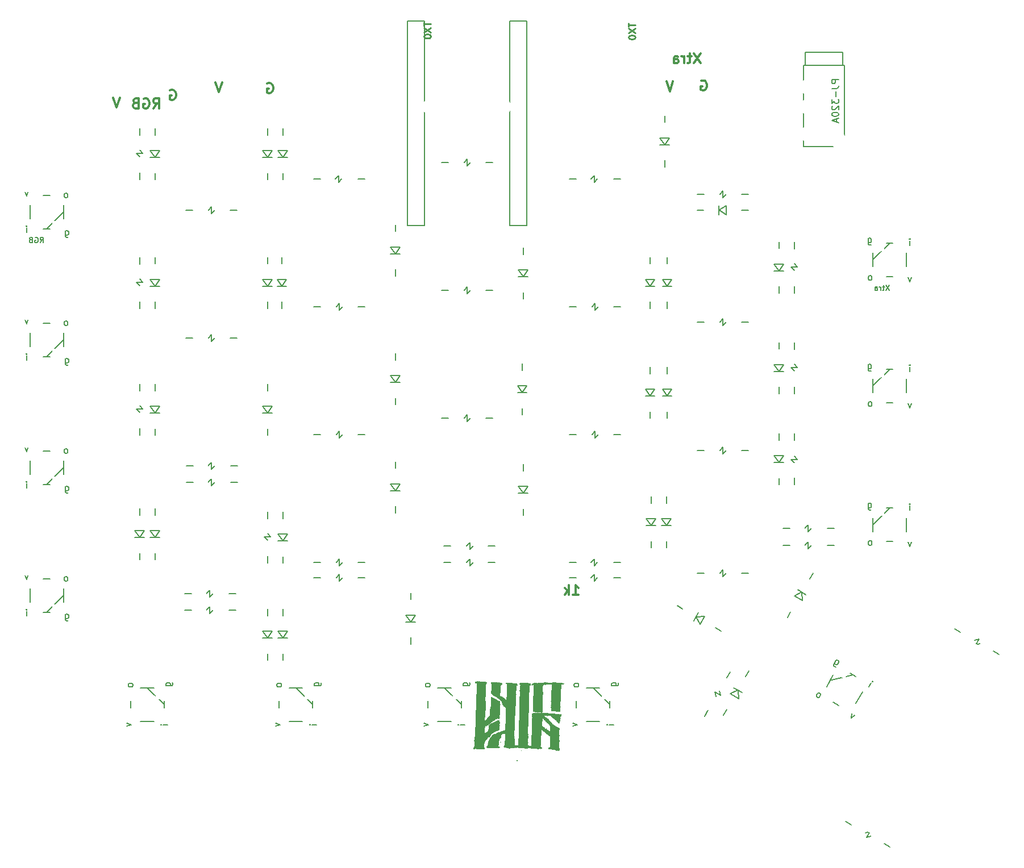
<source format=gbo>
G04 #@! TF.FileFunction,Legend,Bot*
%FSLAX46Y46*%
G04 Gerber Fmt 4.6, Leading zero omitted, Abs format (unit mm)*
G04 Created by KiCad (PCBNEW 4.0.7) date 07/12/18 18:39:29*
%MOMM*%
%LPD*%
G01*
G04 APERTURE LIST*
%ADD10C,0.100000*%
%ADD11C,0.300000*%
%ADD12C,0.200000*%
%ADD13C,0.250000*%
%ADD14C,0.150000*%
%ADD15C,0.010000*%
%ADD16C,2.400000*%
%ADD17C,4.400000*%
%ADD18C,2.300000*%
%ADD19C,2.800000*%
%ADD20O,2.700000X3.737000*%
%ADD21C,2.100000*%
%ADD22C,1.924000*%
%ADD23C,2.000000*%
%ADD24C,2.000000*%
%ADD25O,2.000000X2.000000*%
%ADD26R,1.924000X1.924000*%
%ADD27C,1.900000*%
%ADD28R,1.600000X2.000000*%
%ADD29R,2.000000X1.600000*%
%ADD30C,2.305000*%
%ADD31R,2.305000X2.305000*%
%ADD32R,1.300000X1.200000*%
%ADD33C,2.700000*%
%ADD34R,2.000000X2.000000*%
%ADD35R,1.800000X2.200000*%
%ADD36R,2.200000X1.800000*%
%ADD37O,2.000000X2.600000*%
G04 APERTURE END LIST*
D10*
D11*
X159944571Y-123614571D02*
X160801714Y-123614571D01*
X160373142Y-123614571D02*
X160373142Y-122114571D01*
X160515999Y-122328857D01*
X160658857Y-122471714D01*
X160801714Y-122543143D01*
X159301714Y-123614571D02*
X159301714Y-122114571D01*
X159158857Y-123043143D02*
X158730286Y-123614571D01*
X158730286Y-122614571D02*
X159301714Y-123186000D01*
D12*
X207098762Y-77412905D02*
X206565429Y-78212905D01*
X206565429Y-77412905D02*
X207098762Y-78212905D01*
X206374953Y-77679571D02*
X206070191Y-77679571D01*
X206260667Y-77412905D02*
X206260667Y-78098619D01*
X206222572Y-78174810D01*
X206146381Y-78212905D01*
X206070191Y-78212905D01*
X205803524Y-78212905D02*
X205803524Y-77679571D01*
X205803524Y-77831952D02*
X205765429Y-77755762D01*
X205727333Y-77717667D01*
X205651143Y-77679571D01*
X205574952Y-77679571D01*
X204965429Y-78212905D02*
X204965429Y-77793857D01*
X205003524Y-77717667D01*
X205079714Y-77679571D01*
X205232095Y-77679571D01*
X205308286Y-77717667D01*
X204965429Y-78174810D02*
X205041619Y-78212905D01*
X205232095Y-78212905D01*
X205308286Y-78174810D01*
X205346381Y-78098619D01*
X205346381Y-78022429D01*
X205308286Y-77946238D01*
X205232095Y-77908143D01*
X205041619Y-77908143D01*
X204965429Y-77870048D01*
X80562381Y-71100905D02*
X80829048Y-70719952D01*
X81019524Y-71100905D02*
X81019524Y-70300905D01*
X80714762Y-70300905D01*
X80638571Y-70339000D01*
X80600476Y-70377095D01*
X80562381Y-70453286D01*
X80562381Y-70567571D01*
X80600476Y-70643762D01*
X80638571Y-70681857D01*
X80714762Y-70719952D01*
X81019524Y-70719952D01*
X79800476Y-70339000D02*
X79876667Y-70300905D01*
X79990952Y-70300905D01*
X80105238Y-70339000D01*
X80181429Y-70415190D01*
X80219524Y-70491381D01*
X80257619Y-70643762D01*
X80257619Y-70758048D01*
X80219524Y-70910429D01*
X80181429Y-70986619D01*
X80105238Y-71062810D01*
X79990952Y-71100905D01*
X79914762Y-71100905D01*
X79800476Y-71062810D01*
X79762381Y-71024714D01*
X79762381Y-70758048D01*
X79914762Y-70758048D01*
X79152857Y-70681857D02*
X79038571Y-70719952D01*
X79000476Y-70758048D01*
X78962381Y-70834238D01*
X78962381Y-70948524D01*
X79000476Y-71024714D01*
X79038571Y-71062810D01*
X79114762Y-71100905D01*
X79419524Y-71100905D01*
X79419524Y-70300905D01*
X79152857Y-70300905D01*
X79076667Y-70339000D01*
X79038571Y-70377095D01*
X79000476Y-70453286D01*
X79000476Y-70529476D01*
X79038571Y-70605667D01*
X79076667Y-70643762D01*
X79152857Y-70681857D01*
X79419524Y-70681857D01*
D11*
X97428714Y-51097571D02*
X97928714Y-50383286D01*
X98285857Y-51097571D02*
X98285857Y-49597571D01*
X97714429Y-49597571D01*
X97571571Y-49669000D01*
X97500143Y-49740429D01*
X97428714Y-49883286D01*
X97428714Y-50097571D01*
X97500143Y-50240429D01*
X97571571Y-50311857D01*
X97714429Y-50383286D01*
X98285857Y-50383286D01*
X96000143Y-49669000D02*
X96143000Y-49597571D01*
X96357286Y-49597571D01*
X96571571Y-49669000D01*
X96714429Y-49811857D01*
X96785857Y-49954714D01*
X96857286Y-50240429D01*
X96857286Y-50454714D01*
X96785857Y-50740429D01*
X96714429Y-50883286D01*
X96571571Y-51026143D01*
X96357286Y-51097571D01*
X96214429Y-51097571D01*
X96000143Y-51026143D01*
X95928714Y-50954714D01*
X95928714Y-50454714D01*
X96214429Y-50454714D01*
X94785857Y-50311857D02*
X94571571Y-50383286D01*
X94500143Y-50454714D01*
X94428714Y-50597571D01*
X94428714Y-50811857D01*
X94500143Y-50954714D01*
X94571571Y-51026143D01*
X94714429Y-51097571D01*
X95285857Y-51097571D01*
X95285857Y-49597571D01*
X94785857Y-49597571D01*
X94643000Y-49669000D01*
X94571571Y-49740429D01*
X94500143Y-49883286D01*
X94500143Y-50026143D01*
X94571571Y-50169000D01*
X94643000Y-50240429D01*
X94785857Y-50311857D01*
X95285857Y-50311857D01*
X178982428Y-42866571D02*
X177982428Y-44366571D01*
X177982428Y-42866571D02*
X178982428Y-44366571D01*
X177625286Y-43366571D02*
X177053857Y-43366571D01*
X177411000Y-42866571D02*
X177411000Y-44152286D01*
X177339572Y-44295143D01*
X177196714Y-44366571D01*
X177053857Y-44366571D01*
X176553857Y-44366571D02*
X176553857Y-43366571D01*
X176553857Y-43652286D02*
X176482429Y-43509429D01*
X176411000Y-43438000D01*
X176268143Y-43366571D01*
X176125286Y-43366571D01*
X174982429Y-44366571D02*
X174982429Y-43580857D01*
X175053858Y-43438000D01*
X175196715Y-43366571D01*
X175482429Y-43366571D01*
X175625286Y-43438000D01*
X174982429Y-44295143D02*
X175125286Y-44366571D01*
X175482429Y-44366571D01*
X175625286Y-44295143D01*
X175696715Y-44152286D01*
X175696715Y-44009429D01*
X175625286Y-43866571D01*
X175482429Y-43795143D01*
X175125286Y-43795143D01*
X174982429Y-43723714D01*
X179058143Y-47002000D02*
X179201000Y-46930571D01*
X179415286Y-46930571D01*
X179629571Y-47002000D01*
X179772429Y-47144857D01*
X179843857Y-47287714D01*
X179915286Y-47573429D01*
X179915286Y-47787714D01*
X179843857Y-48073429D01*
X179772429Y-48216286D01*
X179629571Y-48359143D01*
X179415286Y-48430571D01*
X179272429Y-48430571D01*
X179058143Y-48359143D01*
X178986714Y-48287714D01*
X178986714Y-47787714D01*
X179272429Y-47787714D01*
X173871000Y-47057571D02*
X174371000Y-48557571D01*
X174871000Y-47057571D01*
X91448000Y-49470571D02*
X91948000Y-50970571D01*
X92448000Y-49470571D01*
X99937143Y-48399000D02*
X100080000Y-48327571D01*
X100294286Y-48327571D01*
X100508571Y-48399000D01*
X100651429Y-48541857D01*
X100722857Y-48684714D01*
X100794286Y-48970429D01*
X100794286Y-49184714D01*
X100722857Y-49470429D01*
X100651429Y-49613286D01*
X100508571Y-49756143D01*
X100294286Y-49827571D01*
X100151429Y-49827571D01*
X99937143Y-49756143D01*
X99865714Y-49684714D01*
X99865714Y-49184714D01*
X100151429Y-49184714D01*
D13*
X168235381Y-38385905D02*
X168235381Y-38957334D01*
X169235381Y-38671619D02*
X168235381Y-38671619D01*
X168235381Y-39195429D02*
X169235381Y-39862096D01*
X168235381Y-39862096D02*
X169235381Y-39195429D01*
X168235381Y-40433524D02*
X168235381Y-40528763D01*
X168283000Y-40624001D01*
X168330619Y-40671620D01*
X168425857Y-40719239D01*
X168616333Y-40766858D01*
X168854429Y-40766858D01*
X169044905Y-40719239D01*
X169140143Y-40671620D01*
X169187762Y-40624001D01*
X169235381Y-40528763D01*
X169235381Y-40433524D01*
X169187762Y-40338286D01*
X169140143Y-40290667D01*
X169044905Y-40243048D01*
X168854429Y-40195429D01*
X168616333Y-40195429D01*
X168425857Y-40243048D01*
X168330619Y-40290667D01*
X168283000Y-40338286D01*
X168235381Y-40433524D01*
X137755381Y-38258905D02*
X137755381Y-38830334D01*
X138755381Y-38544619D02*
X137755381Y-38544619D01*
X137755381Y-39068429D02*
X138755381Y-39735096D01*
X137755381Y-39735096D02*
X138755381Y-39068429D01*
X137755381Y-40306524D02*
X137755381Y-40401763D01*
X137803000Y-40497001D01*
X137850619Y-40544620D01*
X137945857Y-40592239D01*
X138136333Y-40639858D01*
X138374429Y-40639858D01*
X138564905Y-40592239D01*
X138660143Y-40544620D01*
X138707762Y-40497001D01*
X138755381Y-40401763D01*
X138755381Y-40306524D01*
X138707762Y-40211286D01*
X138660143Y-40163667D01*
X138564905Y-40116048D01*
X138374429Y-40068429D01*
X138136333Y-40068429D01*
X137945857Y-40116048D01*
X137850619Y-40163667D01*
X137803000Y-40211286D01*
X137755381Y-40306524D01*
D11*
X106688000Y-47184571D02*
X107188000Y-48684571D01*
X107688000Y-47184571D01*
X114415143Y-47383000D02*
X114558000Y-47311571D01*
X114772286Y-47311571D01*
X114986571Y-47383000D01*
X115129429Y-47525857D01*
X115200857Y-47668714D01*
X115272286Y-47954429D01*
X115272286Y-48168714D01*
X115200857Y-48454429D01*
X115129429Y-48597286D01*
X114986571Y-48740143D01*
X114772286Y-48811571D01*
X114629429Y-48811571D01*
X114415143Y-48740143D01*
X114343714Y-48668714D01*
X114343714Y-48168714D01*
X114629429Y-48168714D01*
D14*
X95377000Y-57332000D02*
X95877000Y-57832000D01*
X95877000Y-57832000D02*
X94877000Y-57832000D01*
X94877000Y-57832000D02*
X95377000Y-58332000D01*
X95377000Y-54102000D02*
X95377000Y-55118000D01*
X95377000Y-60706000D02*
X95377000Y-61722000D01*
X106625000Y-66294000D02*
X106125000Y-66794000D01*
X106125000Y-66794000D02*
X106125000Y-65794000D01*
X106125000Y-65794000D02*
X105625000Y-66294000D01*
X109855000Y-66294000D02*
X108839000Y-66294000D01*
X103251000Y-66294000D02*
X102235000Y-66294000D01*
X124515000Y-61595000D02*
X125015000Y-61095000D01*
X125015000Y-61095000D02*
X125015000Y-62095000D01*
X125015000Y-62095000D02*
X125515000Y-61595000D01*
X121285000Y-61595000D02*
X122301000Y-61595000D01*
X127889000Y-61595000D02*
X128905000Y-61595000D01*
X144725000Y-59182000D02*
X144225000Y-59682000D01*
X144225000Y-59682000D02*
X144225000Y-58682000D01*
X144225000Y-58682000D02*
X143725000Y-59182000D01*
X147955000Y-59182000D02*
X146939000Y-59182000D01*
X141351000Y-59182000D02*
X140335000Y-59182000D01*
X162615000Y-61595000D02*
X163115000Y-61095000D01*
X163115000Y-61095000D02*
X163115000Y-62095000D01*
X163115000Y-62095000D02*
X163615000Y-61595000D01*
X159385000Y-61595000D02*
X160401000Y-61595000D01*
X165989000Y-61595000D02*
X167005000Y-61595000D01*
X182825000Y-63881000D02*
X182325000Y-64381000D01*
X182325000Y-64381000D02*
X182325000Y-63381000D01*
X182325000Y-63381000D02*
X181825000Y-63881000D01*
X186055000Y-63881000D02*
X185039000Y-63881000D01*
X179451000Y-63881000D02*
X178435000Y-63881000D01*
X192913000Y-74223000D02*
X193413000Y-74723000D01*
X193413000Y-74723000D02*
X192413000Y-74723000D01*
X192413000Y-74723000D02*
X192913000Y-75223000D01*
X192913000Y-70993000D02*
X192913000Y-72009000D01*
X192913000Y-77597000D02*
X192913000Y-78613000D01*
X95377000Y-76509000D02*
X95877000Y-77009000D01*
X95877000Y-77009000D02*
X94877000Y-77009000D01*
X94877000Y-77009000D02*
X95377000Y-77509000D01*
X95377000Y-73279000D02*
X95377000Y-74295000D01*
X95377000Y-79883000D02*
X95377000Y-80899000D01*
X106625000Y-85344000D02*
X106125000Y-85844000D01*
X106125000Y-85844000D02*
X106125000Y-84844000D01*
X106125000Y-84844000D02*
X105625000Y-85344000D01*
X109855000Y-85344000D02*
X108839000Y-85344000D01*
X103251000Y-85344000D02*
X102235000Y-85344000D01*
X125675000Y-80645000D02*
X125175000Y-81145000D01*
X125175000Y-81145000D02*
X125175000Y-80145000D01*
X125175000Y-80145000D02*
X124675000Y-80645000D01*
X128905000Y-80645000D02*
X127889000Y-80645000D01*
X122301000Y-80645000D02*
X121285000Y-80645000D01*
X162615000Y-121031000D02*
X163115000Y-120531000D01*
X163115000Y-120531000D02*
X163115000Y-121531000D01*
X163115000Y-121531000D02*
X163615000Y-121031000D01*
X159385000Y-121031000D02*
X160401000Y-121031000D01*
X165989000Y-121031000D02*
X167005000Y-121031000D01*
X144725000Y-78232000D02*
X144225000Y-78732000D01*
X144225000Y-78732000D02*
X144225000Y-77732000D01*
X144225000Y-77732000D02*
X143725000Y-78232000D01*
X147955000Y-78232000D02*
X146939000Y-78232000D01*
X141351000Y-78232000D02*
X140335000Y-78232000D01*
X163775000Y-80645000D02*
X163275000Y-81145000D01*
X163275000Y-81145000D02*
X163275000Y-80145000D01*
X163275000Y-80145000D02*
X162775000Y-80645000D01*
X167005000Y-80645000D02*
X165989000Y-80645000D01*
X160401000Y-80645000D02*
X159385000Y-80645000D01*
X182825000Y-82931000D02*
X182325000Y-83431000D01*
X182325000Y-83431000D02*
X182325000Y-82431000D01*
X182325000Y-82431000D02*
X181825000Y-82931000D01*
X186055000Y-82931000D02*
X185039000Y-82931000D01*
X179451000Y-82931000D02*
X178435000Y-82931000D01*
X192913000Y-89209000D02*
X193413000Y-89709000D01*
X193413000Y-89709000D02*
X192413000Y-89709000D01*
X192413000Y-89709000D02*
X192913000Y-90209000D01*
X192913000Y-85979000D02*
X192913000Y-86995000D01*
X192913000Y-92583000D02*
X192913000Y-93599000D01*
X95377000Y-95432000D02*
X95877000Y-95932000D01*
X95877000Y-95932000D02*
X94877000Y-95932000D01*
X94877000Y-95932000D02*
X95377000Y-96432000D01*
X95377000Y-92202000D02*
X95377000Y-93218000D01*
X95377000Y-98806000D02*
X95377000Y-99822000D01*
X105592000Y-104394000D02*
X106092000Y-103894000D01*
X106092000Y-103894000D02*
X106092000Y-104894000D01*
X106092000Y-104894000D02*
X106592000Y-104394000D01*
X102362000Y-104394000D02*
X103378000Y-104394000D01*
X108966000Y-104394000D02*
X109982000Y-104394000D01*
X125675000Y-99695000D02*
X125175000Y-100195000D01*
X125175000Y-100195000D02*
X125175000Y-99195000D01*
X125175000Y-99195000D02*
X124675000Y-99695000D01*
X128905000Y-99695000D02*
X127889000Y-99695000D01*
X122301000Y-99695000D02*
X121285000Y-99695000D01*
X144725000Y-97282000D02*
X144225000Y-97782000D01*
X144225000Y-97782000D02*
X144225000Y-96782000D01*
X144225000Y-96782000D02*
X143725000Y-97282000D01*
X147955000Y-97282000D02*
X146939000Y-97282000D01*
X141351000Y-97282000D02*
X140335000Y-97282000D01*
X163775000Y-99695000D02*
X163275000Y-100195000D01*
X163275000Y-100195000D02*
X163275000Y-99195000D01*
X163275000Y-99195000D02*
X162775000Y-99695000D01*
X167005000Y-99695000D02*
X165989000Y-99695000D01*
X160401000Y-99695000D02*
X159385000Y-99695000D01*
X182825000Y-102108000D02*
X182325000Y-102608000D01*
X182325000Y-102608000D02*
X182325000Y-101608000D01*
X182325000Y-101608000D02*
X181825000Y-102108000D01*
X186055000Y-102108000D02*
X185039000Y-102108000D01*
X179451000Y-102108000D02*
X178435000Y-102108000D01*
X192913000Y-103958000D02*
X192413000Y-103458000D01*
X192413000Y-103458000D02*
X193413000Y-103458000D01*
X193413000Y-103458000D02*
X192913000Y-102958000D01*
X192913000Y-107188000D02*
X192913000Y-106172000D01*
X192913000Y-100584000D02*
X192913000Y-99568000D01*
X105592000Y-106807000D02*
X106092000Y-106307000D01*
X106092000Y-106307000D02*
X106092000Y-107307000D01*
X106092000Y-107307000D02*
X106592000Y-106807000D01*
X102362000Y-106807000D02*
X103378000Y-106807000D01*
X108966000Y-106807000D02*
X109982000Y-106807000D01*
X114427000Y-114482000D02*
X114927000Y-114982000D01*
X114927000Y-114982000D02*
X113927000Y-114982000D01*
X113927000Y-114982000D02*
X114427000Y-115482000D01*
X114427000Y-111252000D02*
X114427000Y-112268000D01*
X114427000Y-117856000D02*
X114427000Y-118872000D01*
X125675000Y-118745000D02*
X125175000Y-119245000D01*
X125175000Y-119245000D02*
X125175000Y-118245000D01*
X125175000Y-118245000D02*
X124675000Y-118745000D01*
X128905000Y-118745000D02*
X127889000Y-118745000D01*
X122301000Y-118745000D02*
X121285000Y-118745000D01*
X145106000Y-116332000D02*
X144606000Y-116832000D01*
X144606000Y-116832000D02*
X144606000Y-115832000D01*
X144606000Y-115832000D02*
X144106000Y-116332000D01*
X148336000Y-116332000D02*
X147320000Y-116332000D01*
X141732000Y-116332000D02*
X140716000Y-116332000D01*
X162615000Y-118745000D02*
X163115000Y-118245000D01*
X163115000Y-118245000D02*
X163115000Y-119245000D01*
X163115000Y-119245000D02*
X163615000Y-118745000D01*
X159385000Y-118745000D02*
X160401000Y-118745000D01*
X165989000Y-118745000D02*
X167005000Y-118745000D01*
X182825000Y-120396000D02*
X182325000Y-120896000D01*
X182325000Y-120896000D02*
X182325000Y-119896000D01*
X182325000Y-119896000D02*
X181825000Y-120396000D01*
X186055000Y-120396000D02*
X185039000Y-120396000D01*
X179451000Y-120396000D02*
X178435000Y-120396000D01*
X181773000Y-137882114D02*
X181956013Y-138565127D01*
X181956013Y-138565127D02*
X181089987Y-138065127D01*
X181089987Y-138065127D02*
X181273000Y-138748140D01*
X183388000Y-135084852D02*
X182880000Y-135964734D01*
X180086000Y-140804084D02*
X179578000Y-141683966D01*
X105338000Y-123444000D02*
X105838000Y-122944000D01*
X105838000Y-122944000D02*
X105838000Y-123944000D01*
X105838000Y-123944000D02*
X106338000Y-123444000D01*
X102108000Y-123444000D02*
X103124000Y-123444000D01*
X108712000Y-123444000D02*
X109728000Y-123444000D01*
X105338000Y-125857000D02*
X105838000Y-125357000D01*
X105838000Y-125357000D02*
X105838000Y-126357000D01*
X105838000Y-126357000D02*
X106338000Y-125857000D01*
X102108000Y-125857000D02*
X103124000Y-125857000D01*
X108712000Y-125857000D02*
X109728000Y-125857000D01*
X125675000Y-121031000D02*
X125175000Y-121531000D01*
X125175000Y-121531000D02*
X125175000Y-120531000D01*
X125175000Y-120531000D02*
X124675000Y-121031000D01*
X128905000Y-121031000D02*
X127889000Y-121031000D01*
X122301000Y-121031000D02*
X121285000Y-121031000D01*
X145106000Y-118745000D02*
X144606000Y-119245000D01*
X144606000Y-119245000D02*
X144606000Y-118245000D01*
X144606000Y-118245000D02*
X144106000Y-118745000D01*
X148336000Y-118745000D02*
X147320000Y-118745000D01*
X141732000Y-118745000D02*
X140716000Y-118745000D01*
X150495000Y-38100000D02*
X153035000Y-38100000D01*
X153035000Y-38100000D02*
X153035000Y-68580000D01*
X153035000Y-68580000D02*
X150495000Y-68580000D01*
X150495000Y-68580000D02*
X150495000Y-38100000D01*
X135255000Y-38100000D02*
X137795000Y-38100000D01*
X137795000Y-38100000D02*
X137795000Y-68580000D01*
X137795000Y-68580000D02*
X135255000Y-68580000D01*
X135255000Y-68580000D02*
X135255000Y-38100000D01*
X194492000Y-113665000D02*
X194992000Y-113165000D01*
X194992000Y-113165000D02*
X194992000Y-114165000D01*
X194992000Y-114165000D02*
X195492000Y-113665000D01*
X191262000Y-113665000D02*
X192278000Y-113665000D01*
X197866000Y-113665000D02*
X198882000Y-113665000D01*
X220638886Y-130846000D02*
X219955873Y-131029013D01*
X219955873Y-131029013D02*
X220455873Y-130162987D01*
X220455873Y-130162987D02*
X219772860Y-130346000D01*
X223436148Y-132461000D02*
X222556266Y-131953000D01*
X217716916Y-129159000D02*
X216837034Y-128651000D01*
X194492000Y-116205000D02*
X194992000Y-115705000D01*
X194992000Y-115705000D02*
X194992000Y-116705000D01*
X194992000Y-116705000D02*
X195492000Y-116205000D01*
X191262000Y-116205000D02*
X192278000Y-116205000D01*
X197866000Y-116205000D02*
X198882000Y-116205000D01*
X204382886Y-159548000D02*
X203699873Y-159731013D01*
X203699873Y-159731013D02*
X204199873Y-158864987D01*
X204199873Y-158864987D02*
X203516860Y-159048000D01*
X207180148Y-161163000D02*
X206300266Y-160655000D01*
X201460916Y-157861000D02*
X200581034Y-157353000D01*
X97663000Y-55079900D02*
X97663000Y-54102000D01*
X96964500Y-57391300D02*
X98361500Y-57391300D01*
X98361500Y-57391300D02*
X97675700Y-58420000D01*
X97663000Y-58432700D02*
X96964500Y-57391300D01*
X96951800Y-58432700D02*
X98361500Y-58432700D01*
X97663000Y-61722000D02*
X97663000Y-60756800D01*
X97663000Y-74256900D02*
X97663000Y-73279000D01*
X96964500Y-76568300D02*
X98361500Y-76568300D01*
X98361500Y-76568300D02*
X97675700Y-77597000D01*
X97663000Y-77609700D02*
X96964500Y-76568300D01*
X96951800Y-77609700D02*
X98361500Y-77609700D01*
X97663000Y-80899000D02*
X97663000Y-79933800D01*
X97663000Y-93179900D02*
X97663000Y-92202000D01*
X96964500Y-95491300D02*
X98361500Y-95491300D01*
X98361500Y-95491300D02*
X97675700Y-96520000D01*
X97663000Y-96532700D02*
X96964500Y-95491300D01*
X96951800Y-96532700D02*
X98361500Y-96532700D01*
X97663000Y-99822000D02*
X97663000Y-98856800D01*
X95377000Y-111721900D02*
X95377000Y-110744000D01*
X94678500Y-114033300D02*
X96075500Y-114033300D01*
X96075500Y-114033300D02*
X95389700Y-115062000D01*
X95377000Y-115074700D02*
X94678500Y-114033300D01*
X94665800Y-115074700D02*
X96075500Y-115074700D01*
X95377000Y-118364000D02*
X95377000Y-117398800D01*
X114427000Y-55079900D02*
X114427000Y-54102000D01*
X113728500Y-57391300D02*
X115125500Y-57391300D01*
X115125500Y-57391300D02*
X114439700Y-58420000D01*
X114427000Y-58432700D02*
X113728500Y-57391300D01*
X113715800Y-58432700D02*
X115125500Y-58432700D01*
X114427000Y-61722000D02*
X114427000Y-60756800D01*
X114427000Y-74256900D02*
X114427000Y-73279000D01*
X113728500Y-76568300D02*
X115125500Y-76568300D01*
X115125500Y-76568300D02*
X114439700Y-77597000D01*
X114427000Y-77609700D02*
X113728500Y-76568300D01*
X113715800Y-77609700D02*
X115125500Y-77609700D01*
X114427000Y-80899000D02*
X114427000Y-79933800D01*
X114427000Y-93179900D02*
X114427000Y-92202000D01*
X113728500Y-95491300D02*
X115125500Y-95491300D01*
X115125500Y-95491300D02*
X114439700Y-96520000D01*
X114427000Y-96532700D02*
X113728500Y-95491300D01*
X113715800Y-96532700D02*
X115125500Y-96532700D01*
X114427000Y-99822000D02*
X114427000Y-98856800D01*
X116713000Y-112229900D02*
X116713000Y-111252000D01*
X116014500Y-114541300D02*
X117411500Y-114541300D01*
X117411500Y-114541300D02*
X116725700Y-115570000D01*
X116713000Y-115582700D02*
X116014500Y-114541300D01*
X116001800Y-115582700D02*
X117411500Y-115582700D01*
X116713000Y-118872000D02*
X116713000Y-117906800D01*
X116713000Y-55079900D02*
X116713000Y-54102000D01*
X116014500Y-57391300D02*
X117411500Y-57391300D01*
X117411500Y-57391300D02*
X116725700Y-58420000D01*
X116713000Y-58432700D02*
X116014500Y-57391300D01*
X116001800Y-58432700D02*
X117411500Y-58432700D01*
X116713000Y-61722000D02*
X116713000Y-60756800D01*
X116586000Y-74256900D02*
X116586000Y-73279000D01*
X115887500Y-76568300D02*
X117284500Y-76568300D01*
X117284500Y-76568300D02*
X116598700Y-77597000D01*
X116586000Y-77609700D02*
X115887500Y-76568300D01*
X115874800Y-77609700D02*
X117284500Y-77609700D01*
X116586000Y-80899000D02*
X116586000Y-79933800D01*
X133477000Y-88607900D02*
X133477000Y-87630000D01*
X132778500Y-90919300D02*
X134175500Y-90919300D01*
X134175500Y-90919300D02*
X133489700Y-91948000D01*
X133477000Y-91960700D02*
X132778500Y-90919300D01*
X132765800Y-91960700D02*
X134175500Y-91960700D01*
X133477000Y-95250000D02*
X133477000Y-94284800D01*
X133477000Y-104736900D02*
X133477000Y-103759000D01*
X132778500Y-107048300D02*
X134175500Y-107048300D01*
X134175500Y-107048300D02*
X133489700Y-108077000D01*
X133477000Y-108089700D02*
X132778500Y-107048300D01*
X132765800Y-108089700D02*
X134175500Y-108089700D01*
X133477000Y-111379000D02*
X133477000Y-110413800D01*
X133477000Y-69430900D02*
X133477000Y-68453000D01*
X132778500Y-71742300D02*
X134175500Y-71742300D01*
X134175500Y-71742300D02*
X133489700Y-72771000D01*
X133477000Y-72783700D02*
X132778500Y-71742300D01*
X132765800Y-72783700D02*
X134175500Y-72783700D01*
X133477000Y-76073000D02*
X133477000Y-75107800D01*
X152527000Y-72859900D02*
X152527000Y-71882000D01*
X151828500Y-75171300D02*
X153225500Y-75171300D01*
X153225500Y-75171300D02*
X152539700Y-76200000D01*
X152527000Y-76212700D02*
X151828500Y-75171300D01*
X151815800Y-76212700D02*
X153225500Y-76212700D01*
X152527000Y-79502000D02*
X152527000Y-78536800D01*
X152400000Y-90131900D02*
X152400000Y-89154000D01*
X151701500Y-92443300D02*
X153098500Y-92443300D01*
X153098500Y-92443300D02*
X152412700Y-93472000D01*
X152400000Y-93484700D02*
X151701500Y-92443300D01*
X151688800Y-93484700D02*
X153098500Y-93484700D01*
X152400000Y-96774000D02*
X152400000Y-95808800D01*
X152527000Y-105117900D02*
X152527000Y-104140000D01*
X151828500Y-107429300D02*
X153225500Y-107429300D01*
X153225500Y-107429300D02*
X152539700Y-108458000D01*
X152527000Y-108470700D02*
X151828500Y-107429300D01*
X151815800Y-108470700D02*
X153225500Y-108470700D01*
X152527000Y-111760000D02*
X152527000Y-110794800D01*
X173609000Y-53174900D02*
X173609000Y-52197000D01*
X172910500Y-55486300D02*
X174307500Y-55486300D01*
X174307500Y-55486300D02*
X173621700Y-56515000D01*
X173609000Y-56527700D02*
X172910500Y-55486300D01*
X172897800Y-56527700D02*
X174307500Y-56527700D01*
X173609000Y-59817000D02*
X173609000Y-58851800D01*
X171450000Y-74256900D02*
X171450000Y-73279000D01*
X170751500Y-76568300D02*
X172148500Y-76568300D01*
X172148500Y-76568300D02*
X171462700Y-77597000D01*
X171450000Y-77609700D02*
X170751500Y-76568300D01*
X170738800Y-77609700D02*
X172148500Y-77609700D01*
X171450000Y-80899000D02*
X171450000Y-79933800D01*
X171450000Y-90639900D02*
X171450000Y-89662000D01*
X170751500Y-92951300D02*
X172148500Y-92951300D01*
X172148500Y-92951300D02*
X171462700Y-93980000D01*
X171450000Y-93992700D02*
X170751500Y-92951300D01*
X170738800Y-93992700D02*
X172148500Y-93992700D01*
X171450000Y-97282000D02*
X171450000Y-96316800D01*
X171577000Y-109943900D02*
X171577000Y-108966000D01*
X170878500Y-112255300D02*
X172275500Y-112255300D01*
X172275500Y-112255300D02*
X171589700Y-113284000D01*
X171577000Y-113296700D02*
X170878500Y-112255300D01*
X170865800Y-113296700D02*
X172275500Y-113296700D01*
X171577000Y-116586000D02*
X171577000Y-115620800D01*
X185077100Y-66294000D02*
X186055000Y-66294000D01*
X182765700Y-65595500D02*
X182765700Y-66992500D01*
X182765700Y-66992500D02*
X181737000Y-66306700D01*
X181724300Y-66294000D02*
X182765700Y-65595500D01*
X181724300Y-65582800D02*
X181724300Y-66992500D01*
X178435000Y-66294000D02*
X179400200Y-66294000D01*
X173990000Y-74256900D02*
X173990000Y-73279000D01*
X173291500Y-76568300D02*
X174688500Y-76568300D01*
X174688500Y-76568300D02*
X174002700Y-77597000D01*
X173990000Y-77609700D02*
X173291500Y-76568300D01*
X173278800Y-77609700D02*
X174688500Y-77609700D01*
X173990000Y-80899000D02*
X173990000Y-79933800D01*
X173990000Y-90639900D02*
X173990000Y-89662000D01*
X173291500Y-92951300D02*
X174688500Y-92951300D01*
X174688500Y-92951300D02*
X174002700Y-93980000D01*
X173990000Y-93992700D02*
X173291500Y-92951300D01*
X173278800Y-93992700D02*
X174688500Y-93992700D01*
X173990000Y-97282000D02*
X173990000Y-96316800D01*
X173863000Y-109943900D02*
X173863000Y-108966000D01*
X173164500Y-112255300D02*
X174561500Y-112255300D01*
X174561500Y-112255300D02*
X173875700Y-113284000D01*
X173863000Y-113296700D02*
X173164500Y-112255300D01*
X173151800Y-113296700D02*
X174561500Y-113296700D01*
X173863000Y-116586000D02*
X173863000Y-115620800D01*
X190627000Y-71970900D02*
X190627000Y-70993000D01*
X189928500Y-74282300D02*
X191325500Y-74282300D01*
X191325500Y-74282300D02*
X190639700Y-75311000D01*
X190627000Y-75323700D02*
X189928500Y-74282300D01*
X189915800Y-75323700D02*
X191325500Y-75323700D01*
X190627000Y-78613000D02*
X190627000Y-77647800D01*
X190627000Y-86956900D02*
X190627000Y-85979000D01*
X189928500Y-89268300D02*
X191325500Y-89268300D01*
X191325500Y-89268300D02*
X190639700Y-90297000D01*
X190627000Y-90309700D02*
X189928500Y-89268300D01*
X189915800Y-90309700D02*
X191325500Y-90309700D01*
X190627000Y-93599000D02*
X190627000Y-92633800D01*
X190627000Y-100545900D02*
X190627000Y-99568000D01*
X189928500Y-102857300D02*
X191325500Y-102857300D01*
X191325500Y-102857300D02*
X190639700Y-103886000D01*
X190627000Y-103898700D02*
X189928500Y-102857300D01*
X189915800Y-103898700D02*
X191325500Y-103898700D01*
X190627000Y-107188000D02*
X190627000Y-106222800D01*
X192385950Y-126105080D02*
X191897000Y-126951966D01*
X194146569Y-124452598D02*
X192936731Y-123754098D01*
X192936731Y-123754098D02*
X194045001Y-123206118D01*
X194062350Y-123201470D02*
X194146569Y-124452598D01*
X194678267Y-123557070D02*
X193457431Y-122852220D01*
X195707000Y-120352852D02*
X195224400Y-121188740D01*
X97663000Y-111721900D02*
X97663000Y-110744000D01*
X96964500Y-114033300D02*
X98361500Y-114033300D01*
X98361500Y-114033300D02*
X97675700Y-115062000D01*
X97663000Y-115074700D02*
X96964500Y-114033300D01*
X96951800Y-115074700D02*
X98361500Y-115074700D01*
X97663000Y-118364000D02*
X97663000Y-117398800D01*
X114427000Y-126707900D02*
X114427000Y-125730000D01*
X113728500Y-129019300D02*
X115125500Y-129019300D01*
X115125500Y-129019300D02*
X114439700Y-130048000D01*
X114427000Y-130060700D02*
X113728500Y-129019300D01*
X113715800Y-130060700D02*
X115125500Y-130060700D01*
X114427000Y-133350000D02*
X114427000Y-132384800D01*
X116713000Y-126707900D02*
X116713000Y-125730000D01*
X116014500Y-129019300D02*
X117411500Y-129019300D01*
X117411500Y-129019300D02*
X116725700Y-130048000D01*
X116713000Y-130060700D02*
X116014500Y-129019300D01*
X116001800Y-130060700D02*
X117411500Y-130060700D01*
X116713000Y-133350000D02*
X116713000Y-132384800D01*
X135763000Y-124294900D02*
X135763000Y-123317000D01*
X135064500Y-126606300D02*
X136461500Y-126606300D01*
X136461500Y-126606300D02*
X135775700Y-127635000D01*
X135763000Y-127647700D02*
X135064500Y-126606300D01*
X135051800Y-127647700D02*
X136461500Y-127647700D01*
X135763000Y-130937000D02*
X135763000Y-129971800D01*
X181223080Y-128543050D02*
X182069966Y-129032000D01*
X179570598Y-126782431D02*
X178872098Y-127992269D01*
X178872098Y-127992269D02*
X178324118Y-126883999D01*
X178319470Y-126866650D02*
X179570598Y-126782431D01*
X178675070Y-126250733D02*
X177970220Y-127471569D01*
X175470852Y-125222000D02*
X176306740Y-125704600D01*
X182860950Y-140710080D02*
X182372000Y-141556966D01*
X184621569Y-139057598D02*
X183411731Y-138359098D01*
X183411731Y-138359098D02*
X184520001Y-137811118D01*
X184537350Y-137806470D02*
X184621569Y-139057598D01*
X185153267Y-138162070D02*
X183932431Y-137457220D01*
X186182000Y-134957852D02*
X185699400Y-135793740D01*
X81534000Y-69048000D02*
X84034000Y-66548000D01*
D12*
X82034000Y-69048000D02*
X81034000Y-69048000D01*
X79034000Y-67548000D02*
X79034000Y-65548000D01*
X82034000Y-64048000D02*
X81034000Y-64048000D01*
X84034000Y-67548000D02*
X84034000Y-65548000D01*
X79034000Y-67548000D02*
X79034000Y-65548000D01*
X81034000Y-64048000D02*
X82034000Y-64048000D01*
X84034000Y-67548000D02*
X84034000Y-65548000D01*
X81034000Y-69048000D02*
X82034000Y-69048000D01*
D14*
X81534000Y-88098000D02*
X84034000Y-85598000D01*
D12*
X82034000Y-88098000D02*
X81034000Y-88098000D01*
X79034000Y-86598000D02*
X79034000Y-84598000D01*
X82034000Y-83098000D02*
X81034000Y-83098000D01*
X84034000Y-86598000D02*
X84034000Y-84598000D01*
X79034000Y-86598000D02*
X79034000Y-84598000D01*
X81034000Y-83098000D02*
X82034000Y-83098000D01*
X84034000Y-86598000D02*
X84034000Y-84598000D01*
X81034000Y-88098000D02*
X82034000Y-88098000D01*
D14*
X81534000Y-107148000D02*
X84034000Y-104648000D01*
D12*
X82034000Y-107148000D02*
X81034000Y-107148000D01*
X79034000Y-105648000D02*
X79034000Y-103648000D01*
X82034000Y-102148000D02*
X81034000Y-102148000D01*
X84034000Y-105648000D02*
X84034000Y-103648000D01*
X79034000Y-105648000D02*
X79034000Y-103648000D01*
X81034000Y-102148000D02*
X82034000Y-102148000D01*
X84034000Y-105648000D02*
X84034000Y-103648000D01*
X81034000Y-107148000D02*
X82034000Y-107148000D01*
D14*
X81534000Y-126198000D02*
X84034000Y-123698000D01*
D12*
X82034000Y-126198000D02*
X81034000Y-126198000D01*
X79034000Y-124698000D02*
X79034000Y-122698000D01*
X82034000Y-121198000D02*
X81034000Y-121198000D01*
X84034000Y-124698000D02*
X84034000Y-122698000D01*
X79034000Y-124698000D02*
X79034000Y-122698000D01*
X81034000Y-121198000D02*
X82034000Y-121198000D01*
X84034000Y-124698000D02*
X84034000Y-122698000D01*
X81034000Y-126198000D02*
X82034000Y-126198000D01*
D14*
X99020000Y-139954000D02*
X96520000Y-137454000D01*
D12*
X99020000Y-139454000D02*
X99020000Y-140454000D01*
X97520000Y-142454000D02*
X95520000Y-142454000D01*
X94020000Y-139454000D02*
X94020000Y-140454000D01*
X97520000Y-137454000D02*
X95520000Y-137454000D01*
X97520000Y-142454000D02*
X95520000Y-142454000D01*
X94020000Y-140454000D02*
X94020000Y-139454000D01*
X97520000Y-137454000D02*
X95520000Y-137454000D01*
X99020000Y-140454000D02*
X99020000Y-139454000D01*
D14*
X121160333Y-139954000D02*
X118660333Y-137454000D01*
D12*
X121160333Y-139454000D02*
X121160333Y-140454000D01*
X119660333Y-142454000D02*
X117660333Y-142454000D01*
X116160333Y-139454000D02*
X116160333Y-140454000D01*
X119660333Y-137454000D02*
X117660333Y-137454000D01*
X119660333Y-142454000D02*
X117660333Y-142454000D01*
X116160333Y-140454000D02*
X116160333Y-139454000D01*
X119660333Y-137454000D02*
X117660333Y-137454000D01*
X121160333Y-140454000D02*
X121160333Y-139454000D01*
D14*
X143300667Y-139954000D02*
X140800667Y-137454000D01*
D12*
X143300667Y-139454000D02*
X143300667Y-140454000D01*
X141800667Y-142454000D02*
X139800667Y-142454000D01*
X138300667Y-139454000D02*
X138300667Y-140454000D01*
X141800667Y-137454000D02*
X139800667Y-137454000D01*
X141800667Y-142454000D02*
X139800667Y-142454000D01*
X138300667Y-140454000D02*
X138300667Y-139454000D01*
X141800667Y-137454000D02*
X139800667Y-137454000D01*
X143300667Y-140454000D02*
X143300667Y-139454000D01*
D14*
X165441000Y-139954000D02*
X162941000Y-137454000D01*
D12*
X165441000Y-139454000D02*
X165441000Y-140454000D01*
X163941000Y-142454000D02*
X161941000Y-142454000D01*
X160441000Y-139454000D02*
X160441000Y-140454000D01*
X163941000Y-137454000D02*
X161941000Y-137454000D01*
X163941000Y-142454000D02*
X161941000Y-142454000D01*
X160441000Y-140454000D02*
X160441000Y-139454000D01*
X163941000Y-137454000D02*
X161941000Y-137454000D01*
X165441000Y-140454000D02*
X165441000Y-139454000D01*
D14*
X201656000Y-135502936D02*
X198240936Y-136418000D01*
D12*
X201222987Y-135252936D02*
X202089013Y-135752936D01*
X203071064Y-138051975D02*
X202071064Y-139784025D01*
X198722987Y-139583064D02*
X199589013Y-140083064D01*
X198740936Y-135551975D02*
X197740936Y-137284025D01*
X203071064Y-138051975D02*
X202071064Y-139784025D01*
X199589013Y-140083064D02*
X198722987Y-139583064D01*
X198740936Y-135551975D02*
X197740936Y-137284025D01*
X202089013Y-135752936D02*
X201222987Y-135252936D01*
D14*
X207137000Y-110657000D02*
X204637000Y-113157000D01*
D12*
X206637000Y-110657000D02*
X207637000Y-110657000D01*
X209637000Y-112157000D02*
X209637000Y-114157000D01*
X206637000Y-115657000D02*
X207637000Y-115657000D01*
X204637000Y-112157000D02*
X204637000Y-114157000D01*
X209637000Y-112157000D02*
X209637000Y-114157000D01*
X207637000Y-115657000D02*
X206637000Y-115657000D01*
X204637000Y-112157000D02*
X204637000Y-114157000D01*
X207637000Y-110657000D02*
X206637000Y-110657000D01*
D14*
X207137000Y-89956000D02*
X204637000Y-92456000D01*
D12*
X206637000Y-89956000D02*
X207637000Y-89956000D01*
X209637000Y-91456000D02*
X209637000Y-93456000D01*
X206637000Y-94956000D02*
X207637000Y-94956000D01*
X204637000Y-91456000D02*
X204637000Y-93456000D01*
X209637000Y-91456000D02*
X209637000Y-93456000D01*
X207637000Y-94956000D02*
X206637000Y-94956000D01*
X204637000Y-91456000D02*
X204637000Y-93456000D01*
X207637000Y-89956000D02*
X206637000Y-89956000D01*
D14*
X207137000Y-71160000D02*
X204637000Y-73660000D01*
D12*
X206637000Y-71160000D02*
X207637000Y-71160000D01*
X209637000Y-72660000D02*
X209637000Y-74660000D01*
X206637000Y-76160000D02*
X207637000Y-76160000D01*
X204637000Y-72660000D02*
X204637000Y-74660000D01*
X209637000Y-72660000D02*
X209637000Y-74660000D01*
X207637000Y-76160000D02*
X206637000Y-76160000D01*
X204637000Y-72660000D02*
X204637000Y-74660000D01*
X207637000Y-71160000D02*
X206637000Y-71160000D01*
D14*
X200172000Y-44704000D02*
X200172000Y-42704000D01*
X194572000Y-42704000D02*
X200172000Y-42704000D01*
X194572000Y-44704000D02*
X194572000Y-42704000D01*
X194322000Y-56804000D02*
X200422000Y-56804000D01*
X200422000Y-44704000D02*
X200422000Y-56804000D01*
X194322000Y-44704000D02*
X200422000Y-44704000D01*
X194322000Y-44704000D02*
X194322000Y-56804000D01*
D15*
G36*
X151594103Y-148244026D02*
X151585896Y-148254760D01*
X151578316Y-148271901D01*
X151579045Y-148281588D01*
X151592542Y-148289391D01*
X151611309Y-148289424D01*
X151624131Y-148281995D01*
X151622905Y-148269472D01*
X151613910Y-148255168D01*
X151601921Y-148242717D01*
X151594103Y-148244026D01*
X151594103Y-148244026D01*
G37*
X151594103Y-148244026D02*
X151585896Y-148254760D01*
X151578316Y-148271901D01*
X151579045Y-148281588D01*
X151592542Y-148289391D01*
X151611309Y-148289424D01*
X151624131Y-148281995D01*
X151622905Y-148269472D01*
X151613910Y-148255168D01*
X151601921Y-148242717D01*
X151594103Y-148244026D01*
G36*
X147923819Y-136613253D02*
X147918847Y-136615500D01*
X147905997Y-136622512D01*
X147878275Y-136629117D01*
X147838949Y-136634661D01*
X147810415Y-136637258D01*
X147787844Y-136642341D01*
X147775593Y-136651722D01*
X147775265Y-136652594D01*
X147766630Y-136667920D01*
X147751081Y-136687359D01*
X147750004Y-136688529D01*
X147735262Y-136709827D01*
X147734271Y-136730508D01*
X147735260Y-136734386D01*
X147751085Y-136768707D01*
X147774387Y-136793827D01*
X147801163Y-136805756D01*
X147807313Y-136806215D01*
X147836218Y-136813987D01*
X147853154Y-136826701D01*
X147861080Y-136835556D01*
X147866203Y-136844386D01*
X147868573Y-136856426D01*
X147868238Y-136874914D01*
X147865249Y-136903083D01*
X147859654Y-136944170D01*
X147855400Y-136974036D01*
X147842866Y-137066738D01*
X147830654Y-137167423D01*
X147818372Y-137279482D01*
X147805765Y-137404929D01*
X147804036Y-137428483D01*
X147801944Y-137465775D01*
X147799708Y-137512408D01*
X147797549Y-137563988D01*
X147796706Y-137586357D01*
X147794496Y-137640732D01*
X147791914Y-137693982D01*
X147789233Y-137741040D01*
X147786727Y-137776839D01*
X147785927Y-137785929D01*
X147782631Y-137827123D01*
X147779756Y-137875050D01*
X147778154Y-137912929D01*
X147776927Y-137946892D01*
X147774994Y-137993616D01*
X147772588Y-138047744D01*
X147769942Y-138103919D01*
X147768998Y-138123163D01*
X147761940Y-138265361D01*
X147805143Y-138315931D01*
X147827816Y-138340638D01*
X147847326Y-138358652D01*
X147859790Y-138366423D01*
X147860532Y-138366500D01*
X147874241Y-138373656D01*
X147881918Y-138383689D01*
X147896885Y-138399029D01*
X147917747Y-138410161D01*
X147939209Y-138421728D01*
X147965743Y-138441467D01*
X147982533Y-138456473D01*
X148004247Y-138476399D01*
X148021155Y-138489841D01*
X148028151Y-138493500D01*
X148038954Y-138499958D01*
X148047467Y-138509413D01*
X148060433Y-138521388D01*
X148083430Y-138538247D01*
X148111621Y-138556927D01*
X148140172Y-138574362D01*
X148164246Y-138587486D01*
X148179010Y-138593235D01*
X148179774Y-138593286D01*
X148192593Y-138599511D01*
X148199021Y-138605800D01*
X148214333Y-138615805D01*
X148238673Y-138625045D01*
X148263055Y-138630571D01*
X148274944Y-138630726D01*
X148285189Y-138635577D01*
X148303326Y-138649339D01*
X148314085Y-138658719D01*
X148348969Y-138683782D01*
X148395047Y-138707601D01*
X148445489Y-138726855D01*
X148466568Y-138732841D01*
X148485942Y-138741405D01*
X148514042Y-138758287D01*
X148545604Y-138780250D01*
X148553935Y-138786553D01*
X148586286Y-138810716D01*
X148617029Y-138832353D01*
X148640512Y-138847515D01*
X148644219Y-138849631D01*
X148665001Y-138864945D01*
X148677379Y-138881370D01*
X148678004Y-138883261D01*
X148689567Y-138898273D01*
X148711911Y-138910576D01*
X148713832Y-138911237D01*
X148739584Y-138923837D01*
X148763069Y-138942021D01*
X148779973Y-138961561D01*
X148785980Y-138978230D01*
X148785334Y-138981300D01*
X148785427Y-138988299D01*
X148797232Y-138984102D01*
X148798847Y-138983248D01*
X148812673Y-138978868D01*
X148816785Y-138981938D01*
X148824337Y-138990513D01*
X148842856Y-139000699D01*
X148846268Y-139002132D01*
X148878952Y-139019848D01*
X148920212Y-139049179D01*
X148967200Y-139087645D01*
X149017066Y-139132765D01*
X149066963Y-139182059D01*
X149114042Y-139233047D01*
X149121992Y-139242208D01*
X149140395Y-139260883D01*
X149155752Y-139271855D01*
X149159554Y-139273004D01*
X149169783Y-139281045D01*
X149182268Y-139300661D01*
X149187797Y-139312325D01*
X149201447Y-139338979D01*
X149215961Y-139359808D01*
X149220606Y-139364475D01*
X149240333Y-139384572D01*
X149263114Y-139413389D01*
X149286436Y-139446948D01*
X149307789Y-139481271D01*
X149324661Y-139512380D01*
X149334543Y-139536297D01*
X149335867Y-139547080D01*
X149340496Y-139556982D01*
X149353615Y-139573492D01*
X149355704Y-139575782D01*
X149372703Y-139601574D01*
X149382610Y-139629082D01*
X149390841Y-139657279D01*
X149403955Y-139688418D01*
X149407100Y-139694551D01*
X149420120Y-139727234D01*
X149428437Y-139763481D01*
X149429214Y-139770492D01*
X149433253Y-139797431D01*
X149439484Y-139816967D01*
X149442166Y-139821010D01*
X149449841Y-139837172D01*
X149451785Y-139851906D01*
X149458006Y-139873428D01*
X149472196Y-139893741D01*
X149490593Y-139915981D01*
X149505847Y-139944184D01*
X149520719Y-139983708D01*
X149524331Y-139994822D01*
X149536200Y-140024811D01*
X149550445Y-140051653D01*
X149552803Y-140055186D01*
X149564615Y-140074833D01*
X149569709Y-140088911D01*
X149569714Y-140089147D01*
X149576500Y-140099822D01*
X149593766Y-140115891D01*
X149605695Y-140125094D01*
X149625299Y-140141101D01*
X149635639Y-140153202D01*
X149635933Y-140156901D01*
X149638024Y-140161749D01*
X149645090Y-140162643D01*
X149662333Y-140167166D01*
X149685525Y-140178296D01*
X149689691Y-140180752D01*
X149713307Y-140192729D01*
X149732923Y-140198734D01*
X149735267Y-140198895D01*
X149748860Y-140206310D01*
X149751236Y-140214804D01*
X149757229Y-140228749D01*
X149772966Y-140250929D01*
X149795229Y-140276884D01*
X149798690Y-140280572D01*
X149829762Y-140312103D01*
X149854561Y-140333650D01*
X149878311Y-140349266D01*
X149903252Y-140361662D01*
X149921677Y-140376891D01*
X149933338Y-140396070D01*
X149947102Y-140422030D01*
X149962016Y-140441637D01*
X149973345Y-140463031D01*
X149981379Y-140496006D01*
X149985824Y-140534994D01*
X149986387Y-140574430D01*
X149982773Y-140608746D01*
X149974688Y-140632375D01*
X149972259Y-140635610D01*
X149962670Y-140650213D01*
X149962207Y-140667485D01*
X149966974Y-140685843D01*
X149972573Y-140708880D01*
X149973585Y-140724041D01*
X149973035Y-140725650D01*
X149971408Y-140736511D01*
X149969502Y-140762377D01*
X149967490Y-140800118D01*
X149965544Y-140846602D01*
X149964236Y-140885171D01*
X149961971Y-140946990D01*
X149958935Y-141012808D01*
X149955470Y-141076069D01*
X149951916Y-141130216D01*
X149950626Y-141146893D01*
X149947151Y-141189933D01*
X149944298Y-141226528D01*
X149942364Y-141252793D01*
X149941644Y-141264822D01*
X149941627Y-141276508D01*
X149941616Y-141303156D01*
X149941611Y-141341585D01*
X149941614Y-141388614D01*
X149941620Y-141428107D01*
X149941352Y-141506194D01*
X149940563Y-141591528D01*
X149939326Y-141680703D01*
X149937712Y-141770313D01*
X149935793Y-141856953D01*
X149933639Y-141937218D01*
X149931323Y-142007701D01*
X149928916Y-142064998D01*
X149927810Y-142085786D01*
X149924447Y-142147901D01*
X149921477Y-142213057D01*
X149918799Y-142284186D01*
X149916316Y-142364221D01*
X149913929Y-142456095D01*
X149911539Y-142562739D01*
X149911175Y-142580179D01*
X149909732Y-142639171D01*
X149908011Y-142692497D01*
X149906138Y-142737327D01*
X149904237Y-142770830D01*
X149902433Y-142790179D01*
X149901753Y-142793358D01*
X149900255Y-142805635D01*
X149898619Y-142833641D01*
X149896929Y-142874962D01*
X149895269Y-142927185D01*
X149893723Y-142987897D01*
X149892376Y-143054686D01*
X149892113Y-143070036D01*
X149890671Y-143148182D01*
X149888899Y-143230147D01*
X149886912Y-143311366D01*
X149884829Y-143387272D01*
X149882766Y-143453300D01*
X149881190Y-143496393D01*
X149879039Y-143552876D01*
X149877210Y-143606623D01*
X149875827Y-143653550D01*
X149875011Y-143689574D01*
X149874848Y-143707304D01*
X149873935Y-143735754D01*
X149869966Y-143750235D01*
X149861617Y-143754834D01*
X149859435Y-143754929D01*
X149843242Y-143761732D01*
X149838639Y-143768373D01*
X149827093Y-143778205D01*
X149804681Y-143786149D01*
X149797018Y-143787648D01*
X149771214Y-143794308D01*
X149752746Y-143803547D01*
X149750203Y-143805954D01*
X149732995Y-143816908D01*
X149724329Y-143818429D01*
X149707256Y-143821844D01*
X149702322Y-143824916D01*
X149689878Y-143831018D01*
X149666225Y-143838825D01*
X149637949Y-143846521D01*
X149611638Y-143852288D01*
X149595768Y-143854314D01*
X149578360Y-143858000D01*
X149553275Y-143866679D01*
X149545875Y-143869717D01*
X149518268Y-143879672D01*
X149494034Y-143885472D01*
X149489809Y-143885915D01*
X149470724Y-143890304D01*
X149462594Y-143895859D01*
X149443122Y-143911966D01*
X149411414Y-143926852D01*
X149373333Y-143938062D01*
X149353598Y-143941537D01*
X149325999Y-143946470D01*
X149306632Y-143952297D01*
X149301368Y-143955696D01*
X149289849Y-143961012D01*
X149268176Y-143963539D01*
X149265286Y-143963572D01*
X149244506Y-143965323D01*
X149234289Y-143969619D01*
X149234071Y-143970429D01*
X149226128Y-143978524D01*
X149205616Y-143989267D01*
X149177513Y-144000691D01*
X149146798Y-144010830D01*
X149118449Y-144017718D01*
X149111607Y-144018798D01*
X149098548Y-144024503D01*
X149078986Y-144036776D01*
X149077194Y-144038039D01*
X149051503Y-144050072D01*
X149013520Y-144059978D01*
X148987036Y-144064223D01*
X148954536Y-144069228D01*
X148929669Y-144074786D01*
X148917429Y-144079761D01*
X148917127Y-144080126D01*
X148901356Y-144092344D01*
X148872151Y-144104974D01*
X148834109Y-144116389D01*
X148791825Y-144124967D01*
X148789150Y-144125371D01*
X148739414Y-144137077D01*
X148690685Y-144155728D01*
X148678934Y-144161652D01*
X148651946Y-144175056D01*
X148631564Y-144182959D01*
X148622717Y-144183765D01*
X148613581Y-144185612D01*
X148601396Y-144196282D01*
X148552344Y-144240054D01*
X148492127Y-144276046D01*
X148427272Y-144300488D01*
X148416186Y-144303239D01*
X148380606Y-144310121D01*
X148350015Y-144313831D01*
X148330195Y-144313710D01*
X148328292Y-144313255D01*
X148309682Y-144314075D01*
X148301005Y-144324016D01*
X148282420Y-144343444D01*
X148251747Y-144360708D01*
X148215036Y-144373264D01*
X148178338Y-144378573D01*
X148171210Y-144378530D01*
X148141418Y-144380151D01*
X148119045Y-144386371D01*
X148114827Y-144389034D01*
X148095063Y-144396778D01*
X148077228Y-144396735D01*
X148055008Y-144398504D01*
X148036949Y-144414278D01*
X148024078Y-144428761D01*
X148016724Y-144433564D01*
X148016613Y-144433486D01*
X148008694Y-144437068D01*
X147993481Y-144449456D01*
X147991630Y-144451161D01*
X147959395Y-144470285D01*
X147924843Y-144472421D01*
X147921467Y-144476856D01*
X147923150Y-144480483D01*
X147921318Y-144491039D01*
X147914753Y-144495285D01*
X147902333Y-144507056D01*
X147900571Y-144514232D01*
X147896577Y-144531818D01*
X147888090Y-144551815D01*
X147876955Y-144574186D01*
X147862516Y-144604303D01*
X147854692Y-144621008D01*
X147834828Y-144660327D01*
X147815290Y-144692851D01*
X147798345Y-144715137D01*
X147787178Y-144723597D01*
X147778919Y-144733132D01*
X147778003Y-144738966D01*
X147771491Y-144755426D01*
X147763950Y-144763811D01*
X147749829Y-144777416D01*
X147737873Y-144791686D01*
X147731195Y-144802308D01*
X147732908Y-144804971D01*
X147735018Y-144803885D01*
X147745084Y-144800837D01*
X147743632Y-144809545D01*
X147731019Y-144828050D01*
X147730482Y-144828724D01*
X147714128Y-144842383D01*
X147700248Y-144845657D01*
X147690618Y-144847441D01*
X147688850Y-144861063D01*
X147689991Y-144870702D01*
X147690415Y-144891089D01*
X147683106Y-144896088D01*
X147682805Y-144896022D01*
X147670167Y-144900659D01*
X147666939Y-144905995D01*
X147667406Y-144914038D01*
X147672609Y-144912263D01*
X147681836Y-144910972D01*
X147682857Y-144913722D01*
X147675378Y-144928779D01*
X147658558Y-144940603D01*
X147646777Y-144943286D01*
X147632078Y-144949678D01*
X147613194Y-144965583D01*
X147607996Y-144971175D01*
X147590965Y-144987444D01*
X147577941Y-144994432D01*
X147575372Y-144994027D01*
X147569699Y-144999114D01*
X147564046Y-145017626D01*
X147561275Y-145033800D01*
X147556163Y-145060797D01*
X147549768Y-145079598D01*
X147546374Y-145084147D01*
X147541420Y-145095034D01*
X147542637Y-145098127D01*
X147541300Y-145106027D01*
X147538249Y-145106572D01*
X147530401Y-145114281D01*
X147527738Y-145126982D01*
X147526652Y-145140469D01*
X147523898Y-145137620D01*
X147519571Y-145124715D01*
X147514170Y-145110275D01*
X147511416Y-145112413D01*
X147510329Y-145120179D01*
X147509271Y-145140627D01*
X147509665Y-145148977D01*
X147504255Y-145162916D01*
X147500267Y-145166254D01*
X147493890Y-145167642D01*
X147496892Y-145161000D01*
X147499277Y-145153400D01*
X147493610Y-145155690D01*
X147487030Y-145166585D01*
X147488251Y-145170768D01*
X147486868Y-145183062D01*
X147479328Y-145193468D01*
X147467762Y-145210738D01*
X147465143Y-145221148D01*
X147460192Y-145229775D01*
X147454669Y-145228170D01*
X147448488Y-145227070D01*
X147450915Y-145232568D01*
X147451532Y-145247776D01*
X147446710Y-145256599D01*
X147439743Y-145275752D01*
X147440547Y-145287965D01*
X147441205Y-145300597D01*
X147434814Y-145299615D01*
X147411660Y-145292964D01*
X147392460Y-145301427D01*
X147379617Y-145322040D01*
X147375534Y-145351840D01*
X147377683Y-145370043D01*
X147378811Y-145392342D01*
X147369806Y-145402682D01*
X147369735Y-145402709D01*
X147359942Y-145412814D01*
X147356369Y-145427973D01*
X147359927Y-145439957D01*
X147365357Y-145442215D01*
X147372981Y-145449694D01*
X147374289Y-145458090D01*
X147372301Y-145467896D01*
X147366751Y-145462302D01*
X147360054Y-145461453D01*
X147352409Y-145475059D01*
X147344834Y-145499543D01*
X147338349Y-145531324D01*
X147333973Y-145566823D01*
X147333075Y-145580554D01*
X147330886Y-145619255D01*
X147328423Y-145643140D01*
X147325075Y-145655532D01*
X147320232Y-145659757D01*
X147318488Y-145659929D01*
X147312342Y-145667540D01*
X147310928Y-145678072D01*
X147304771Y-145697820D01*
X147292785Y-145714357D01*
X147282206Y-145732634D01*
X147275677Y-145758182D01*
X147273974Y-145784111D01*
X147277874Y-145803533D01*
X147282158Y-145808646D01*
X147284991Y-145818315D01*
X147286864Y-145839102D01*
X147287674Y-145864755D01*
X147287316Y-145889019D01*
X147285687Y-145905643D01*
X147283831Y-145909393D01*
X147281399Y-145917142D01*
X147279011Y-145932072D01*
X147273896Y-145959664D01*
X147269347Y-145977429D01*
X147264620Y-146002292D01*
X147262286Y-146032004D01*
X147262253Y-146034125D01*
X147260330Y-146056004D01*
X147255981Y-146067590D01*
X147254674Y-146068143D01*
X147248734Y-146074211D01*
X147248845Y-146074947D01*
X147246603Y-146087539D01*
X147240349Y-146104429D01*
X147233195Y-146117097D01*
X147229863Y-146115821D01*
X147229860Y-146115768D01*
X147224442Y-146112375D01*
X147211143Y-146122572D01*
X147188259Y-146136228D01*
X147165785Y-146140715D01*
X147146675Y-146143166D01*
X147138573Y-146149072D01*
X147138571Y-146149175D01*
X147131084Y-146158387D01*
X147120428Y-146163393D01*
X147105686Y-146175191D01*
X147102285Y-146186148D01*
X147098577Y-146202850D01*
X147094418Y-146208006D01*
X147089884Y-146219806D01*
X147089323Y-146242284D01*
X147092007Y-146268592D01*
X147097210Y-146291885D01*
X147104204Y-146305315D01*
X147104797Y-146305744D01*
X147124476Y-146312162D01*
X147154376Y-146315457D01*
X147172491Y-146315525D01*
X147179522Y-146320284D01*
X147178276Y-146323950D01*
X147181300Y-146329708D01*
X147194248Y-146330009D01*
X147215991Y-146330706D01*
X147227415Y-146334543D01*
X147243659Y-146335426D01*
X147254103Y-146329728D01*
X147264033Y-146323061D01*
X147262241Y-146328947D01*
X147262287Y-146338633D01*
X147269571Y-146340286D01*
X147281968Y-146334666D01*
X147283714Y-146329481D01*
X147287912Y-146327090D01*
X147295945Y-146335402D01*
X147309135Y-146346151D01*
X147317997Y-146346060D01*
X147330603Y-146346167D01*
X147333527Y-146349229D01*
X147345415Y-146354188D01*
X147367478Y-146354646D01*
X147372708Y-146354079D01*
X147404343Y-146350079D01*
X147439680Y-146345812D01*
X147446179Y-146345052D01*
X147471399Y-146341302D01*
X147487951Y-146337302D01*
X147490702Y-146335893D01*
X147500706Y-146336265D01*
X147505129Y-146338957D01*
X147521377Y-146348656D01*
X147535792Y-146353411D01*
X147542640Y-146351748D01*
X147541626Y-146348349D01*
X147541175Y-146342992D01*
X147553569Y-146348133D01*
X147569980Y-146353529D01*
X147577343Y-146352062D01*
X147582502Y-146353529D01*
X147583071Y-146358028D01*
X147585777Y-146365123D01*
X147596555Y-146358532D01*
X147596595Y-146358498D01*
X147614920Y-146351619D01*
X147637417Y-146351280D01*
X147656439Y-146352296D01*
X147664703Y-146349219D01*
X147664714Y-146349044D01*
X147671659Y-146344953D01*
X147688070Y-146347296D01*
X147707308Y-146354153D01*
X147722736Y-146363602D01*
X147725658Y-146366691D01*
X147734353Y-146376016D01*
X147737004Y-146370335D01*
X147737136Y-146367500D01*
X147739079Y-146358876D01*
X147745415Y-146366288D01*
X147756457Y-146373926D01*
X147770217Y-146369197D01*
X147788598Y-146365091D01*
X147801994Y-146373130D01*
X147817345Y-146381162D01*
X147841395Y-146382586D01*
X147863232Y-146380391D01*
X147889414Y-146375354D01*
X147906244Y-146369112D01*
X147909643Y-146365322D01*
X147917522Y-146360626D01*
X147938013Y-146361761D01*
X147940776Y-146362251D01*
X147964420Y-146364115D01*
X147977836Y-146357040D01*
X147980046Y-146353893D01*
X147973143Y-146353893D01*
X147968607Y-146358429D01*
X147964071Y-146353893D01*
X147968607Y-146349357D01*
X147973143Y-146353893D01*
X147980046Y-146353893D01*
X147981432Y-146351921D01*
X147991632Y-146341895D01*
X147997923Y-146345756D01*
X148011595Y-146351210D01*
X148041411Y-146353059D01*
X148085732Y-146351302D01*
X148142920Y-146345937D01*
X148143402Y-146345882D01*
X148166326Y-146344822D01*
X148018500Y-146344822D01*
X148013964Y-146349357D01*
X148009428Y-146344822D01*
X148013964Y-146340286D01*
X148018500Y-146344822D01*
X148166326Y-146344822D01*
X148168554Y-146344719D01*
X148177041Y-146348759D01*
X148176325Y-146350854D01*
X148178021Y-146354645D01*
X148190342Y-146349633D01*
X148210005Y-146343692D01*
X148222379Y-146349168D01*
X148234942Y-146354531D01*
X148240813Y-146349255D01*
X148250059Y-146346461D01*
X148259475Y-146355618D01*
X148269009Y-146364773D01*
X148272211Y-146362627D01*
X148279810Y-146354530D01*
X148296157Y-146351867D01*
X148312562Y-146355073D01*
X148319007Y-146360291D01*
X148330288Y-146363776D01*
X148349393Y-146360348D01*
X148368661Y-146352536D01*
X148380427Y-146342873D01*
X148381357Y-146339690D01*
X148389086Y-146335935D01*
X148408039Y-146335898D01*
X148431859Y-146338800D01*
X148454193Y-146343864D01*
X148468686Y-146350313D01*
X148468776Y-146350387D01*
X148481347Y-146353654D01*
X148485860Y-146349063D01*
X148498497Y-146343093D01*
X148513326Y-146344120D01*
X148531868Y-146344612D01*
X148540540Y-146339584D01*
X148549064Y-146335750D01*
X148100143Y-146335750D01*
X148095607Y-146340286D01*
X148091071Y-146335750D01*
X148095607Y-146331215D01*
X148100143Y-146335750D01*
X148549064Y-146335750D01*
X148552942Y-146334006D01*
X148568311Y-146335188D01*
X148584581Y-146336373D01*
X148590000Y-146332119D01*
X148597416Y-146329071D01*
X148615474Y-146331091D01*
X148637890Y-146336720D01*
X148658377Y-146344498D01*
X148667941Y-146350222D01*
X148680723Y-146353716D01*
X148684417Y-146351702D01*
X148698158Y-146346444D01*
X148726258Y-146341507D01*
X148764935Y-146337251D01*
X148810404Y-146334034D01*
X148858882Y-146332213D01*
X148892952Y-146331964D01*
X148935847Y-146331422D01*
X148963774Y-146328162D01*
X148979859Y-146320805D01*
X148987229Y-146307971D01*
X148989004Y-146289583D01*
X148982688Y-146272235D01*
X148966625Y-146250851D01*
X148958297Y-146242561D01*
X148941268Y-146228689D01*
X148923523Y-146219357D01*
X148900044Y-146212917D01*
X148865817Y-146207722D01*
X148844752Y-146205259D01*
X148800129Y-146199936D01*
X148771027Y-146195095D01*
X148754899Y-146189597D01*
X148749197Y-146182306D01*
X148751371Y-146172084D01*
X148754833Y-146165111D01*
X148759544Y-146147253D01*
X148763329Y-146115011D01*
X148765840Y-146072134D01*
X148766650Y-146038050D01*
X148767674Y-145988431D01*
X148770218Y-145954139D01*
X148775368Y-145932366D01*
X148784209Y-145920302D01*
X148789051Y-145918465D01*
X147301857Y-145918465D01*
X147297321Y-145923000D01*
X147292785Y-145918465D01*
X147297321Y-145913929D01*
X147301857Y-145918465D01*
X148789051Y-145918465D01*
X148797825Y-145915137D01*
X148814518Y-145914068D01*
X148831675Y-145910629D01*
X148832447Y-145902118D01*
X148817073Y-145890722D01*
X148811662Y-145888097D01*
X148794944Y-145876117D01*
X148793770Y-145860568D01*
X148793881Y-145860212D01*
X148796560Y-145843347D01*
X148798797Y-145813926D01*
X148800201Y-145777539D01*
X148800386Y-145767304D01*
X148802681Y-145719850D01*
X148807716Y-145691679D01*
X147329071Y-145691679D01*
X147324535Y-145696215D01*
X147320000Y-145691679D01*
X147324535Y-145687143D01*
X147329071Y-145691679D01*
X148807716Y-145691679D01*
X148808170Y-145689141D01*
X148814485Y-145676413D01*
X148823332Y-145653061D01*
X148821373Y-145632952D01*
X148819561Y-145609870D01*
X148820736Y-145605500D01*
X147356285Y-145605500D01*
X147352966Y-145612967D01*
X147350238Y-145611548D01*
X147349152Y-145600782D01*
X147350238Y-145599453D01*
X147355631Y-145600698D01*
X147356285Y-145605500D01*
X148820736Y-145605500D01*
X148823875Y-145593834D01*
X148823910Y-145593790D01*
X148831024Y-145576376D01*
X148838399Y-145541531D01*
X148841649Y-145519322D01*
X147383500Y-145519322D01*
X147378964Y-145523857D01*
X147374428Y-145519322D01*
X147378964Y-145514786D01*
X147383500Y-145519322D01*
X148841649Y-145519322D01*
X148846094Y-145488957D01*
X148849041Y-145464893D01*
X148855282Y-145416357D01*
X148860812Y-145384047D01*
X148866033Y-145366080D01*
X148871298Y-145360572D01*
X148874073Y-145353187D01*
X148870967Y-145337893D01*
X148862143Y-145337893D01*
X148857607Y-145342429D01*
X148853071Y-145337893D01*
X148857607Y-145333357D01*
X148862143Y-145337893D01*
X148870967Y-145337893D01*
X148870392Y-145335064D01*
X148869239Y-145331591D01*
X148866193Y-145319750D01*
X147437928Y-145319750D01*
X147433393Y-145324286D01*
X147428857Y-145319750D01*
X147433393Y-145315215D01*
X147437928Y-145319750D01*
X148866193Y-145319750D01*
X148863715Y-145310124D01*
X148867174Y-145300299D01*
X148869711Y-145299085D01*
X148878863Y-145288239D01*
X148880285Y-145279987D01*
X148885545Y-145260867D01*
X148889928Y-145254772D01*
X148892858Y-145248388D01*
X147474214Y-145248388D01*
X147469741Y-145261690D01*
X147460779Y-145266871D01*
X147457432Y-145265171D01*
X147458684Y-145255851D01*
X147463479Y-145249749D01*
X147472612Y-145244635D01*
X147474214Y-145248388D01*
X148892858Y-145248388D01*
X148896951Y-145239475D01*
X148900396Y-145216107D01*
X148900404Y-145215836D01*
X148905254Y-145187872D01*
X148916056Y-145157656D01*
X148917975Y-145153710D01*
X148928675Y-145130006D01*
X148934408Y-145112011D01*
X148934714Y-145109189D01*
X148940298Y-145098404D01*
X148943785Y-145097500D01*
X148951910Y-145090187D01*
X148952857Y-145084361D01*
X148958643Y-145069374D01*
X148972839Y-145049752D01*
X148975535Y-145046750D01*
X148990877Y-145024459D01*
X148995240Y-145011322D01*
X147592143Y-145011322D01*
X147587607Y-145015857D01*
X147583071Y-145011322D01*
X147587607Y-145006786D01*
X147592143Y-145011322D01*
X148995240Y-145011322D01*
X148998127Y-145002632D01*
X148998214Y-145000641D01*
X149003296Y-144981857D01*
X149011821Y-144973781D01*
X149023877Y-144962359D01*
X149025428Y-144955923D01*
X149030306Y-144944482D01*
X149033888Y-144943286D01*
X149042807Y-144935729D01*
X149048722Y-144922875D01*
X149059604Y-144902623D01*
X149077451Y-144880953D01*
X149079010Y-144879421D01*
X149095640Y-144858191D01*
X149104293Y-144837157D01*
X149104511Y-144835306D01*
X149107373Y-144817102D01*
X149115692Y-144808010D01*
X149134471Y-144804630D01*
X149150558Y-144803987D01*
X149175356Y-144800570D01*
X149185581Y-144792646D01*
X149185690Y-144791533D01*
X149178598Y-144781443D01*
X149156695Y-144780647D01*
X149155710Y-144780775D01*
X149146161Y-144774551D01*
X149137307Y-144759500D01*
X149134424Y-144747248D01*
X149139092Y-144734012D01*
X149150959Y-144712916D01*
X149156323Y-144704701D01*
X149169381Y-144681491D01*
X149169509Y-144669686D01*
X149167769Y-144668697D01*
X149161842Y-144661680D01*
X149166381Y-144645078D01*
X149168094Y-144641207D01*
X149173407Y-144621824D01*
X149178598Y-144589717D01*
X149182879Y-144550294D01*
X149184494Y-144528534D01*
X149187333Y-144487411D01*
X149190582Y-144460119D01*
X149195514Y-144442364D01*
X149203402Y-144429855D01*
X149215517Y-144418298D01*
X149217726Y-144416425D01*
X149239115Y-144393228D01*
X149259305Y-144363274D01*
X149264719Y-144353017D01*
X149280839Y-144326875D01*
X149299248Y-144307225D01*
X149306642Y-144302447D01*
X149340340Y-144287002D01*
X149362218Y-144278248D01*
X149376849Y-144275109D01*
X149388810Y-144276510D01*
X149400226Y-144280438D01*
X149418900Y-144285281D01*
X149429405Y-144278678D01*
X149435072Y-144267949D01*
X149450523Y-144249310D01*
X149473373Y-144235522D01*
X149501894Y-144223711D01*
X149525594Y-144212327D01*
X149544122Y-144204540D01*
X149555244Y-144207315D01*
X149559694Y-144211893D01*
X149574563Y-144220012D01*
X149600536Y-144226675D01*
X149630983Y-144231027D01*
X149659275Y-144232216D01*
X149678782Y-144229387D01*
X149681928Y-144227629D01*
X149696490Y-144221939D01*
X149721951Y-144217056D01*
X149737185Y-144215361D01*
X149764805Y-144211897D01*
X149781499Y-144204293D01*
X149794393Y-144187830D01*
X149803398Y-144171493D01*
X149815459Y-144147603D01*
X149822786Y-144130985D01*
X149823877Y-144126858D01*
X149831048Y-144122486D01*
X149845792Y-144119482D01*
X149868434Y-144116642D01*
X149865369Y-144264625D01*
X149864212Y-144314559D01*
X149862976Y-144357863D01*
X149861769Y-144391408D01*
X149860698Y-144412062D01*
X149860106Y-144417143D01*
X149856452Y-144429340D01*
X149856167Y-144430750D01*
X149851203Y-144446104D01*
X149846820Y-144456612D01*
X149845097Y-144474337D01*
X149850720Y-144480514D01*
X149854933Y-144487160D01*
X149857577Y-144502349D01*
X149858719Y-144528268D01*
X149858427Y-144567105D01*
X149856769Y-144621047D01*
X149855827Y-144645152D01*
X149853510Y-144699676D01*
X149851163Y-144750479D01*
X149848978Y-144793685D01*
X149847150Y-144825421D01*
X149846165Y-144838965D01*
X149844640Y-144861356D01*
X149842742Y-144897352D01*
X149840688Y-144942427D01*
X149838694Y-144992053D01*
X149838226Y-145004767D01*
X149836063Y-145052045D01*
X149833326Y-145093207D01*
X149830317Y-145124665D01*
X149827339Y-145142827D01*
X149826364Y-145145374D01*
X149823069Y-145158856D01*
X149820186Y-145185835D01*
X149818136Y-145221667D01*
X149817532Y-145242643D01*
X149816559Y-145287234D01*
X149815397Y-145331234D01*
X149814248Y-145367189D01*
X149813883Y-145376578D01*
X149813605Y-145404325D01*
X149815057Y-145423824D01*
X149816740Y-145429193D01*
X149818021Y-145440326D01*
X149815070Y-145461768D01*
X149813801Y-145467615D01*
X149809075Y-145497381D01*
X149806183Y-145533623D01*
X149805787Y-145548804D01*
X149804368Y-145575416D01*
X149800955Y-145592702D01*
X149798016Y-145596429D01*
X149792761Y-145604058D01*
X149792133Y-145616840D01*
X149790910Y-145643509D01*
X149781944Y-145654793D01*
X149773070Y-145653850D01*
X149762437Y-145656103D01*
X149760214Y-145667059D01*
X149766817Y-145684629D01*
X149775149Y-145690933D01*
X149780693Y-145694687D01*
X149784370Y-145702566D01*
X149786194Y-145716958D01*
X149786181Y-145740253D01*
X149784345Y-145774839D01*
X149780702Y-145823106D01*
X149776308Y-145875375D01*
X149768120Y-145885777D01*
X149763238Y-145886715D01*
X149752295Y-145892331D01*
X149754078Y-145903842D01*
X149760214Y-145909393D01*
X149765260Y-145920910D01*
X149768554Y-145944536D01*
X149769285Y-145964357D01*
X149768388Y-145993197D01*
X149764747Y-146008142D01*
X149756937Y-146013389D01*
X149752536Y-146013715D01*
X149734058Y-146017369D01*
X149711332Y-146026232D01*
X149690909Y-146037156D01*
X149679337Y-146046991D01*
X149678571Y-146049277D01*
X149673182Y-146060518D01*
X149660838Y-146076742D01*
X149647606Y-146102658D01*
X149648227Y-146122799D01*
X149646152Y-146154542D01*
X149638746Y-146169259D01*
X149627755Y-146190329D01*
X149624142Y-146205771D01*
X149631356Y-146221207D01*
X149649095Y-146239666D01*
X149671502Y-146256370D01*
X149692725Y-146266540D01*
X149700033Y-146267715D01*
X149714797Y-146275184D01*
X149725351Y-146289894D01*
X149736804Y-146307454D01*
X149749314Y-146317112D01*
X149758348Y-146316315D01*
X149760214Y-146309528D01*
X149768405Y-146301557D01*
X149789459Y-146294496D01*
X149818099Y-146289041D01*
X149849046Y-146285883D01*
X149877021Y-146285716D01*
X149896747Y-146289233D01*
X149900295Y-146291130D01*
X149918258Y-146296911D01*
X149948399Y-146299264D01*
X149969010Y-146298815D01*
X149999254Y-146297686D01*
X150016154Y-146299562D01*
X150024457Y-146306035D01*
X150028905Y-146318697D01*
X150028965Y-146318934D01*
X150034677Y-146333697D01*
X150041148Y-146331759D01*
X150042489Y-146329809D01*
X150048692Y-146323624D01*
X150050361Y-146333677D01*
X150058174Y-146351835D01*
X150077878Y-146361954D01*
X150104435Y-146362511D01*
X150124885Y-146356177D01*
X150161431Y-146345081D01*
X150194327Y-146349195D01*
X150210921Y-146356718D01*
X150229277Y-146365640D01*
X150240511Y-146364936D01*
X150253302Y-146353902D01*
X150253985Y-146353219D01*
X150265487Y-146343725D01*
X150271533Y-146347966D01*
X150273746Y-146353219D01*
X150286354Y-146365285D01*
X150296322Y-146367500D01*
X150314307Y-146374608D01*
X150324748Y-146385643D01*
X150337702Y-146399872D01*
X150346747Y-146403786D01*
X150359068Y-146409567D01*
X150360440Y-146411992D01*
X150369609Y-146419166D01*
X150391935Y-146422757D01*
X150429687Y-146423102D01*
X150434303Y-146422974D01*
X150454978Y-146420489D01*
X150464131Y-146415577D01*
X150463858Y-146413841D01*
X150468319Y-146407662D01*
X150485709Y-146402723D01*
X150490537Y-146402056D01*
X150512288Y-146401922D01*
X150522204Y-146406940D01*
X150522353Y-146407875D01*
X150525286Y-146412250D01*
X150529156Y-146407755D01*
X150542068Y-146398980D01*
X150566114Y-146389189D01*
X150595189Y-146380148D01*
X150623188Y-146373627D01*
X150644004Y-146371394D01*
X150650259Y-146372682D01*
X150663418Y-146371575D01*
X150673627Y-146362127D01*
X150685930Y-146351513D01*
X150692661Y-146354404D01*
X150704933Y-146359979D01*
X150728333Y-146362929D01*
X150739928Y-146363075D01*
X150773439Y-146365332D01*
X150805408Y-146371962D01*
X150811693Y-146374095D01*
X150837122Y-146380660D01*
X150858084Y-146380948D01*
X150859753Y-146380506D01*
X150880343Y-146381011D01*
X150890042Y-146386004D01*
X150900961Y-146391903D01*
X150903214Y-146386754D01*
X150910634Y-146378428D01*
X150929346Y-146377427D01*
X150954028Y-146383789D01*
X150960140Y-146386365D01*
X150978171Y-146390842D01*
X151002225Y-146388651D01*
X151035406Y-146380024D01*
X151064894Y-146371449D01*
X151087341Y-146365421D01*
X151096713Y-146363428D01*
X151107562Y-146356531D01*
X151115856Y-146347090D01*
X151134713Y-146332811D01*
X151155355Y-146335012D01*
X151163564Y-146341193D01*
X151175320Y-146344840D01*
X151191382Y-146333332D01*
X151191459Y-146333256D01*
X151206188Y-146315920D01*
X151213210Y-146303833D01*
X151220164Y-146296944D01*
X151235644Y-146302282D01*
X151236127Y-146302540D01*
X151257890Y-146308211D01*
X151284293Y-146302613D01*
X151307073Y-146297064D01*
X151318622Y-146301166D01*
X151319582Y-146302516D01*
X151332119Y-146308457D01*
X151350358Y-146308101D01*
X151369183Y-146307921D01*
X151374928Y-146313952D01*
X151382495Y-146320486D01*
X151397332Y-146319975D01*
X151412757Y-146319515D01*
X151413987Y-146324995D01*
X151415146Y-146330352D01*
X151424075Y-146328221D01*
X151445015Y-146322880D01*
X151453313Y-146322143D01*
X151462116Y-146317550D01*
X151461107Y-146313072D01*
X151462733Y-146304501D01*
X151467375Y-146303240D01*
X151519591Y-146300366D01*
X151559423Y-146299565D01*
X151592526Y-146300983D01*
X151624557Y-146304767D01*
X151642984Y-146307773D01*
X151677887Y-146312435D01*
X151707904Y-146313958D01*
X151726713Y-146312031D01*
X151727080Y-146311901D01*
X151745611Y-146310506D01*
X151755414Y-146320256D01*
X151762758Y-146328773D01*
X151764724Y-146323763D01*
X151767961Y-146317483D01*
X151778851Y-146325629D01*
X151779255Y-146326031D01*
X151798403Y-146339241D01*
X151812122Y-146335206D01*
X151814141Y-146332431D01*
X151825709Y-146327916D01*
X151840874Y-146328759D01*
X151866259Y-146327960D01*
X151881819Y-146322737D01*
X151900149Y-146317556D01*
X151919650Y-146324926D01*
X151923890Y-146327605D01*
X151941239Y-146337252D01*
X151953234Y-146335699D01*
X151965311Y-146326009D01*
X151981613Y-146315027D01*
X151996357Y-146317482D01*
X152001573Y-146320485D01*
X152024845Y-146326580D01*
X152035084Y-146323423D01*
X152053494Y-146320108D01*
X152073964Y-146324133D01*
X152088709Y-146333215D01*
X152091571Y-146339994D01*
X152099545Y-146346183D01*
X152119151Y-146349277D01*
X152123321Y-146349357D01*
X152144307Y-146347079D01*
X152154797Y-146341477D01*
X152155071Y-146340286D01*
X152159947Y-146335750D01*
X152109714Y-146335750D01*
X152105178Y-146340286D01*
X152100643Y-146335750D01*
X152105178Y-146331215D01*
X152109714Y-146335750D01*
X152159947Y-146335750D01*
X152162421Y-146333449D01*
X152178891Y-146331445D01*
X152196112Y-146334279D01*
X152204936Y-146340241D01*
X152216019Y-146345351D01*
X152235674Y-146346992D01*
X152256383Y-146345454D01*
X152270626Y-146341030D01*
X152272981Y-146337607D01*
X152280421Y-146333797D01*
X152298405Y-146334985D01*
X152320484Y-146339821D01*
X152340208Y-146346951D01*
X152350313Y-146353818D01*
X152365652Y-146361050D01*
X152390449Y-146363064D01*
X152416857Y-146360097D01*
X152437030Y-146352384D01*
X152438652Y-146351157D01*
X152452880Y-146345845D01*
X152470056Y-146346360D01*
X152483215Y-146351409D01*
X152485392Y-146359699D01*
X152485316Y-146359824D01*
X152489459Y-146363014D01*
X152503822Y-146362328D01*
X152521161Y-146358801D01*
X152534230Y-146353467D01*
X152535236Y-146352696D01*
X152544220Y-146354908D01*
X152551803Y-146360192D01*
X152564409Y-146365913D01*
X152572357Y-146358429D01*
X152581466Y-146350695D01*
X152593664Y-146357291D01*
X152613583Y-146367381D01*
X152628814Y-146370889D01*
X152649466Y-146376146D01*
X152677815Y-146386940D01*
X152693180Y-146393920D01*
X152720116Y-146404791D01*
X152742016Y-146409846D01*
X152749907Y-146409325D01*
X152759116Y-146408793D01*
X152758258Y-146412960D01*
X152763757Y-146417377D01*
X152786029Y-146419827D01*
X152823798Y-146420189D01*
X152832626Y-146420011D01*
X152895563Y-146419514D01*
X152941371Y-146421426D01*
X152969770Y-146425723D01*
X152980483Y-146432380D01*
X152980571Y-146433165D01*
X152988512Y-146437844D01*
X153008171Y-146438962D01*
X153013864Y-146438593D01*
X153039062Y-146439456D01*
X153050832Y-146446760D01*
X153050906Y-146446970D01*
X153061999Y-146457220D01*
X153081126Y-146455382D01*
X153103658Y-146442360D01*
X153111694Y-146435124D01*
X153127068Y-146417402D01*
X153134625Y-146404083D01*
X153134785Y-146402838D01*
X153140367Y-146397805D01*
X153143857Y-146399250D01*
X153151710Y-146397301D01*
X153152928Y-146391276D01*
X153153408Y-146390179D01*
X152717500Y-146390179D01*
X152712964Y-146394715D01*
X152708428Y-146390179D01*
X152712964Y-146385643D01*
X152717500Y-146390179D01*
X153153408Y-146390179D01*
X153156105Y-146384019D01*
X153168052Y-146380708D01*
X153192394Y-146380773D01*
X153211865Y-146382003D01*
X153249874Y-146382823D01*
X153279094Y-146379648D01*
X153290067Y-146376001D01*
X153303342Y-146370494D01*
X153303166Y-146375667D01*
X153306378Y-146383004D01*
X153326735Y-146386741D01*
X153331554Y-146386986D01*
X153359500Y-146388160D01*
X153382243Y-146389258D01*
X153384250Y-146389369D01*
X153403767Y-146387828D01*
X153411464Y-146385202D01*
X153427668Y-146381451D01*
X153450610Y-146387970D01*
X153454665Y-146389708D01*
X153475189Y-146393590D01*
X153497754Y-146392763D01*
X153516678Y-146392130D01*
X153524849Y-146396106D01*
X153524857Y-146396286D01*
X153533127Y-146400124D01*
X153554745Y-146402828D01*
X153583173Y-146403786D01*
X153624161Y-146406060D01*
X153649130Y-146413079D01*
X153655166Y-146417463D01*
X153668664Y-146425293D01*
X153674492Y-146421999D01*
X153687342Y-146413369D01*
X153704536Y-146422241D01*
X153712926Y-146431000D01*
X153729242Y-146444780D01*
X153741319Y-146449143D01*
X153756774Y-146455762D01*
X153766229Y-146465018D01*
X153775757Y-146473701D01*
X153778568Y-146469554D01*
X153785987Y-146459042D01*
X153790282Y-146458215D01*
X153803806Y-146451291D01*
X153812282Y-146441281D01*
X153822833Y-146431321D01*
X153840683Y-146427034D01*
X153869252Y-146428172D01*
X153910393Y-146434218D01*
X153959137Y-146442228D01*
X153992230Y-146446614D01*
X154011776Y-146447487D01*
X154019878Y-146444959D01*
X154019188Y-146439972D01*
X154017840Y-146432811D01*
X154029500Y-146433446D01*
X154038307Y-146435721D01*
X154065978Y-146441033D01*
X154087285Y-146442380D01*
X154110160Y-146445883D01*
X154123002Y-146452212D01*
X154131981Y-146457517D01*
X154131160Y-146448765D01*
X154129783Y-146444607D01*
X154126181Y-146432302D01*
X154130711Y-146435801D01*
X154135619Y-146441971D01*
X154146419Y-146450085D01*
X154166197Y-146455860D01*
X154198283Y-146460002D01*
X154232484Y-146462463D01*
X154269799Y-146465070D01*
X154299742Y-146467938D01*
X154318071Y-146470622D01*
X154321633Y-146471824D01*
X154331177Y-146470587D01*
X154339924Y-146464940D01*
X154349527Y-146458230D01*
X154347688Y-146463905D01*
X154347027Y-146465018D01*
X154345112Y-146474791D01*
X154353492Y-146474855D01*
X154366685Y-146465472D01*
X154375720Y-146459325D01*
X154377571Y-146465245D01*
X154385349Y-146471987D01*
X154404336Y-146470551D01*
X154432345Y-146469819D01*
X154460460Y-146475433D01*
X154486874Y-146480872D01*
X154499009Y-146476477D01*
X154514714Y-146469227D01*
X154530034Y-146467286D01*
X154545603Y-146470241D01*
X154546626Y-146480884D01*
X154546155Y-146482176D01*
X154543904Y-146491958D01*
X154551858Y-146487569D01*
X154553826Y-146485958D01*
X154566460Y-146480319D01*
X154580720Y-146487695D01*
X154586410Y-146492736D01*
X154597427Y-146500952D01*
X154611795Y-146506109D01*
X154633499Y-146508797D01*
X154666524Y-146509606D01*
X154698840Y-146509365D01*
X154750614Y-146507503D01*
X154785630Y-146503445D01*
X154799050Y-146499036D01*
X154758571Y-146499036D01*
X154754035Y-146503572D01*
X154749500Y-146499036D01*
X154754035Y-146494500D01*
X154758571Y-146499036D01*
X154799050Y-146499036D01*
X154805157Y-146497030D01*
X154807071Y-146495657D01*
X154818748Y-146488926D01*
X154822069Y-146491122D01*
X154830404Y-146494670D01*
X154852507Y-146496982D01*
X154884022Y-146497658D01*
X154892373Y-146497535D01*
X154934169Y-146496605D01*
X154961094Y-146495609D01*
X154976413Y-146494016D01*
X154983392Y-146491294D01*
X154985295Y-146486912D01*
X154985357Y-146482405D01*
X154992200Y-146470688D01*
X154996696Y-146469284D01*
X155012267Y-146467274D01*
X155037524Y-146463487D01*
X155046894Y-146462001D01*
X155085752Y-146455744D01*
X155079773Y-146493136D01*
X155077089Y-146517429D01*
X155080701Y-146530220D01*
X155092713Y-146537659D01*
X155095343Y-146538684D01*
X155119117Y-146541559D01*
X155135375Y-146528497D01*
X155143390Y-146507735D01*
X155150865Y-146490916D01*
X155158422Y-146485429D01*
X155163679Y-146479861D01*
X155162250Y-146476357D01*
X155166314Y-146470386D01*
X155185429Y-146467447D01*
X155193111Y-146467286D01*
X155226178Y-146462334D01*
X155248075Y-146447433D01*
X155264228Y-146421047D01*
X155264296Y-146392499D01*
X155247978Y-146360109D01*
X155228017Y-146335738D01*
X155204537Y-146311882D01*
X155185540Y-146298737D01*
X155164375Y-146292694D01*
X155145247Y-146290790D01*
X155142463Y-146290393D01*
X151275142Y-146290393D01*
X151270607Y-146294929D01*
X151266071Y-146290393D01*
X151270607Y-146285857D01*
X151275142Y-146290393D01*
X155142463Y-146290393D01*
X155118032Y-146286910D01*
X155098758Y-146280405D01*
X155094100Y-146276602D01*
X155082594Y-146269871D01*
X155077540Y-146271342D01*
X155066641Y-146269065D01*
X155057447Y-146257744D01*
X155051642Y-146240961D01*
X155058480Y-146230921D01*
X155059259Y-146230414D01*
X155065051Y-146223800D01*
X155061520Y-146222496D01*
X155057247Y-146214236D01*
X155054283Y-146192962D01*
X155052655Y-146163731D01*
X155052388Y-146131600D01*
X155053508Y-146101627D01*
X155056041Y-146078867D01*
X155060013Y-146068379D01*
X155060731Y-146068176D01*
X155064021Y-146062451D01*
X155062464Y-146059072D01*
X155064695Y-146051451D01*
X155071971Y-146050000D01*
X155082763Y-146044575D01*
X155082150Y-146037144D01*
X155084866Y-146023565D01*
X155091768Y-146018704D01*
X155100910Y-146011050D01*
X155096381Y-146003182D01*
X155091411Y-145988324D01*
X155095766Y-145978315D01*
X155100129Y-145959243D01*
X155094938Y-145928843D01*
X155093235Y-145922783D01*
X155085319Y-145891335D01*
X155079952Y-145862122D01*
X155079146Y-145854965D01*
X155077110Y-145830593D01*
X155075688Y-145814143D01*
X155075979Y-145797705D01*
X155078067Y-145770699D01*
X155079923Y-145752911D01*
X155081604Y-145725778D01*
X155079835Y-145708715D01*
X155077039Y-145705286D01*
X155072327Y-145698124D01*
X155075922Y-145679134D01*
X155086819Y-145652060D01*
X155096121Y-145634073D01*
X155106504Y-145611178D01*
X155106020Y-145596428D01*
X155102530Y-145590984D01*
X155097289Y-145580491D01*
X155099907Y-145578147D01*
X155100972Y-145574394D01*
X155096100Y-145570572D01*
X155089242Y-145560180D01*
X155090005Y-145539660D01*
X155092697Y-145526115D01*
X155097287Y-145492924D01*
X155098529Y-145455584D01*
X155098101Y-145445494D01*
X155097541Y-145419947D01*
X155100475Y-145412120D01*
X155103530Y-145415252D01*
X155108523Y-145416394D01*
X155111463Y-145400200D01*
X155112398Y-145374179D01*
X155113399Y-145335880D01*
X155116070Y-145300433D01*
X155121127Y-145260363D01*
X155127001Y-145222276D01*
X155128888Y-145195586D01*
X155126366Y-145174491D01*
X155125595Y-145172383D01*
X155123121Y-145158012D01*
X155121206Y-145131300D01*
X155119982Y-145098045D01*
X155119580Y-145064045D01*
X155120132Y-145035097D01*
X155121770Y-145017000D01*
X155122039Y-145015857D01*
X155122417Y-145004567D01*
X155121690Y-144983149D01*
X155121564Y-144980820D01*
X155122051Y-144960758D01*
X155127513Y-144955696D01*
X155131985Y-144957615D01*
X155139478Y-144960935D01*
X155134481Y-144953044D01*
X155132643Y-144950752D01*
X155124151Y-144927294D01*
X155128901Y-144899919D01*
X155133059Y-144891944D01*
X155136638Y-144874250D01*
X155135661Y-144869265D01*
X155130678Y-144847678D01*
X155127258Y-144821239D01*
X155125677Y-144795280D01*
X155126208Y-144775133D01*
X155129125Y-144766132D01*
X155130373Y-144766315D01*
X155136263Y-144762092D01*
X155139287Y-144742043D01*
X155139571Y-144730107D01*
X155138643Y-144711965D01*
X155130500Y-144711965D01*
X155125964Y-144716500D01*
X155121428Y-144711965D01*
X155125964Y-144707429D01*
X155130500Y-144711965D01*
X155138643Y-144711965D01*
X155138251Y-144704311D01*
X155133776Y-144694105D01*
X155128232Y-144695028D01*
X155122655Y-144696357D01*
X155129260Y-144686591D01*
X155137499Y-144662202D01*
X155135624Y-144639338D01*
X155133269Y-144615145D01*
X155135426Y-144598159D01*
X155136054Y-144596924D01*
X155139114Y-144582889D01*
X155140634Y-144556790D01*
X155140404Y-144529043D01*
X155140297Y-144495525D01*
X155143334Y-144477231D01*
X155149981Y-144471442D01*
X155150285Y-144471433D01*
X155156750Y-144468736D01*
X155152295Y-144464629D01*
X155146988Y-144452543D01*
X155143747Y-144428361D01*
X155143224Y-144406667D01*
X155142627Y-144379792D01*
X155140174Y-144362887D01*
X155137303Y-144359578D01*
X155130772Y-144357240D01*
X155130500Y-144354935D01*
X155137583Y-144344102D01*
X155140463Y-144342762D01*
X155147089Y-144332572D01*
X155152954Y-144310252D01*
X155155257Y-144294382D01*
X155159845Y-144265755D01*
X155166048Y-144243919D01*
X155169281Y-144237744D01*
X155173784Y-144223202D01*
X155176586Y-144196479D01*
X155177091Y-144165172D01*
X155177174Y-144132512D01*
X155179426Y-144116767D01*
X155184027Y-144116818D01*
X155184714Y-144117786D01*
X155189252Y-144123476D01*
X155192374Y-144122419D01*
X155194561Y-144111927D01*
X155196295Y-144089311D01*
X155198058Y-144051881D01*
X155198527Y-144040679D01*
X155201597Y-143991711D01*
X155206487Y-143941774D01*
X155212529Y-143896242D01*
X155219054Y-143860487D01*
X155222639Y-143846833D01*
X155227158Y-143824965D01*
X155225394Y-143811421D01*
X155224541Y-143810548D01*
X155221034Y-143799603D01*
X155217826Y-143774630D01*
X155215347Y-143739746D01*
X155214284Y-143711995D01*
X155213510Y-143669560D01*
X155214175Y-143641580D01*
X155216823Y-143624389D01*
X155221997Y-143614322D01*
X155229698Y-143608048D01*
X155241517Y-143596473D01*
X155241420Y-143596179D01*
X155212142Y-143596179D01*
X155207607Y-143600715D01*
X155203071Y-143596179D01*
X155207607Y-143591643D01*
X155212142Y-143596179D01*
X155241420Y-143596179D01*
X155237785Y-143585213D01*
X155233415Y-143575234D01*
X155236840Y-143573500D01*
X155250204Y-143580622D01*
X155265627Y-143597677D01*
X155277406Y-143618201D01*
X155278252Y-143620440D01*
X155289430Y-143633775D01*
X155310610Y-143648180D01*
X155317529Y-143651721D01*
X155338623Y-143665266D01*
X155367306Y-143688368D01*
X155398961Y-143717165D01*
X155415981Y-143734049D01*
X155444183Y-143761862D01*
X155468650Y-143783923D01*
X155486145Y-143797425D01*
X155492371Y-143800286D01*
X155505627Y-143806457D01*
X155524085Y-143821830D01*
X155529643Y-143827500D01*
X155548006Y-143844665D01*
X155562622Y-143854092D01*
X155565399Y-143854715D01*
X155566775Y-143860337D01*
X155557365Y-143874312D01*
X155553174Y-143879045D01*
X155539381Y-143896454D01*
X155534139Y-143908364D01*
X155534463Y-143909603D01*
X155545069Y-143914833D01*
X155566818Y-143920258D01*
X155574765Y-143921661D01*
X155598623Y-143928065D01*
X155608924Y-143936639D01*
X155608984Y-143938727D01*
X155613703Y-143947147D01*
X155619561Y-143947206D01*
X155635918Y-143948364D01*
X155656998Y-143954863D01*
X155675428Y-143963790D01*
X155683832Y-143972231D01*
X155683857Y-143972610D01*
X155691628Y-143979194D01*
X155708803Y-143984702D01*
X155736538Y-143996454D01*
X155762027Y-144016740D01*
X155779030Y-144040030D01*
X155782206Y-144049750D01*
X155787959Y-144065862D01*
X155792706Y-144070637D01*
X155808656Y-144081530D01*
X155827546Y-144100473D01*
X155842341Y-144120358D01*
X155842913Y-144121368D01*
X155858957Y-144134839D01*
X155879826Y-144140467D01*
X155901978Y-144147453D01*
X155930121Y-144166300D01*
X155963430Y-144195549D01*
X155989035Y-144221001D01*
X156008504Y-144242806D01*
X156018701Y-144257356D01*
X156019500Y-144260060D01*
X156027224Y-144270697D01*
X156042178Y-144277347D01*
X156059160Y-144284351D01*
X156064857Y-144291127D01*
X156072063Y-144298608D01*
X156076461Y-144299215D01*
X156090547Y-144305897D01*
X156100103Y-144315915D01*
X156119312Y-144328658D01*
X156132359Y-144328751D01*
X156142331Y-144327835D01*
X156152085Y-144330774D01*
X156164402Y-144339783D01*
X156182065Y-144357076D01*
X156207854Y-144384869D01*
X156220968Y-144399312D01*
X156244707Y-144418117D01*
X156272989Y-144431493D01*
X156273521Y-144431652D01*
X156295049Y-144440401D01*
X156302884Y-144452083D01*
X156302875Y-144462032D01*
X156306232Y-144487749D01*
X156322737Y-144501132D01*
X156343861Y-144502379D01*
X156356758Y-144501676D01*
X156354112Y-144503982D01*
X156353377Y-144504216D01*
X156342624Y-144513816D01*
X156342692Y-144521208D01*
X156343523Y-144537571D01*
X156339464Y-144561864D01*
X156338385Y-144565997D01*
X156335125Y-144588998D01*
X156340459Y-144598104D01*
X156352080Y-144593924D01*
X156367680Y-144577066D01*
X156381620Y-144554592D01*
X156394747Y-144540005D01*
X156405731Y-144538619D01*
X156417057Y-144537340D01*
X156418884Y-144532519D01*
X156422973Y-144531523D01*
X156432702Y-144543453D01*
X156434634Y-144546480D01*
X156450891Y-144565917D01*
X156467713Y-144577072D01*
X156491112Y-144588716D01*
X156508194Y-144608592D01*
X156520899Y-144640022D01*
X156530988Y-144685298D01*
X156537438Y-144729722D01*
X156541995Y-144776840D01*
X156543668Y-144816286D01*
X156545054Y-144854150D01*
X156548792Y-144890689D01*
X156552618Y-144911536D01*
X156554658Y-144928469D01*
X156556339Y-144959218D01*
X156557640Y-145000183D01*
X156558540Y-145047761D01*
X156559020Y-145098350D01*
X156559058Y-145148348D01*
X156558633Y-145194153D01*
X156557726Y-145232163D01*
X156556316Y-145258776D01*
X156554663Y-145269857D01*
X156553528Y-145280359D01*
X156552030Y-145304642D01*
X156550421Y-145338359D01*
X156549704Y-145356036D01*
X156548179Y-145394771D01*
X156546794Y-145428174D01*
X156545771Y-145450911D01*
X156545515Y-145455822D01*
X156546761Y-145476310D01*
X156551183Y-145504049D01*
X156552513Y-145510383D01*
X156555010Y-145531124D01*
X156556994Y-145566320D01*
X156558349Y-145612288D01*
X156558965Y-145665345D01*
X156558798Y-145715601D01*
X156558058Y-145775155D01*
X156557066Y-145819287D01*
X156555515Y-145850715D01*
X156553103Y-145872159D01*
X156549523Y-145886338D01*
X156544472Y-145895973D01*
X156537728Y-145903700D01*
X156522088Y-145928616D01*
X156519764Y-145954959D01*
X156531157Y-145976611D01*
X156532830Y-145978089D01*
X156539391Y-145986332D01*
X156543058Y-146000013D01*
X156544142Y-146022743D01*
X156542949Y-146058137D01*
X156541623Y-146081253D01*
X156539152Y-146124997D01*
X156537196Y-146166376D01*
X156536035Y-146199129D01*
X156535838Y-146210551D01*
X156533736Y-146236544D01*
X156526257Y-146249950D01*
X156517315Y-146254461D01*
X156505464Y-146261240D01*
X156502329Y-146274859D01*
X156504579Y-146293481D01*
X156510191Y-146326679D01*
X156464815Y-146325923D01*
X156439103Y-146326975D01*
X156425543Y-146330665D01*
X156424713Y-146333698D01*
X156422134Y-146338177D01*
X156410325Y-146335989D01*
X156391043Y-146333372D01*
X156367008Y-146334411D01*
X156343968Y-146338174D01*
X156327675Y-146343728D01*
X156323803Y-146350022D01*
X156320478Y-146359753D01*
X156305679Y-146372702D01*
X156303431Y-146374164D01*
X156282196Y-146394208D01*
X156276069Y-146419531D01*
X156284738Y-146452586D01*
X156291539Y-146467084D01*
X156308382Y-146493326D01*
X156329431Y-146509819D01*
X156359269Y-146518871D01*
X156402098Y-146522774D01*
X156430150Y-146525298D01*
X156450062Y-146529598D01*
X156455756Y-146532797D01*
X156466764Y-146537064D01*
X156491136Y-146541188D01*
X156524100Y-146544414D01*
X156532498Y-146544955D01*
X156567273Y-146547912D01*
X156595049Y-146552002D01*
X156610805Y-146556443D01*
X156612151Y-146557381D01*
X156627144Y-146561496D01*
X156645678Y-146555204D01*
X156656272Y-146545321D01*
X156668740Y-146540837D01*
X156692983Y-146546848D01*
X156721611Y-146555060D01*
X156755961Y-146562141D01*
X156766050Y-146563690D01*
X156790993Y-146568700D01*
X156806357Y-146574850D01*
X156808714Y-146577912D01*
X156814210Y-146582437D01*
X156816835Y-146581266D01*
X156826302Y-146583866D01*
X156830607Y-146590975D01*
X156839143Y-146600468D01*
X156857546Y-146602401D01*
X156871540Y-146600970D01*
X156896451Y-146600106D01*
X156913863Y-146603910D01*
X156916055Y-146605470D01*
X156931755Y-146610266D01*
X156958668Y-146608025D01*
X156959983Y-146607768D01*
X156999906Y-146601020D01*
X157026839Y-146600086D01*
X157045066Y-146605239D01*
X157056264Y-146613934D01*
X157075213Y-146626861D01*
X157089526Y-146630572D01*
X157105418Y-146635279D01*
X157109966Y-146640794D01*
X157119911Y-146647876D01*
X157140467Y-146653168D01*
X157165522Y-146656146D01*
X157188962Y-146656290D01*
X157204676Y-146653078D01*
X157207857Y-146649148D01*
X157215224Y-146643966D01*
X157232524Y-146643775D01*
X157252554Y-146647605D01*
X157268111Y-146654484D01*
X157271357Y-146657703D01*
X157282792Y-146665440D01*
X157296303Y-146670782D01*
X157312135Y-146679057D01*
X157316714Y-146686147D01*
X157322308Y-146690994D01*
X157325785Y-146689536D01*
X157334163Y-146689840D01*
X157334857Y-146692808D01*
X157343112Y-146697362D01*
X157364706Y-146699941D01*
X157388246Y-146700147D01*
X157420122Y-146700301D01*
X157440749Y-146704409D01*
X157456918Y-146714501D01*
X157466590Y-146723554D01*
X157485734Y-146739723D01*
X157501512Y-146748153D01*
X157503915Y-146748500D01*
X157515162Y-146754415D01*
X157516285Y-146758615D01*
X157522507Y-146761963D01*
X157538868Y-146753933D01*
X157570592Y-146743197D01*
X157588761Y-146743948D01*
X157607718Y-146744971D01*
X157616053Y-146740837D01*
X157616071Y-146740542D01*
X157623955Y-146731767D01*
X157643036Y-146726247D01*
X157666459Y-146725428D01*
X157678344Y-146727408D01*
X157691685Y-146733141D01*
X157688035Y-146739794D01*
X157687396Y-146740199D01*
X157681343Y-146747429D01*
X157691165Y-146753519D01*
X157704427Y-146764588D01*
X157706785Y-146772149D01*
X157712008Y-146783585D01*
X157715857Y-146784786D01*
X157724458Y-146791846D01*
X157724928Y-146795125D01*
X157732181Y-146809117D01*
X157748703Y-146822775D01*
X157766642Y-146829769D01*
X157768018Y-146829855D01*
X157778089Y-146822617D01*
X157780329Y-146814268D01*
X157782859Y-146778988D01*
X157785700Y-146755828D01*
X157789689Y-146738773D01*
X157791685Y-146732625D01*
X157800608Y-146716827D01*
X157808153Y-146712215D01*
X157813782Y-146705625D01*
X157812524Y-146699029D01*
X157813271Y-146691444D01*
X157824761Y-146686726D01*
X157850108Y-146683911D01*
X157863714Y-146683154D01*
X157894914Y-146680974D01*
X157912325Y-146677097D01*
X157920298Y-146669838D01*
X157922828Y-146660315D01*
X157918965Y-146639166D01*
X157906953Y-146620051D01*
X157892684Y-146595877D01*
X157887168Y-146572165D01*
X157885806Y-146547544D01*
X157882867Y-146528815D01*
X157876547Y-146505148D01*
X157875271Y-146500763D01*
X157865619Y-146482202D01*
X157854874Y-146480248D01*
X157846055Y-146480819D01*
X157846612Y-146477620D01*
X157843767Y-146467176D01*
X157830526Y-146451978D01*
X157828940Y-146450570D01*
X157819178Y-146441287D01*
X157812565Y-146431163D01*
X157808450Y-146416657D01*
X157806186Y-146394224D01*
X157805350Y-146367500D01*
X156645428Y-146367500D01*
X156638525Y-146376308D01*
X156636357Y-146376572D01*
X156627549Y-146369669D01*
X156627285Y-146367500D01*
X156634188Y-146358693D01*
X156636357Y-146358429D01*
X156645165Y-146365332D01*
X156645428Y-146367500D01*
X157805350Y-146367500D01*
X157805125Y-146360324D01*
X157804670Y-146317972D01*
X157806808Y-146294424D01*
X157812483Y-146280108D01*
X157814549Y-146278662D01*
X157822546Y-146267959D01*
X157824294Y-146249348D01*
X157819762Y-146231966D01*
X157814729Y-146226328D01*
X157808991Y-146213611D01*
X157809966Y-146194043D01*
X157811055Y-146175138D01*
X157806032Y-146167929D01*
X157802320Y-146160022D01*
X157801644Y-146140251D01*
X157803477Y-146114544D01*
X157807294Y-146088825D01*
X157812570Y-146069023D01*
X157815289Y-146063607D01*
X157818589Y-146050533D01*
X157821290Y-146024770D01*
X157822830Y-145991769D01*
X157822864Y-145990118D01*
X157824904Y-145954750D01*
X157815643Y-145954750D01*
X157811107Y-145959286D01*
X157806571Y-145954750D01*
X157811107Y-145950215D01*
X157815643Y-145954750D01*
X157824904Y-145954750D01*
X157824977Y-145953499D01*
X157829260Y-145920569D01*
X157834492Y-145899404D01*
X157839818Y-145876564D01*
X157842655Y-145845143D01*
X157843110Y-145810460D01*
X157841293Y-145777833D01*
X157837312Y-145752580D01*
X157831276Y-145740021D01*
X157831240Y-145739999D01*
X157825443Y-145730167D01*
X157827331Y-145709833D01*
X157830519Y-145696708D01*
X157834966Y-145674225D01*
X157834531Y-145661218D01*
X157832936Y-145659929D01*
X157825772Y-145651796D01*
X157819495Y-145631148D01*
X157814820Y-145603612D01*
X157812460Y-145574816D01*
X157813128Y-145550386D01*
X157817256Y-145536300D01*
X157820051Y-145520522D01*
X157815486Y-145500767D01*
X157810879Y-145481269D01*
X157813327Y-145470182D01*
X157819877Y-145457434D01*
X157820397Y-145451286D01*
X157828611Y-145439852D01*
X157851595Y-145433143D01*
X157871989Y-145428433D01*
X157882852Y-145418238D01*
X157889382Y-145396881D01*
X157890692Y-145390435D01*
X157893927Y-145360995D01*
X157888535Y-145338959D01*
X157881933Y-145327432D01*
X157871286Y-145305199D01*
X157868408Y-145286408D01*
X157868427Y-145286294D01*
X157865565Y-145266849D01*
X157857023Y-145249760D01*
X157846100Y-145226898D01*
X157842857Y-145209631D01*
X157838312Y-145192076D01*
X157831518Y-145185620D01*
X157824806Y-145178181D01*
X157830181Y-145164448D01*
X157835637Y-145142393D01*
X157835031Y-145108232D01*
X157834076Y-145099763D01*
X157831913Y-145073295D01*
X157832866Y-145056005D01*
X157835226Y-145052143D01*
X157838561Y-145044110D01*
X157838771Y-145023727D01*
X157837603Y-145010625D01*
X157836624Y-144980763D01*
X157840848Y-144960104D01*
X157842765Y-144957004D01*
X157847508Y-144944274D01*
X157844617Y-144939838D01*
X157840361Y-144928197D01*
X157838488Y-144903117D01*
X157838758Y-144869108D01*
X157840931Y-144830684D01*
X157844765Y-144792357D01*
X157850020Y-144758638D01*
X157855444Y-144736911D01*
X157857512Y-144720502D01*
X157852540Y-144716500D01*
X157845816Y-144708671D01*
X157843199Y-144689186D01*
X157844637Y-144664048D01*
X157850079Y-144639262D01*
X157853275Y-144630988D01*
X157856793Y-144617691D01*
X157858709Y-144595394D01*
X157859020Y-144562064D01*
X157857723Y-144515664D01*
X157854815Y-144454161D01*
X157852944Y-144420390D01*
X157849340Y-144352303D01*
X157847324Y-144300670D01*
X157846892Y-144263874D01*
X157848040Y-144240299D01*
X157850764Y-144228325D01*
X157852411Y-144226345D01*
X157857432Y-144217180D01*
X157857392Y-144196918D01*
X157852280Y-144162410D01*
X157852225Y-144162105D01*
X157846285Y-144118841D01*
X157842393Y-144071095D01*
X157841556Y-144045215D01*
X157839652Y-144004551D01*
X157834956Y-143957181D01*
X157829275Y-143918215D01*
X157823508Y-143883563D01*
X157819373Y-143854880D01*
X157817661Y-143837718D01*
X157817659Y-143836572D01*
X157816545Y-143819836D01*
X157813268Y-143793220D01*
X157811284Y-143779875D01*
X157808006Y-143753809D01*
X157809568Y-143740994D01*
X157816942Y-143736955D01*
X157820660Y-143736786D01*
X157831398Y-143734220D01*
X157830909Y-143730886D01*
X157830914Y-143720685D01*
X157842497Y-143707764D01*
X157860317Y-143695948D01*
X157879031Y-143689063D01*
X157889282Y-143689080D01*
X157903150Y-143690325D01*
X157902704Y-143683786D01*
X157902171Y-143674439D01*
X157905821Y-143673286D01*
X157913792Y-143665747D01*
X157915428Y-143656284D01*
X157916317Y-143650608D01*
X157906357Y-143650608D01*
X157901821Y-143655143D01*
X157897285Y-143650608D01*
X157901821Y-143646072D01*
X157906357Y-143650608D01*
X157916317Y-143650608D01*
X157918368Y-143637526D01*
X157925752Y-143610594D01*
X157929325Y-143599893D01*
X157938757Y-143561924D01*
X157935134Y-143532486D01*
X157916854Y-143507128D01*
X157887982Y-143485054D01*
X157862189Y-143469172D01*
X157841749Y-143458468D01*
X157832995Y-143455572D01*
X157820919Y-143449443D01*
X157803151Y-143434159D01*
X157797500Y-143428358D01*
X157776980Y-143410966D01*
X157757657Y-143401642D01*
X157753687Y-143401143D01*
X157732337Y-143394944D01*
X157721040Y-143386888D01*
X157710020Y-143378625D01*
X157706646Y-143380085D01*
X157702781Y-143380308D01*
X157697877Y-143373929D01*
X157684449Y-143361657D01*
X157677605Y-143359468D01*
X157661197Y-143355575D01*
X157640427Y-143348129D01*
X157618221Y-143340537D01*
X157602984Y-143337643D01*
X157587667Y-143331267D01*
X157579629Y-143323848D01*
X157564095Y-143313219D01*
X157538763Y-143302996D01*
X157528390Y-143300033D01*
X157499218Y-143288780D01*
X157492791Y-143284448D01*
X156593432Y-143284448D01*
X156593245Y-143311859D01*
X156589684Y-143336077D01*
X156584336Y-143348499D01*
X156578732Y-143363212D01*
X156573598Y-143390046D01*
X156570262Y-143420729D01*
X156567054Y-143453258D01*
X156562967Y-143479100D01*
X156559147Y-143492023D01*
X156554905Y-143506905D01*
X156551557Y-143532772D01*
X156550468Y-143549545D01*
X156547192Y-143630290D01*
X156544838Y-143694675D01*
X156543391Y-143744459D01*
X156542832Y-143781398D01*
X156543146Y-143807253D01*
X156544315Y-143823781D01*
X156546324Y-143832742D01*
X156547760Y-143835061D01*
X156550785Y-143849187D01*
X156546809Y-143875093D01*
X156544700Y-143883043D01*
X156538295Y-143908768D01*
X156535379Y-143927271D01*
X156535530Y-143931237D01*
X156535338Y-143947122D01*
X156530563Y-143966047D01*
X156523741Y-143979591D01*
X156520322Y-143981715D01*
X156509733Y-143976438D01*
X156491015Y-143963133D01*
X156481942Y-143955943D01*
X156454605Y-143938088D01*
X156425889Y-143925753D01*
X156419304Y-143924099D01*
X156391157Y-143913208D01*
X156365304Y-143895084D01*
X156364086Y-143893896D01*
X156333416Y-143873530D01*
X156303181Y-143867463D01*
X156275316Y-143862239D01*
X156250907Y-143847995D01*
X156232289Y-143831042D01*
X156201105Y-143804068D01*
X156167715Y-143781893D01*
X156137356Y-143767631D01*
X156119549Y-143764000D01*
X156104091Y-143756980D01*
X156094176Y-143745858D01*
X156074868Y-143730820D01*
X156056932Y-143727715D01*
X156036175Y-143723451D01*
X156014073Y-143712971D01*
X155995933Y-143699746D01*
X155987061Y-143687243D01*
X155987693Y-143682450D01*
X155988898Y-143666260D01*
X155979051Y-143651176D01*
X155966368Y-143645959D01*
X155951240Y-143638567D01*
X155935477Y-143620842D01*
X155923138Y-143599159D01*
X155918282Y-143579891D01*
X155919967Y-143573091D01*
X155924023Y-143557741D01*
X155922583Y-143552661D01*
X155916405Y-143555086D01*
X155906426Y-143570451D01*
X155900947Y-143581710D01*
X155888293Y-143605506D01*
X155875267Y-143616374D01*
X155857768Y-143618858D01*
X155834615Y-143614458D01*
X155819928Y-143605250D01*
X155804364Y-143593717D01*
X155795914Y-143591643D01*
X155783571Y-143584075D01*
X155774571Y-143568965D01*
X155765047Y-143552140D01*
X155756506Y-143546286D01*
X155746911Y-143538858D01*
X155734893Y-143520422D01*
X155731923Y-143514536D01*
X155720517Y-143494226D01*
X155711060Y-143483358D01*
X155709391Y-143482786D01*
X155702731Y-143475464D01*
X155702000Y-143469882D01*
X155694205Y-143458966D01*
X155674912Y-143448228D01*
X155669354Y-143446205D01*
X155635446Y-143425848D01*
X155618565Y-143404680D01*
X155605065Y-143385078D01*
X155594026Y-143374519D01*
X155592047Y-143373929D01*
X155582103Y-143367876D01*
X155563377Y-143351853D01*
X155539561Y-143329064D01*
X155534569Y-143324036D01*
X155509764Y-143300222D01*
X155488789Y-143282590D01*
X155475554Y-143274373D01*
X155474252Y-143274143D01*
X155456044Y-143266860D01*
X155438886Y-143249979D01*
X155430023Y-143230953D01*
X155429857Y-143228491D01*
X155423326Y-143209739D01*
X155416250Y-143201572D01*
X155404846Y-143195702D01*
X155402642Y-143200176D01*
X155397478Y-143207389D01*
X155384384Y-143203501D01*
X155366959Y-143191418D01*
X155348801Y-143174048D01*
X155333510Y-143154300D01*
X155325453Y-143137811D01*
X155312994Y-143120302D01*
X155295266Y-143108450D01*
X155271778Y-143095458D01*
X155256520Y-143083550D01*
X155246837Y-143068197D01*
X155239544Y-143047125D01*
X155236006Y-143026682D01*
X155237588Y-143013213D01*
X155240928Y-143011072D01*
X155246637Y-143003322D01*
X155248428Y-142989135D01*
X155251635Y-142961137D01*
X155260005Y-142942894D01*
X155268190Y-142938500D01*
X155281239Y-142932714D01*
X155289967Y-142925472D01*
X155298167Y-142911397D01*
X155293998Y-142892781D01*
X155292726Y-142889904D01*
X155281756Y-142874815D01*
X155271464Y-142871583D01*
X155263296Y-142867982D01*
X155262279Y-142854990D01*
X155260270Y-142831093D01*
X155255987Y-142818396D01*
X155254344Y-142797711D01*
X155263530Y-142778743D01*
X155273529Y-142761537D01*
X155272723Y-142751610D01*
X155262065Y-142742365D01*
X155252930Y-142733023D01*
X155255766Y-142729858D01*
X155263319Y-142721852D01*
X155266690Y-142701897D01*
X155266710Y-142700375D01*
X155268859Y-142676381D01*
X155273835Y-142659899D01*
X155273875Y-142659836D01*
X155276816Y-142645373D01*
X155277248Y-142619209D01*
X155275669Y-142594068D01*
X155273994Y-142565368D01*
X155274879Y-142545558D01*
X155277576Y-142539358D01*
X155281657Y-142531198D01*
X155284241Y-142510348D01*
X155284714Y-142494233D01*
X155285841Y-142466403D01*
X155291172Y-142450309D01*
X155303632Y-142439588D01*
X155311928Y-142435036D01*
X155333946Y-142420018D01*
X155338018Y-142406938D01*
X155329926Y-142398661D01*
X155326071Y-142387189D01*
X155325850Y-142363987D01*
X155328601Y-142334952D01*
X155333666Y-142305982D01*
X155340385Y-142282974D01*
X155343603Y-142276407D01*
X155343827Y-142261895D01*
X155339160Y-142253628D01*
X155333894Y-142240908D01*
X155333359Y-142218657D01*
X155337516Y-142183113D01*
X155338379Y-142177449D01*
X155343538Y-142138039D01*
X155347100Y-142099066D01*
X155348214Y-142072918D01*
X155350233Y-142044696D01*
X155358074Y-142027562D01*
X155370108Y-142017430D01*
X155384921Y-142004540D01*
X155387250Y-141988950D01*
X155384096Y-141975521D01*
X155376059Y-141952628D01*
X155368336Y-141937496D01*
X155362902Y-141922363D01*
X155358895Y-141897310D01*
X155358190Y-141888482D01*
X155357748Y-141864249D01*
X155361881Y-141853134D01*
X155372996Y-141850244D01*
X155377002Y-141850231D01*
X155404016Y-141858282D01*
X155428589Y-141877741D01*
X155442293Y-141900328D01*
X155451685Y-141916481D01*
X155469658Y-141938980D01*
X155483840Y-141954250D01*
X155503912Y-141977968D01*
X155517118Y-142000067D01*
X155520126Y-142010825D01*
X155525992Y-142026819D01*
X155541219Y-142051648D01*
X155562908Y-142080769D01*
X155570904Y-142090445D01*
X155597093Y-142121949D01*
X155621229Y-142152078D01*
X155638895Y-142175293D01*
X155641538Y-142179014D01*
X155657997Y-142199334D01*
X155683452Y-142226918D01*
X155714517Y-142258501D01*
X155747805Y-142290816D01*
X155779931Y-142320597D01*
X155807507Y-142344579D01*
X155827148Y-142359496D01*
X155830969Y-142361706D01*
X155847956Y-142376383D01*
X155854329Y-142390282D01*
X155861835Y-142405458D01*
X155879089Y-142428166D01*
X155902467Y-142453676D01*
X155904222Y-142455427D01*
X155955655Y-142506303D01*
X155995939Y-142545770D01*
X156026694Y-142575307D01*
X156049540Y-142596397D01*
X156066095Y-142610518D01*
X156077978Y-142619152D01*
X156086810Y-142623780D01*
X156089339Y-142624683D01*
X156107525Y-142636611D01*
X156114657Y-142647922D01*
X156123916Y-142662294D01*
X156142981Y-142683596D01*
X156167282Y-142706806D01*
X156208219Y-142743563D01*
X156236789Y-142770263D01*
X156254558Y-142788472D01*
X156263090Y-142799754D01*
X156264428Y-142803941D01*
X156271670Y-142810892D01*
X156276338Y-142811500D01*
X156291793Y-142818086D01*
X156309846Y-142834071D01*
X156325612Y-142853798D01*
X156334204Y-142871607D01*
X156334140Y-142878440D01*
X156335871Y-142889631D01*
X156352683Y-142894857D01*
X156375597Y-142905351D01*
X156400434Y-142932283D01*
X156404893Y-142938500D01*
X156424635Y-142963330D01*
X156444030Y-142982215D01*
X156453207Y-142988276D01*
X156468608Y-142999302D01*
X156473071Y-143008260D01*
X156479647Y-143019833D01*
X156496460Y-143037338D01*
X156509653Y-143048687D01*
X156529598Y-143067352D01*
X156540876Y-143083171D01*
X156541865Y-143089473D01*
X156543586Y-143096931D01*
X156552098Y-143095258D01*
X156562368Y-143094526D01*
X156562215Y-143106713D01*
X156561638Y-143109017D01*
X156562400Y-143123713D01*
X156572364Y-143125501D01*
X156584960Y-143115393D01*
X156588283Y-143116952D01*
X156587144Y-143132092D01*
X156586029Y-143138072D01*
X156578930Y-143181380D01*
X156576594Y-143216583D01*
X156579092Y-143240228D01*
X156583828Y-143248103D01*
X156590281Y-143260859D01*
X156593432Y-143284448D01*
X157492791Y-143284448D01*
X157475959Y-143273104D01*
X157471655Y-143268471D01*
X157455349Y-143252986D01*
X157441251Y-143246929D01*
X157424595Y-143240486D01*
X157416157Y-143232909D01*
X157401130Y-143223443D01*
X157392024Y-143223685D01*
X157378526Y-143221016D01*
X157374364Y-143215026D01*
X157362272Y-143204573D01*
X157347493Y-143201572D01*
X157330915Y-143198341D01*
X157325785Y-143192500D01*
X157320674Y-143184522D01*
X157318982Y-143184503D01*
X157299454Y-143184134D01*
X157277574Y-143175476D01*
X157249119Y-143156563D01*
X157233988Y-143144928D01*
X157209030Y-143124630D01*
X157190419Y-143108349D01*
X157182164Y-143099592D01*
X157182154Y-143099571D01*
X157171810Y-143092754D01*
X157170919Y-143092715D01*
X157158499Y-143087342D01*
X157144166Y-143076840D01*
X157127231Y-143064522D01*
X157116848Y-143059831D01*
X157099612Y-143057743D01*
X157098029Y-143057563D01*
X157091958Y-143049904D01*
X157093209Y-143042822D01*
X157091754Y-143031145D01*
X157084636Y-143029215D01*
X157072355Y-143021508D01*
X157061667Y-143002876D01*
X157061355Y-143002000D01*
X157052450Y-142982770D01*
X157043969Y-142973707D01*
X157043684Y-142973652D01*
X157027279Y-142970459D01*
X157026428Y-142970250D01*
X157009947Y-142966960D01*
X157009173Y-142966849D01*
X157000683Y-142958375D01*
X156992027Y-142940008D01*
X156982628Y-142922204D01*
X156966791Y-142914616D01*
X156949891Y-142913054D01*
X156908861Y-142904446D01*
X156874052Y-142883985D01*
X156852514Y-142857589D01*
X156840014Y-142839528D01*
X156818743Y-142814528D01*
X156793265Y-142787951D01*
X156792839Y-142787533D01*
X156769720Y-142764127D01*
X156752791Y-142745537D01*
X156745320Y-142735376D01*
X156745214Y-142734870D01*
X156739137Y-142726533D01*
X156722562Y-142708177D01*
X156697974Y-142682458D01*
X156667858Y-142652032D01*
X156665793Y-142649980D01*
X156633360Y-142617034D01*
X156604393Y-142586262D01*
X156582130Y-142561190D01*
X156570064Y-142545748D01*
X156551921Y-142524644D01*
X156532463Y-142510688D01*
X156515302Y-142496423D01*
X156498853Y-142472883D01*
X156495149Y-142465453D01*
X156474206Y-142434074D01*
X156451028Y-142416587D01*
X156425049Y-142398513D01*
X156405365Y-142369931D01*
X156395301Y-142346590D01*
X156386572Y-142333238D01*
X156381299Y-142330715D01*
X156375414Y-142322902D01*
X156373285Y-142306524D01*
X156371514Y-142290863D01*
X156367543Y-142288076D01*
X156359457Y-142285355D01*
X156346474Y-142271744D01*
X156332197Y-142252384D01*
X156320225Y-142232413D01*
X156314160Y-142216971D01*
X156314541Y-142212430D01*
X156311774Y-142205387D01*
X156302678Y-142203715D01*
X156285972Y-142195268D01*
X156269145Y-142171886D01*
X156268125Y-142169930D01*
X156246023Y-142135411D01*
X156222083Y-142112494D01*
X156200066Y-142104231D01*
X156183489Y-142097696D01*
X156168889Y-142085466D01*
X156153002Y-142073247D01*
X156141157Y-142071233D01*
X156128020Y-142067180D01*
X156107334Y-142049638D01*
X156081096Y-142020546D01*
X156056723Y-141989274D01*
X156029608Y-141964464D01*
X156002586Y-141955499D01*
X155975746Y-141946418D01*
X155949235Y-141926085D01*
X155933245Y-141909209D01*
X155912058Y-141887315D01*
X155894105Y-141872413D01*
X155885091Y-141868145D01*
X155870302Y-141862545D01*
X155846914Y-141848089D01*
X155819748Y-141828132D01*
X155793624Y-141806028D01*
X155787459Y-141800209D01*
X155763561Y-141778369D01*
X155741830Y-141760805D01*
X155726776Y-141751060D01*
X155723707Y-141750143D01*
X155711384Y-141745097D01*
X155694443Y-141733184D01*
X155678707Y-141719243D01*
X155670004Y-141708112D01*
X155669859Y-141705419D01*
X155665977Y-141697434D01*
X155650974Y-141687976D01*
X155631250Y-141680290D01*
X155614983Y-141677572D01*
X155606239Y-141673034D01*
X155604190Y-141656855D01*
X155605025Y-141646945D01*
X155581624Y-141646945D01*
X155572951Y-141645511D01*
X155571364Y-141644912D01*
X155559999Y-141635531D01*
X155559308Y-141629396D01*
X155570044Y-141618694D01*
X155573526Y-141617587D01*
X155578290Y-141618116D01*
X155574848Y-141620170D01*
X155570524Y-141629091D01*
X155575904Y-141637840D01*
X155581624Y-141646945D01*
X155605025Y-141646945D01*
X155605346Y-141643142D01*
X155606571Y-141620362D01*
X155601762Y-141610107D01*
X155590704Y-141607311D01*
X155566671Y-141610424D01*
X155555615Y-141614737D01*
X155543814Y-141619072D01*
X155543834Y-141611342D01*
X155544424Y-141609746D01*
X155555551Y-141600840D01*
X155534778Y-141600840D01*
X155533214Y-141608778D01*
X155524803Y-141620175D01*
X155515793Y-141622777D01*
X155512802Y-141615372D01*
X155513579Y-141612371D01*
X155524681Y-141599505D01*
X155527948Y-141598006D01*
X155534778Y-141600840D01*
X155555551Y-141600840D01*
X155557589Y-141599209D01*
X155580506Y-141595929D01*
X155601103Y-141593584D01*
X155611105Y-141587840D01*
X155611285Y-141586857D01*
X155619365Y-141581306D01*
X155639684Y-141578070D01*
X155649839Y-141577735D01*
X155683442Y-141575530D01*
X155715865Y-141570179D01*
X155720143Y-141569104D01*
X155739961Y-141565919D01*
X155774010Y-141562709D01*
X155818379Y-141559752D01*
X155869158Y-141557328D01*
X155900830Y-141556251D01*
X155955994Y-141554750D01*
X155996126Y-141554112D01*
X156024326Y-141554653D01*
X156043698Y-141556690D01*
X156057343Y-141560538D01*
X156068362Y-141566512D01*
X156079175Y-141574408D01*
X156100799Y-141587760D01*
X156113358Y-141588574D01*
X156114469Y-141587312D01*
X156127526Y-141579302D01*
X156137964Y-141577786D01*
X156152407Y-141573657D01*
X156155571Y-141568179D01*
X156161327Y-141563230D01*
X156166296Y-141565201D01*
X156181123Y-141569336D01*
X156206868Y-141572447D01*
X156222843Y-141573337D01*
X156261089Y-141570548D01*
X156284239Y-141559386D01*
X156291643Y-141541165D01*
X156299054Y-141534461D01*
X156314746Y-141536261D01*
X156334018Y-141538880D01*
X156364900Y-141540737D01*
X156402794Y-141541819D01*
X156443105Y-141542115D01*
X156481237Y-141541612D01*
X156512594Y-141540296D01*
X156532579Y-141538157D01*
X156536731Y-141536866D01*
X156547030Y-141538866D01*
X156551193Y-141545409D01*
X156559390Y-141555282D01*
X156564005Y-141554972D01*
X156575452Y-141556838D01*
X156585085Y-141564096D01*
X156604153Y-141574440D01*
X156624370Y-141577925D01*
X156650815Y-141581483D01*
X156667162Y-141590352D01*
X156669629Y-141602319D01*
X156668781Y-141603910D01*
X156670200Y-141616537D01*
X156681964Y-141633843D01*
X156683493Y-141635465D01*
X156701403Y-141656121D01*
X156713985Y-141674095D01*
X156727808Y-141688382D01*
X156751175Y-141704031D01*
X156761281Y-141709322D01*
X156783859Y-141721938D01*
X156797603Y-141732985D01*
X156799490Y-141736536D01*
X156806047Y-141746303D01*
X156823153Y-141764737D01*
X156847691Y-141788572D01*
X156860156Y-141800036D01*
X156891140Y-141830054D01*
X156919768Y-141861227D01*
X156940923Y-141887894D01*
X156944559Y-141893379D01*
X156959653Y-141914744D01*
X156977528Y-141932668D01*
X157001981Y-141949975D01*
X157036812Y-141969489D01*
X157068367Y-141985464D01*
X157095270Y-142002479D01*
X157108671Y-142021909D01*
X157111151Y-142030882D01*
X157125473Y-142058448D01*
X157143232Y-142071597D01*
X157162456Y-142083060D01*
X157172813Y-142092108D01*
X157173019Y-142092513D01*
X157182753Y-142103257D01*
X157202286Y-142118594D01*
X157226748Y-142135356D01*
X157251269Y-142150376D01*
X157270978Y-142160486D01*
X157280840Y-142162639D01*
X157287689Y-142165605D01*
X157289500Y-142175756D01*
X157298017Y-142195719D01*
X157321378Y-142213751D01*
X157353000Y-142226339D01*
X157374170Y-142236819D01*
X157397942Y-142254715D01*
X157402892Y-142259327D01*
X157436281Y-142291171D01*
X157467359Y-142319356D01*
X157493270Y-142341421D01*
X157511160Y-142354909D01*
X157517398Y-142357929D01*
X157523995Y-142365806D01*
X157532193Y-142385673D01*
X157535545Y-142396483D01*
X157548901Y-142426743D01*
X157570209Y-142458788D01*
X157581266Y-142471665D01*
X157600737Y-142495471D01*
X157613369Y-142517277D01*
X157616071Y-142527534D01*
X157622889Y-142541249D01*
X157641023Y-142562274D01*
X157666992Y-142587418D01*
X157697314Y-142613494D01*
X157728508Y-142637312D01*
X157754082Y-142653968D01*
X157773123Y-142666871D01*
X157781935Y-142674378D01*
X157798692Y-142682608D01*
X157812386Y-142684500D01*
X157831121Y-142688494D01*
X157838854Y-142694433D01*
X157846666Y-142694862D01*
X157857871Y-142684128D01*
X157868656Y-142667720D01*
X157875208Y-142651126D01*
X157875171Y-142642162D01*
X157878682Y-142630375D01*
X157885192Y-142626210D01*
X157894759Y-142614752D01*
X157893844Y-142606973D01*
X157895960Y-142592298D01*
X157902206Y-142587848D01*
X157910880Y-142580399D01*
X157905478Y-142570048D01*
X157900472Y-142559999D01*
X157910840Y-142557500D01*
X157922297Y-142552500D01*
X157921874Y-142539367D01*
X157921100Y-142522736D01*
X157924488Y-142516686D01*
X157928100Y-142505646D01*
X157927910Y-142483889D01*
X157927153Y-142477167D01*
X157926258Y-142450716D01*
X157934515Y-142431947D01*
X157945096Y-142420473D01*
X157963568Y-142393316D01*
X157972214Y-142355661D01*
X157973248Y-142330412D01*
X157970771Y-142314967D01*
X157968198Y-142312572D01*
X157963946Y-142304842D01*
X157964973Y-142285776D01*
X157965465Y-142283090D01*
X157969439Y-142255812D01*
X157970684Y-142233646D01*
X157973866Y-142215380D01*
X157979067Y-142208165D01*
X157984740Y-142196348D01*
X157987817Y-142173766D01*
X157988000Y-142166358D01*
X157989814Y-142144997D01*
X157994372Y-142135097D01*
X157996423Y-142135278D01*
X158001266Y-142130210D01*
X158004516Y-142111147D01*
X158005368Y-142092725D01*
X158008186Y-142027819D01*
X158014923Y-141977235D01*
X158022641Y-141949255D01*
X158027332Y-141925126D01*
X158026190Y-141898898D01*
X158020011Y-141878365D01*
X158014799Y-141872351D01*
X158011802Y-141861424D01*
X158014874Y-141842042D01*
X158018658Y-141820069D01*
X158021528Y-141787025D01*
X158022874Y-141749976D01*
X158022882Y-141749182D01*
X158025040Y-141709954D01*
X158030092Y-141672489D01*
X158036666Y-141645822D01*
X158046558Y-141622754D01*
X158058190Y-141612102D01*
X158078210Y-141608819D01*
X158085754Y-141608545D01*
X158111088Y-141606556D01*
X158128711Y-141602872D01*
X158130896Y-141601853D01*
X158140197Y-141587354D01*
X158144757Y-141563628D01*
X158143845Y-141539142D01*
X158137662Y-141523357D01*
X158126807Y-141504048D01*
X158120006Y-141480097D01*
X158118555Y-141458550D01*
X158123540Y-141446579D01*
X158132564Y-141432129D01*
X158130044Y-141413080D01*
X158117281Y-141397649D01*
X158115657Y-141396709D01*
X158094036Y-141391465D01*
X158076578Y-141397424D01*
X158069643Y-141411965D01*
X158064868Y-141421041D01*
X158048025Y-141422170D01*
X158040160Y-141421152D01*
X158014584Y-141420441D01*
X157994761Y-141424999D01*
X157975224Y-141427879D01*
X157940052Y-141424839D01*
X157904047Y-141418687D01*
X157868401Y-141411717D01*
X157839189Y-141406020D01*
X157821321Y-141402551D01*
X157818825Y-141402073D01*
X157803172Y-141394913D01*
X157795675Y-141389536D01*
X157777273Y-141383178D01*
X157762902Y-141384216D01*
X157743660Y-141383133D01*
X157725261Y-141367073D01*
X157724162Y-141365694D01*
X157707613Y-141350429D01*
X157690424Y-141342455D01*
X157677301Y-141342587D01*
X157672947Y-141351637D01*
X157674372Y-141357079D01*
X157673787Y-141373475D01*
X157668539Y-141379618D01*
X157645272Y-141386433D01*
X157612641Y-141386825D01*
X157577996Y-141381430D01*
X157548687Y-141370886D01*
X157545268Y-141368939D01*
X157527599Y-141359744D01*
X157509111Y-141355009D01*
X157484299Y-141354080D01*
X157447658Y-141356306D01*
X157442333Y-141356743D01*
X157400196Y-141358995D01*
X157373323Y-141357563D01*
X157363458Y-141353433D01*
X157351000Y-141346458D01*
X157326083Y-141339981D01*
X157294381Y-141335039D01*
X157261570Y-141332670D01*
X157249879Y-141332664D01*
X157226442Y-141329743D01*
X157211563Y-141323098D01*
X157194697Y-141317936D01*
X157160752Y-141315858D01*
X157110576Y-141316911D01*
X157069020Y-141317758D01*
X157031441Y-141316675D01*
X157003460Y-141313907D01*
X156994678Y-141311917D01*
X156969055Y-141306142D01*
X156929052Y-141300421D01*
X156878428Y-141295084D01*
X156820945Y-141290463D01*
X156760363Y-141286887D01*
X156700442Y-141284685D01*
X156679950Y-141284295D01*
X156627088Y-141282412D01*
X156591153Y-141278481D01*
X156572668Y-141272564D01*
X156571547Y-141271625D01*
X156556314Y-141263368D01*
X156537453Y-141260521D01*
X156522516Y-141263405D01*
X156518428Y-141269357D01*
X156510472Y-141275093D01*
X156490558Y-141277879D01*
X156464621Y-141277777D01*
X156438595Y-141274851D01*
X156418412Y-141269164D01*
X156416622Y-141268276D01*
X156400290Y-141264105D01*
X156370232Y-141260430D01*
X156330865Y-141257670D01*
X156290472Y-141256304D01*
X156241745Y-141254971D01*
X156207858Y-141252610D01*
X156185516Y-141248769D01*
X156171427Y-141242994D01*
X156166450Y-141239243D01*
X156143679Y-141225929D01*
X156122811Y-141226029D01*
X156115509Y-141230804D01*
X156107522Y-141235309D01*
X156091363Y-141238651D01*
X156062690Y-141241624D01*
X156051250Y-141242542D01*
X156037795Y-141241893D01*
X156012665Y-141239479D01*
X155991022Y-141236992D01*
X155950554Y-141234845D01*
X155921183Y-141240414D01*
X155913915Y-141243558D01*
X155894970Y-141250340D01*
X155872435Y-141251875D01*
X155840189Y-141248379D01*
X155828861Y-141246574D01*
X155796576Y-141240436D01*
X155770696Y-141234096D01*
X155757779Y-141229371D01*
X155744719Y-141226714D01*
X155716113Y-141224242D01*
X155674520Y-141221988D01*
X155622504Y-141219983D01*
X155562624Y-141218260D01*
X155497442Y-141216850D01*
X155429520Y-141215785D01*
X155361417Y-141215097D01*
X155295697Y-141214819D01*
X155234919Y-141214981D01*
X155181645Y-141215617D01*
X155138437Y-141216757D01*
X155107855Y-141218434D01*
X155092460Y-141220680D01*
X155091620Y-141221068D01*
X155076109Y-141224776D01*
X155051775Y-141225393D01*
X155047765Y-141225154D01*
X155024652Y-141225609D01*
X155010423Y-141229816D01*
X155009316Y-141231000D01*
X154998554Y-141235125D01*
X154975030Y-141238228D01*
X154943332Y-141240253D01*
X154908046Y-141241138D01*
X154873760Y-141240826D01*
X154845060Y-141239256D01*
X154826535Y-141236369D01*
X154822071Y-141233419D01*
X154814477Y-141225768D01*
X154803928Y-141224000D01*
X154789191Y-141219980D01*
X154785785Y-141214394D01*
X154780247Y-141208934D01*
X154776854Y-141210307D01*
X154766890Y-141207076D01*
X154753633Y-141192073D01*
X154750799Y-141187671D01*
X154738621Y-141170513D01*
X154731228Y-141168545D01*
X154728324Y-141173462D01*
X154720451Y-141182101D01*
X154704755Y-141181371D01*
X154677912Y-141170948D01*
X154671478Y-141167941D01*
X154648810Y-141162015D01*
X154626310Y-141163096D01*
X154610811Y-141170281D01*
X154607759Y-141176375D01*
X154605814Y-141193704D01*
X154605491Y-141196222D01*
X154596952Y-141203244D01*
X154588482Y-141204265D01*
X154572857Y-141205082D01*
X154544138Y-141207660D01*
X154507238Y-141211535D01*
X154486428Y-141213910D01*
X154437890Y-141219079D01*
X154385930Y-141223782D01*
X154340036Y-141227178D01*
X154330390Y-141227736D01*
X154295366Y-141230464D01*
X154266764Y-141234272D01*
X154249995Y-141238408D01*
X154248747Y-141239066D01*
X154235151Y-141242320D01*
X154208958Y-141244669D01*
X154174889Y-141246085D01*
X154137664Y-141246542D01*
X154102004Y-141246013D01*
X154072627Y-141244471D01*
X154054254Y-141241891D01*
X154050654Y-141240182D01*
X154040167Y-141239337D01*
X154021553Y-141246254D01*
X154020788Y-141246646D01*
X153993440Y-141257688D01*
X153964338Y-141265511D01*
X153941932Y-141271564D01*
X153928581Y-141278595D01*
X153927900Y-141279457D01*
X153915635Y-141286342D01*
X153906398Y-141287500D01*
X153891151Y-141294286D01*
X153872270Y-141311363D01*
X153865028Y-141320067D01*
X153849811Y-141342711D01*
X153845599Y-141358979D01*
X153849654Y-141373408D01*
X153854172Y-141393918D01*
X153855627Y-141424327D01*
X153854632Y-141446018D01*
X153853204Y-141477195D01*
X153854286Y-141502509D01*
X153856421Y-141512873D01*
X153859695Y-141530228D01*
X153861139Y-141558006D01*
X153860917Y-141576035D01*
X153861422Y-141605301D01*
X153864658Y-141627677D01*
X153867651Y-141635000D01*
X153875312Y-141651329D01*
X153880766Y-141674489D01*
X153883313Y-141698271D01*
X153882253Y-141716464D01*
X153877555Y-141722929D01*
X153871637Y-141729628D01*
X153872438Y-141750905D01*
X153874161Y-141761482D01*
X153879231Y-141805128D01*
X153880244Y-141859788D01*
X153878381Y-141910804D01*
X153873543Y-141934496D01*
X153864127Y-141950468D01*
X153855897Y-141966540D01*
X153851964Y-141992371D01*
X153852557Y-142020042D01*
X153857901Y-142041633D01*
X153861364Y-142046736D01*
X153866576Y-142059710D01*
X153871011Y-142084472D01*
X153874412Y-142116328D01*
X153876524Y-142150586D01*
X153877090Y-142182550D01*
X153875854Y-142207530D01*
X153872562Y-142220830D01*
X153870911Y-142221858D01*
X153865824Y-142230597D01*
X153864642Y-142256313D01*
X153866097Y-142283090D01*
X153868428Y-142327938D01*
X153869172Y-142378676D01*
X153868496Y-142431770D01*
X153866566Y-142483686D01*
X153863550Y-142530889D01*
X153859615Y-142569846D01*
X153854928Y-142597022D01*
X153850756Y-142607897D01*
X153849118Y-142618507D01*
X153847322Y-142644987D01*
X153845423Y-142685064D01*
X153843474Y-142736468D01*
X153841532Y-142796925D01*
X153839649Y-142864165D01*
X153837882Y-142935915D01*
X153836284Y-143009903D01*
X153834909Y-143083858D01*
X153833814Y-143155507D01*
X153833051Y-143222579D01*
X153832675Y-143282801D01*
X153832742Y-143333903D01*
X153832905Y-143351250D01*
X153833192Y-143374598D01*
X153833417Y-143394958D01*
X153833572Y-143414440D01*
X153833651Y-143435153D01*
X153833646Y-143459206D01*
X153833551Y-143488709D01*
X153833359Y-143525771D01*
X153833064Y-143572502D01*
X153832658Y-143631011D01*
X153832134Y-143703406D01*
X153831486Y-143791799D01*
X153831474Y-143793483D01*
X153830743Y-143865957D01*
X153829691Y-143932310D01*
X153828380Y-143990450D01*
X153826874Y-144038286D01*
X153825235Y-144073729D01*
X153823527Y-144094687D01*
X153822238Y-144099643D01*
X153819604Y-144108003D01*
X153818514Y-144130347D01*
X153819089Y-144162572D01*
X153819876Y-144178393D01*
X153821117Y-144215942D01*
X153820187Y-144244702D01*
X153817274Y-144260672D01*
X153815967Y-144262419D01*
X153812026Y-144273229D01*
X153808476Y-144297907D01*
X153805832Y-144332183D01*
X153804948Y-144353710D01*
X153801984Y-144402828D01*
X153796514Y-144441754D01*
X153789122Y-144466474D01*
X153781542Y-144487865D01*
X153785425Y-144496440D01*
X153791148Y-144507309D01*
X153788112Y-144531486D01*
X153781503Y-144553215D01*
X153776995Y-144572391D01*
X153774287Y-144591843D01*
X153768697Y-144615377D01*
X153761161Y-144629784D01*
X153753239Y-144650212D01*
X153750279Y-144683975D01*
X153751682Y-144716500D01*
X153751575Y-144735100D01*
X153749582Y-144764998D01*
X153746237Y-144801347D01*
X153742075Y-144839300D01*
X153737630Y-144874012D01*
X153733435Y-144900635D01*
X153730025Y-144914322D01*
X153729846Y-144914644D01*
X153726895Y-144927519D01*
X153723829Y-144954498D01*
X153721021Y-144991548D01*
X153718958Y-145031826D01*
X153716968Y-145076176D01*
X153714817Y-145115730D01*
X153712780Y-145145869D01*
X153711290Y-145161000D01*
X153710594Y-145189404D01*
X153714213Y-145231348D01*
X153721614Y-145282891D01*
X153732264Y-145340090D01*
X153740741Y-145378715D01*
X153751411Y-145434148D01*
X153756478Y-145483104D01*
X153755798Y-145522167D01*
X153749221Y-145547923D01*
X153748118Y-145549818D01*
X153746554Y-145564216D01*
X153751422Y-145569079D01*
X153755622Y-145581123D01*
X153757812Y-145610869D01*
X153757990Y-145658384D01*
X153756156Y-145723734D01*
X153752309Y-145806988D01*
X153747217Y-145895786D01*
X153745466Y-145927941D01*
X153743946Y-145961424D01*
X153743920Y-145962089D01*
X153741279Y-145982794D01*
X153736352Y-145992000D01*
X153734648Y-145991746D01*
X153730820Y-145997418D01*
X153728376Y-146016988D01*
X153727840Y-146046234D01*
X153727845Y-146046509D01*
X153727473Y-146077517D01*
X153725409Y-146100535D01*
X153722264Y-146110306D01*
X153719326Y-146107106D01*
X153721538Y-146098876D01*
X153723418Y-146088331D01*
X153714631Y-146091322D01*
X153695082Y-146096992D01*
X153683365Y-146096962D01*
X153663512Y-146098864D01*
X153636882Y-146106531D01*
X153629448Y-146109436D01*
X153606751Y-146118193D01*
X153593788Y-146118717D01*
X153583592Y-146109856D01*
X153576746Y-146100712D01*
X153564389Y-146085148D01*
X153556167Y-146083233D01*
X153545636Y-146093879D01*
X153544484Y-146095260D01*
X153532434Y-146106646D01*
X153518822Y-146108330D01*
X153497643Y-146102027D01*
X153473452Y-146092547D01*
X153455955Y-146084256D01*
X153454553Y-146083409D01*
X153439033Y-146080040D01*
X153434244Y-146081688D01*
X153415509Y-146086508D01*
X153385557Y-146087684D01*
X153350855Y-146085626D01*
X153317868Y-146080749D01*
X153293063Y-146073462D01*
X153291189Y-146072571D01*
X153253661Y-146062115D01*
X153234121Y-146063706D01*
X153205654Y-146063845D01*
X153186483Y-146051666D01*
X153180143Y-146031503D01*
X153185604Y-146015761D01*
X153191482Y-146011410D01*
X153198212Y-146005217D01*
X153191906Y-145994361D01*
X153182965Y-145974179D01*
X153181940Y-145963404D01*
X153180145Y-145943424D01*
X153174505Y-145916147D01*
X153172705Y-145909393D01*
X153166792Y-145885562D01*
X153164341Y-145869916D01*
X153164529Y-145867698D01*
X153161092Y-145857254D01*
X153154183Y-145847405D01*
X153146151Y-145824790D01*
X153147743Y-145808965D01*
X153150072Y-145792903D01*
X153144443Y-145791107D01*
X153141953Y-145792446D01*
X153135243Y-145795059D01*
X153140931Y-145786320D01*
X153142338Y-145784570D01*
X153149902Y-145762831D01*
X153148270Y-145750257D01*
X153146852Y-145733445D01*
X153148577Y-145707222D01*
X153152577Y-145676917D01*
X153157984Y-145647859D01*
X153163930Y-145625378D01*
X153169548Y-145614803D01*
X153170364Y-145614572D01*
X153181748Y-145619486D01*
X153194284Y-145627890D01*
X153214557Y-145639178D01*
X153229556Y-145640426D01*
X153234571Y-145632741D01*
X153228917Y-145621354D01*
X153214440Y-145602052D01*
X153202706Y-145588425D01*
X153182661Y-145562152D01*
X153175675Y-145542878D01*
X153176373Y-145538739D01*
X153174704Y-145521770D01*
X153162608Y-145505111D01*
X153146108Y-145496721D01*
X153144505Y-145496643D01*
X153135521Y-145491038D01*
X153138116Y-145479546D01*
X153144834Y-145473361D01*
X153150624Y-145459828D01*
X153149396Y-145432898D01*
X153149100Y-145430990D01*
X153147576Y-145402733D01*
X153152410Y-145383980D01*
X153153169Y-145382960D01*
X153156846Y-145370304D01*
X153160876Y-145342523D01*
X153164947Y-145302620D01*
X153168746Y-145253602D01*
X153171551Y-145206542D01*
X153175283Y-145145606D01*
X153179585Y-145094066D01*
X153184191Y-145054387D01*
X153188839Y-145029036D01*
X153191300Y-145022122D01*
X153194810Y-145007385D01*
X153198182Y-144977948D01*
X153201250Y-144937256D01*
X153203847Y-144888753D01*
X153205807Y-144835883D01*
X153206964Y-144782088D01*
X153207150Y-144730815D01*
X153206732Y-144702893D01*
X153204731Y-144629624D01*
X153202621Y-144574193D01*
X153200386Y-144536297D01*
X153198011Y-144515631D01*
X153196907Y-144511897D01*
X153192363Y-144494185D01*
X153190542Y-144468280D01*
X153191501Y-144442388D01*
X153195297Y-144424712D01*
X153196294Y-144423026D01*
X153202849Y-144407029D01*
X153205424Y-144386693D01*
X153203786Y-144369453D01*
X153198184Y-144362715D01*
X153189558Y-144355738D01*
X153189214Y-144353108D01*
X153195076Y-144348226D01*
X153200553Y-144350313D01*
X153205725Y-144351159D01*
X153199192Y-144341476D01*
X153191746Y-144323487D01*
X153188348Y-144291621D01*
X153188325Y-144255824D01*
X153189909Y-144182392D01*
X153190411Y-144118040D01*
X153189770Y-144055711D01*
X153187923Y-143988349D01*
X153185354Y-143921791D01*
X153183577Y-143862301D01*
X153183618Y-143813974D01*
X153185426Y-143779154D01*
X153188716Y-143760773D01*
X153192895Y-143743269D01*
X153189593Y-143736786D01*
X153186284Y-143728375D01*
X153184720Y-143705645D01*
X153185080Y-143672354D01*
X153185776Y-143657411D01*
X153188245Y-143611654D01*
X153190689Y-143563959D01*
X153192628Y-143523682D01*
X153192836Y-143519072D01*
X153194558Y-143487269D01*
X153196449Y-143462535D01*
X153197952Y-143451036D01*
X153199076Y-143434839D01*
X153198917Y-143433834D01*
X153197013Y-143415438D01*
X153195590Y-143385962D01*
X153194663Y-143349589D01*
X153194250Y-143310501D01*
X153194366Y-143272880D01*
X153195029Y-143240909D01*
X153196255Y-143218770D01*
X153198029Y-143210643D01*
X153200463Y-143202076D01*
X153202739Y-143178395D01*
X153204679Y-143142627D01*
X153206104Y-143097801D01*
X153206674Y-143064728D01*
X153207740Y-143013580D01*
X153209560Y-142967560D01*
X153211926Y-142930298D01*
X153214629Y-142905423D01*
X153216284Y-142898059D01*
X153219399Y-142877706D01*
X153215647Y-142868776D01*
X153211706Y-142853136D01*
X153215557Y-142833606D01*
X153219433Y-142814108D01*
X153223602Y-142781224D01*
X153227542Y-142739693D01*
X153230503Y-142698108D01*
X153234098Y-142639155D01*
X153236914Y-142596053D01*
X153239136Y-142566536D01*
X153240944Y-142548337D01*
X153242520Y-142539189D01*
X153243443Y-142537090D01*
X153244442Y-142527695D01*
X153245675Y-142503688D01*
X153246992Y-142468594D01*
X153248242Y-142425940D01*
X153248357Y-142421429D01*
X153249863Y-142373472D01*
X153251824Y-142328091D01*
X153253980Y-142290579D01*
X153255951Y-142267215D01*
X153257311Y-142247998D01*
X153258874Y-142213265D01*
X153260558Y-142165637D01*
X153262280Y-142107739D01*
X153263959Y-142042194D01*
X153265513Y-141971626D01*
X153266032Y-141945179D01*
X153268531Y-141813948D01*
X153270739Y-141699589D01*
X153272684Y-141600832D01*
X153274397Y-141516411D01*
X153275907Y-141445055D01*
X153277245Y-141385497D01*
X153278440Y-141336469D01*
X153279522Y-141296701D01*
X153280521Y-141264926D01*
X153281468Y-141239875D01*
X153282391Y-141220279D01*
X153283321Y-141204871D01*
X153283573Y-141201322D01*
X153285633Y-141170610D01*
X153288263Y-141127558D01*
X153291122Y-141077946D01*
X153293792Y-141028965D01*
X153296850Y-140971176D01*
X153299178Y-140928861D01*
X153301020Y-140899377D01*
X153302624Y-140880083D01*
X153304234Y-140868335D01*
X153306095Y-140861491D01*
X153308454Y-140856908D01*
X153310009Y-140854462D01*
X153312805Y-140838531D01*
X153309882Y-140815168D01*
X153309501Y-140813640D01*
X153304746Y-140781141D01*
X153307110Y-140753550D01*
X153315616Y-140735197D01*
X153328337Y-140730239D01*
X153339466Y-140731091D01*
X153338244Y-140725763D01*
X153328337Y-140714359D01*
X153322887Y-140706925D01*
X153318765Y-140696663D01*
X153315788Y-140681157D01*
X153313774Y-140657995D01*
X153312541Y-140624763D01*
X153311907Y-140579047D01*
X153311690Y-140518434D01*
X153311678Y-140493663D01*
X153311980Y-140436035D01*
X153312825Y-140385718D01*
X153314126Y-140345110D01*
X153315791Y-140316607D01*
X153317733Y-140302608D01*
X153318818Y-140301850D01*
X153322212Y-140301181D01*
X153321772Y-140286507D01*
X153320936Y-140280572D01*
X153318975Y-140258442D01*
X153317346Y-140220506D01*
X153316055Y-140169099D01*
X153315105Y-140106554D01*
X153314500Y-140035205D01*
X153314242Y-139957386D01*
X153314336Y-139875432D01*
X153314785Y-139791676D01*
X153315593Y-139708453D01*
X153316764Y-139628096D01*
X153318301Y-139552940D01*
X153319726Y-139500429D01*
X153321720Y-139430366D01*
X153323538Y-139356694D01*
X153325151Y-139281637D01*
X153326532Y-139207417D01*
X153327650Y-139136258D01*
X153328478Y-139070383D01*
X153328986Y-139012015D01*
X153329145Y-138963377D01*
X153328928Y-138926693D01*
X153328305Y-138904185D01*
X153327518Y-138897898D01*
X153326377Y-138888509D01*
X153324831Y-138864319D01*
X153323057Y-138828662D01*
X153321233Y-138784871D01*
X153320658Y-138769387D01*
X153318891Y-138722450D01*
X153317211Y-138681376D01*
X153315780Y-138649902D01*
X153314762Y-138631766D01*
X153314571Y-138629572D01*
X153314700Y-138614187D01*
X153316442Y-138584425D01*
X153319468Y-138543949D01*
X153323454Y-138496421D01*
X153328073Y-138445504D01*
X153332999Y-138394861D01*
X153337905Y-138348153D01*
X153342467Y-138309044D01*
X153344455Y-138293929D01*
X153349641Y-138255660D01*
X153354253Y-138220042D01*
X153357311Y-138194628D01*
X153357364Y-138194143D01*
X153363798Y-138136614D01*
X153370123Y-138082736D01*
X153375904Y-138036003D01*
X153380708Y-137999909D01*
X153384101Y-137977946D01*
X153384392Y-137976429D01*
X153386051Y-137961135D01*
X153388156Y-137931556D01*
X153390522Y-137891542D01*
X153392965Y-137844938D01*
X153395300Y-137795595D01*
X153397344Y-137747358D01*
X153398910Y-137704076D01*
X153399815Y-137669597D01*
X153399951Y-137652125D01*
X153402786Y-137636192D01*
X153407663Y-137631715D01*
X153410904Y-137624613D01*
X153407503Y-137610548D01*
X153404436Y-137592153D01*
X153402740Y-137559060D01*
X153402360Y-137514657D01*
X153403243Y-137462333D01*
X153405333Y-137405478D01*
X153408578Y-137347479D01*
X153412531Y-137296072D01*
X153415649Y-137247699D01*
X153417296Y-137194325D01*
X153417127Y-137147324D01*
X153417098Y-137146393D01*
X153416539Y-137108590D01*
X153418343Y-137083988D01*
X153423393Y-137067706D01*
X153432570Y-137054862D01*
X153433905Y-137053411D01*
X153445815Y-137043014D01*
X153460663Y-137036858D01*
X153483242Y-137033879D01*
X153518341Y-137033014D01*
X153525858Y-137033000D01*
X153573151Y-137031074D01*
X153604172Y-137024253D01*
X153620486Y-137010973D01*
X153623656Y-136989670D01*
X153615245Y-136958782D01*
X153610914Y-136947930D01*
X153604222Y-136927365D01*
X153604188Y-136915916D01*
X153605767Y-136915072D01*
X153615866Y-136907192D01*
X153621365Y-136887782D01*
X153620781Y-136863182D01*
X153619430Y-136856640D01*
X153609433Y-136835838D01*
X153589770Y-136821294D01*
X153557556Y-136811595D01*
X153515785Y-136805874D01*
X153479022Y-136800548D01*
X153444607Y-136792614D01*
X153425071Y-136785865D01*
X153397904Y-136776580D01*
X153365904Y-136769786D01*
X153334962Y-136766230D01*
X153310970Y-136766657D01*
X153300968Y-136770141D01*
X153288724Y-136773341D01*
X153268659Y-136772821D01*
X153248456Y-136769512D01*
X153235795Y-136764345D01*
X153234559Y-136762096D01*
X153226092Y-136760000D01*
X153203111Y-136758681D01*
X153169236Y-136758258D01*
X153132505Y-136758739D01*
X153087105Y-136759652D01*
X153044628Y-136760222D01*
X153010627Y-136760387D01*
X152994178Y-136760215D01*
X152972335Y-136759711D01*
X152936592Y-136758956D01*
X152891188Y-136758036D01*
X152840361Y-136757039D01*
X152817285Y-136756596D01*
X152756728Y-136754871D01*
X152686567Y-136751947D01*
X152611716Y-136748110D01*
X152537085Y-136743648D01*
X152467588Y-136738846D01*
X152408137Y-136733990D01*
X152377321Y-136730954D01*
X152354226Y-136731348D01*
X152339165Y-136736135D01*
X152322633Y-136739353D01*
X152316492Y-136737026D01*
X152299185Y-136732510D01*
X152279352Y-136732441D01*
X152256588Y-136731238D01*
X152242458Y-136725575D01*
X152225777Y-136720630D01*
X152197161Y-136725384D01*
X152195606Y-136725809D01*
X152162807Y-136730854D01*
X152126992Y-136730844D01*
X152120476Y-136730124D01*
X152081926Y-136727593D01*
X152053866Y-136734369D01*
X152029904Y-136753124D01*
X152011537Y-136775626D01*
X151981396Y-136816272D01*
X152000938Y-136853763D01*
X152019996Y-136885831D01*
X152042352Y-136917604D01*
X152046954Y-136923373D01*
X152062909Y-136944850D01*
X152072338Y-136961641D01*
X152073428Y-136965921D01*
X152079726Y-136980168D01*
X152086031Y-136986810D01*
X152095045Y-136997711D01*
X152100926Y-137014484D01*
X152103852Y-137039722D01*
X152104000Y-137076020D01*
X152101549Y-137125971D01*
X152098520Y-137168648D01*
X152094814Y-137218096D01*
X152091440Y-137264782D01*
X152088744Y-137303798D01*
X152087072Y-137330233D01*
X152086956Y-137332357D01*
X152084376Y-137367820D01*
X152080569Y-137407035D01*
X152079240Y-137418536D01*
X152074955Y-137456886D01*
X152070872Y-137498434D01*
X152069761Y-137511126D01*
X152065554Y-137545328D01*
X152059470Y-137577294D01*
X152056560Y-137588233D01*
X152049708Y-137614007D01*
X152041927Y-137648530D01*
X152037143Y-137672536D01*
X152030100Y-137707270D01*
X152022731Y-137739055D01*
X152018454Y-137754823D01*
X152013730Y-137780094D01*
X152010946Y-137814715D01*
X152010156Y-137852543D01*
X152011414Y-137887437D01*
X152014774Y-137913255D01*
X152017010Y-137920329D01*
X152019354Y-137934932D01*
X152020566Y-137963578D01*
X152020578Y-138002197D01*
X152019319Y-138046719D01*
X152019223Y-138049000D01*
X152017812Y-138093512D01*
X152017518Y-138132125D01*
X152018307Y-138160840D01*
X152020148Y-138175662D01*
X152020281Y-138176000D01*
X152037419Y-138216198D01*
X152047724Y-138243341D01*
X152052064Y-138260804D01*
X152051305Y-138271960D01*
X152046895Y-138279501D01*
X152036142Y-138302069D01*
X152027622Y-138338749D01*
X152021577Y-138385621D01*
X152018246Y-138438763D01*
X152017870Y-138494255D01*
X152020692Y-138548175D01*
X152026951Y-138596602D01*
X152027297Y-138598479D01*
X152031054Y-138633375D01*
X152027814Y-138657017D01*
X152026882Y-138659007D01*
X152022876Y-138673810D01*
X152019109Y-138703198D01*
X152015538Y-138747863D01*
X152012118Y-138808493D01*
X152008805Y-138885778D01*
X152005553Y-138980407D01*
X152005043Y-138996965D01*
X152003265Y-139044166D01*
X152000975Y-139088899D01*
X151998487Y-139125673D01*
X151996444Y-139146643D01*
X151993491Y-139177583D01*
X151990563Y-139222819D01*
X151987803Y-139278507D01*
X151985353Y-139340802D01*
X151983356Y-139405857D01*
X151981955Y-139469828D01*
X151981293Y-139528869D01*
X151981281Y-139554857D01*
X151981395Y-139598976D01*
X151981447Y-139655537D01*
X151981441Y-139719482D01*
X151981382Y-139785751D01*
X151981275Y-139849284D01*
X151981123Y-139905023D01*
X151980933Y-139947908D01*
X151980923Y-139949465D01*
X151981952Y-139969031D01*
X151984689Y-139997950D01*
X151986432Y-140012965D01*
X151988754Y-140038945D01*
X151991159Y-140078177D01*
X151993392Y-140125772D01*
X151995201Y-140176842D01*
X151995519Y-140188166D01*
X151996974Y-140234688D01*
X151998614Y-140274301D01*
X152000272Y-140303686D01*
X152001779Y-140319524D01*
X152002281Y-140321306D01*
X152003657Y-140331440D01*
X152003657Y-140353938D01*
X152002866Y-140372890D01*
X151998304Y-140457210D01*
X151994917Y-140528131D01*
X151992563Y-140590348D01*
X151991101Y-140648557D01*
X151990389Y-140707452D01*
X151990285Y-140771730D01*
X151990335Y-140788572D01*
X151990082Y-140846787D01*
X151988992Y-140903194D01*
X151987210Y-140953496D01*
X151984881Y-140993394D01*
X151982721Y-141014937D01*
X151978979Y-141054684D01*
X151980970Y-141079026D01*
X151983622Y-141084488D01*
X151990172Y-141099327D01*
X151992763Y-141124729D01*
X151991397Y-141162849D01*
X151986072Y-141215842D01*
X151983577Y-141235938D01*
X151979515Y-141272538D01*
X151977393Y-141302317D01*
X151977487Y-141320693D01*
X151978275Y-141323943D01*
X151979264Y-141335247D01*
X151978777Y-141360592D01*
X151977097Y-141395964D01*
X151974505Y-141437347D01*
X151971281Y-141480725D01*
X151967708Y-141522082D01*
X151964066Y-141557403D01*
X151960636Y-141582672D01*
X151959863Y-141586857D01*
X151956810Y-141610272D01*
X151953614Y-141649904D01*
X151950339Y-141703829D01*
X151947043Y-141770120D01*
X151943789Y-141846854D01*
X151940637Y-141932107D01*
X151937649Y-142023952D01*
X151934885Y-142120466D01*
X151932406Y-142219723D01*
X151930274Y-142319799D01*
X151928549Y-142418769D01*
X151927292Y-142514709D01*
X151926565Y-142605693D01*
X151926433Y-142641516D01*
X151925700Y-142681729D01*
X151923886Y-142714787D01*
X151921283Y-142736755D01*
X151918856Y-142743686D01*
X151915194Y-142754351D01*
X151912403Y-142778217D01*
X151911037Y-142810344D01*
X151910999Y-142813884D01*
X151910487Y-142842259D01*
X151909330Y-142885120D01*
X151907647Y-142938829D01*
X151905553Y-142999746D01*
X151903165Y-143064230D01*
X151902055Y-143092715D01*
X151899613Y-143161991D01*
X151897629Y-143233376D01*
X151896197Y-143302141D01*
X151895411Y-143363557D01*
X151895364Y-143412893D01*
X151895495Y-143423822D01*
X151895565Y-143469340D01*
X151894403Y-143509084D01*
X151892211Y-143539108D01*
X151889190Y-143555467D01*
X151888739Y-143556397D01*
X151884746Y-143578374D01*
X151889123Y-143606599D01*
X151893295Y-143633957D01*
X151892178Y-143656570D01*
X151891150Y-143659988D01*
X151888659Y-143675130D01*
X151886556Y-143704663D01*
X151885015Y-143744837D01*
X151884209Y-143791902D01*
X151884131Y-143811536D01*
X151883812Y-143859242D01*
X151882947Y-143900522D01*
X151881655Y-143931961D01*
X151880051Y-143950146D01*
X151879291Y-143953046D01*
X151877576Y-143964108D01*
X151875582Y-143990460D01*
X151873459Y-144029259D01*
X151871359Y-144077658D01*
X151869434Y-144132811D01*
X151869057Y-144145301D01*
X151866988Y-144202238D01*
X151864369Y-144253693D01*
X151861415Y-144296643D01*
X151858338Y-144328066D01*
X151855355Y-144344938D01*
X151854823Y-144346237D01*
X151850766Y-144360133D01*
X151854964Y-144362715D01*
X151859848Y-144370517D01*
X151859533Y-144389900D01*
X151859190Y-144392197D01*
X151854578Y-144430170D01*
X151850988Y-144477986D01*
X151848455Y-144531953D01*
X151847016Y-144588379D01*
X151846708Y-144643571D01*
X151847568Y-144693837D01*
X151849633Y-144735485D01*
X151852939Y-144764823D01*
X151855380Y-144774586D01*
X151860724Y-144795079D01*
X151859981Y-144807649D01*
X151856845Y-144821268D01*
X151853676Y-144850588D01*
X151850648Y-144893168D01*
X151847932Y-144946566D01*
X151845702Y-145008343D01*
X151845637Y-145010532D01*
X151842345Y-145052684D01*
X151835578Y-145079849D01*
X151830792Y-145087432D01*
X151822633Y-145098853D01*
X151829649Y-145106979D01*
X151832407Y-145108578D01*
X151840293Y-145120384D01*
X151844327Y-145140479D01*
X151844453Y-145162326D01*
X151840618Y-145179389D01*
X151833035Y-145185181D01*
X151825368Y-145191281D01*
X151824130Y-145210830D01*
X151829350Y-145240303D01*
X151832527Y-145251715D01*
X151840459Y-145291888D01*
X151838609Y-145333324D01*
X151833570Y-145359465D01*
X151829646Y-145385040D01*
X151826696Y-145420318D01*
X151824827Y-145460398D01*
X151824146Y-145500384D01*
X151824761Y-145535375D01*
X151826779Y-145560473D01*
X151828969Y-145569314D01*
X151833616Y-145585929D01*
X151837786Y-145613089D01*
X151839440Y-145630233D01*
X151842332Y-145657852D01*
X151845873Y-145677219D01*
X151847964Y-145682417D01*
X151850739Y-145694478D01*
X151851262Y-145718796D01*
X151849938Y-145749680D01*
X151847174Y-145781440D01*
X151843374Y-145808384D01*
X151838944Y-145824823D01*
X151837679Y-145826736D01*
X151831926Y-145840988D01*
X151828731Y-145865411D01*
X151828500Y-145874166D01*
X151825980Y-145899877D01*
X151819535Y-145915823D01*
X151817160Y-145917709D01*
X151810489Y-145923666D01*
X151817160Y-145928292D01*
X151826247Y-145940624D01*
X151828361Y-145953238D01*
X151826915Y-145966049D01*
X151821440Y-145962277D01*
X151819428Y-145959286D01*
X151812811Y-145952162D01*
X151810597Y-145961172D01*
X151810496Y-145966090D01*
X151803067Y-145991241D01*
X151784897Y-146010769D01*
X151761618Y-146019709D01*
X151750606Y-146018864D01*
X151734232Y-146017521D01*
X151728714Y-146021555D01*
X151720876Y-146030755D01*
X151701384Y-146034762D01*
X151676271Y-146032424D01*
X151674285Y-146031950D01*
X151649342Y-146029617D01*
X151620550Y-146031848D01*
X151619817Y-146031977D01*
X151595250Y-146033868D01*
X151559812Y-146033588D01*
X151520637Y-146031220D01*
X151515625Y-146030762D01*
X151476198Y-146027824D01*
X151450683Y-146028295D01*
X151435125Y-146032436D01*
X151429310Y-146036435D01*
X151415216Y-146043050D01*
X151389307Y-146046674D01*
X151348922Y-146047605D01*
X151332312Y-146047380D01*
X151297523Y-146046001D01*
X151272276Y-146043647D01*
X151259922Y-146040709D01*
X151259915Y-146038935D01*
X151265554Y-146033094D01*
X151259267Y-146031996D01*
X151240964Y-146033160D01*
X151236037Y-146038635D01*
X151236589Y-146041836D01*
X151230006Y-146046836D01*
X151210775Y-146049721D01*
X151201059Y-146050000D01*
X151179168Y-146048902D01*
X151168531Y-146046136D01*
X151168553Y-146044709D01*
X151167547Y-146035307D01*
X151156805Y-146022562D01*
X151142434Y-146011969D01*
X151130544Y-146009023D01*
X151129447Y-146009520D01*
X151114863Y-146011686D01*
X151093493Y-146009130D01*
X151073458Y-146001047D01*
X151066683Y-145985929D01*
X151066500Y-145981244D01*
X151069598Y-145964542D01*
X151075286Y-145959286D01*
X151080737Y-145952836D01*
X151079727Y-145947947D01*
X151082523Y-145934486D01*
X151094963Y-145915694D01*
X151098522Y-145911661D01*
X151125522Y-145892461D01*
X151155060Y-145886837D01*
X151181655Y-145895441D01*
X151188316Y-145900970D01*
X151199245Y-145908783D01*
X151202571Y-145906563D01*
X151210129Y-145897564D01*
X151220714Y-145893158D01*
X151235359Y-145881834D01*
X151238220Y-145862083D01*
X151229543Y-145839056D01*
X151217415Y-145824377D01*
X151205795Y-145810419D01*
X151198204Y-145792116D01*
X151193911Y-145765709D01*
X151192189Y-145727443D01*
X151192105Y-145693947D01*
X151192670Y-145656954D01*
X151194166Y-145633657D01*
X151197189Y-145619610D01*
X151202337Y-145610370D01*
X151203538Y-145608871D01*
X151206622Y-145593693D01*
X151198096Y-145567721D01*
X151195157Y-145561432D01*
X151184383Y-145531092D01*
X151178720Y-145492849D01*
X151177267Y-145451890D01*
X151177806Y-145418021D01*
X151179519Y-145392444D01*
X151182075Y-145379440D01*
X151182956Y-145378630D01*
X151185977Y-145370234D01*
X151188686Y-145347998D01*
X151190611Y-145316226D01*
X151190949Y-145306059D01*
X151190933Y-145272396D01*
X151189136Y-145247047D01*
X151185922Y-145234299D01*
X151184790Y-145233572D01*
X151179490Y-145225654D01*
X151177492Y-145206364D01*
X151177536Y-145204090D01*
X151177577Y-145178555D01*
X151176759Y-145139589D01*
X151175250Y-145091167D01*
X151173223Y-145037266D01*
X151170845Y-144981862D01*
X151168288Y-144928931D01*
X151165721Y-144882451D01*
X151163314Y-144846398D01*
X151161353Y-144825584D01*
X151159327Y-144801546D01*
X151161703Y-144794115D01*
X151164380Y-144796642D01*
X151171810Y-144802283D01*
X151177326Y-144791510D01*
X151177930Y-144789284D01*
X151177389Y-144771310D01*
X151171099Y-144765245D01*
X151163141Y-144752697D01*
X151158739Y-144722822D01*
X151157961Y-144704567D01*
X151156236Y-144603965D01*
X151155317Y-144502220D01*
X151155282Y-144408460D01*
X151155336Y-144399000D01*
X151155597Y-144357875D01*
X151155829Y-144320706D01*
X151155997Y-144293276D01*
X151156042Y-144285608D01*
X151156324Y-144266599D01*
X151156985Y-144233733D01*
X151157932Y-144191290D01*
X151159075Y-144143550D01*
X151159336Y-144133019D01*
X151160008Y-144087255D01*
X151159681Y-144048348D01*
X151158453Y-144019709D01*
X151156420Y-144004749D01*
X151155655Y-144003430D01*
X151153524Y-143992949D01*
X151157814Y-143975600D01*
X151162867Y-143956878D01*
X151162082Y-143947273D01*
X151162434Y-143937223D01*
X151165319Y-143932656D01*
X151168479Y-143918682D01*
X151168241Y-143892752D01*
X151165785Y-143868841D01*
X151162695Y-143838479D01*
X151162356Y-143815071D01*
X151164158Y-143805461D01*
X151166374Y-143793308D01*
X151168338Y-143766665D01*
X151169864Y-143729185D01*
X151170766Y-143684519D01*
X151170867Y-143673406D01*
X151171361Y-143624043D01*
X151172357Y-143589759D01*
X151174340Y-143567491D01*
X151177795Y-143554176D01*
X151183206Y-143546749D01*
X151191059Y-143542149D01*
X151191683Y-143541867D01*
X151208793Y-143530897D01*
X151207872Y-143521586D01*
X151188971Y-143514148D01*
X151184575Y-143513205D01*
X151166904Y-143506693D01*
X151163327Y-143498382D01*
X151163414Y-143498235D01*
X151167496Y-143483915D01*
X151170868Y-143459012D01*
X151171777Y-143447179D01*
X151172731Y-143431297D01*
X151173753Y-143415035D01*
X151175031Y-143395632D01*
X151176755Y-143370330D01*
X151179113Y-143336367D01*
X151182295Y-143290984D01*
X151186490Y-143231420D01*
X151188595Y-143201572D01*
X151191976Y-143160929D01*
X151195793Y-143126507D01*
X151199506Y-143102684D01*
X151201799Y-143094574D01*
X151204478Y-143079221D01*
X151204034Y-143053294D01*
X151202463Y-143037442D01*
X151200125Y-143010888D01*
X151200548Y-142992898D01*
X151202120Y-142988672D01*
X151204455Y-142978698D01*
X151206047Y-142954907D01*
X151206664Y-142921617D01*
X151206570Y-142905197D01*
X151207548Y-142861196D01*
X151211069Y-142817084D01*
X151216424Y-142781117D01*
X151217702Y-142775425D01*
X151225386Y-142717711D01*
X151223438Y-142680175D01*
X151220134Y-142652508D01*
X151218826Y-142632410D01*
X151219175Y-142626867D01*
X151220075Y-142614712D01*
X151220548Y-142589287D01*
X151220519Y-142555458D01*
X151220412Y-142545224D01*
X151219860Y-142497248D01*
X151219669Y-142463380D01*
X151219920Y-142439591D01*
X151220693Y-142421847D01*
X151222069Y-142406118D01*
X151223427Y-142394215D01*
X151224889Y-142370933D01*
X151223458Y-142355963D01*
X151223066Y-142355074D01*
X151220755Y-142341527D01*
X151219527Y-142313801D01*
X151219269Y-142275817D01*
X151219869Y-142231501D01*
X151221213Y-142184775D01*
X151223189Y-142139562D01*
X151225684Y-142099786D01*
X151228585Y-142069371D01*
X151231770Y-142052266D01*
X151237588Y-142018918D01*
X151232956Y-141983141D01*
X151228268Y-141953529D01*
X151231265Y-141934296D01*
X151235555Y-141926883D01*
X151242299Y-141907860D01*
X151240101Y-141897831D01*
X151237045Y-141881532D01*
X151237731Y-141855386D01*
X151239268Y-141842686D01*
X151241304Y-141808541D01*
X151237065Y-141781888D01*
X151235967Y-141779174D01*
X151231129Y-141755877D01*
X151237094Y-141740523D01*
X151242378Y-141722843D01*
X151246144Y-141691716D01*
X151247872Y-141651811D01*
X151247928Y-141642921D01*
X151248495Y-141606495D01*
X151250010Y-141577386D01*
X151252196Y-141560050D01*
X151253274Y-141557322D01*
X151257219Y-141544578D01*
X151260881Y-141515837D01*
X151264093Y-141473247D01*
X151266684Y-141418953D01*
X151268235Y-141366875D01*
X151269864Y-141331469D01*
X151272683Y-141304201D01*
X151276197Y-141289175D01*
X151277823Y-141287500D01*
X151281203Y-141279170D01*
X151283190Y-141257078D01*
X151283450Y-141225578D01*
X151283222Y-141217197D01*
X151282811Y-141177229D01*
X151283630Y-141121701D01*
X151285570Y-141053146D01*
X151288526Y-140974097D01*
X151292388Y-140887087D01*
X151297051Y-140794649D01*
X151302406Y-140699316D01*
X151308346Y-140603622D01*
X151310827Y-140566322D01*
X151313985Y-140517673D01*
X151316716Y-140471688D01*
X151318734Y-140433460D01*
X151319752Y-140408083D01*
X151319764Y-140407572D01*
X151321487Y-140372104D01*
X151324662Y-140332883D01*
X151325873Y-140321393D01*
X151333067Y-140247177D01*
X151338080Y-140172046D01*
X151340613Y-140101974D01*
X151340371Y-140042935D01*
X151340087Y-140035643D01*
X151339557Y-140006572D01*
X151340048Y-139965116D01*
X151341596Y-139910441D01*
X151344235Y-139841710D01*
X151348000Y-139758088D01*
X151352925Y-139658738D01*
X151359045Y-139542825D01*
X151365116Y-139432393D01*
X151369500Y-139350571D01*
X151372567Y-139284617D01*
X151374331Y-139232303D01*
X151374807Y-139191404D01*
X151374009Y-139159693D01*
X151371950Y-139134942D01*
X151368646Y-139114927D01*
X151367194Y-139108613D01*
X151363573Y-139077267D01*
X151365159Y-139042542D01*
X151366190Y-139036042D01*
X151369020Y-139011818D01*
X151371406Y-138974483D01*
X151373102Y-138929064D01*
X151373863Y-138880591D01*
X151373869Y-138879036D01*
X151374626Y-138832017D01*
X151376384Y-138789321D01*
X151378888Y-138755432D01*
X151381882Y-138734838D01*
X151382137Y-138733893D01*
X151385442Y-138705488D01*
X151382589Y-138673559D01*
X151382183Y-138671651D01*
X151378870Y-138643387D01*
X151383081Y-138626146D01*
X151383190Y-138626012D01*
X151389009Y-138610581D01*
X151392315Y-138585749D01*
X151392540Y-138579397D01*
X151394003Y-138538866D01*
X151396891Y-138498872D01*
X151400734Y-138463427D01*
X151405067Y-138436544D01*
X151409421Y-138422235D01*
X151411005Y-138420929D01*
X151419517Y-138413316D01*
X151424540Y-138396032D01*
X151424825Y-138377411D01*
X151419253Y-138365863D01*
X151415271Y-138358265D01*
X151412323Y-138339968D01*
X151410323Y-138309320D01*
X151409183Y-138264666D01*
X151408819Y-138204355D01*
X151408899Y-138168057D01*
X151409378Y-138110760D01*
X151410259Y-138059526D01*
X151411456Y-138017162D01*
X151412886Y-137986474D01*
X151414461Y-137970269D01*
X151414956Y-137968642D01*
X151417352Y-137956732D01*
X151420023Y-137930523D01*
X151422647Y-137893848D01*
X151424903Y-137850541D01*
X151424960Y-137849204D01*
X151427054Y-137806101D01*
X151429284Y-137769848D01*
X151431389Y-137744154D01*
X151433108Y-137732728D01*
X151433167Y-137732617D01*
X151436878Y-137717761D01*
X151440170Y-137687686D01*
X151443021Y-137644938D01*
X151445408Y-137592063D01*
X151447312Y-137531608D01*
X151448711Y-137466117D01*
X151449582Y-137398138D01*
X151449906Y-137330216D01*
X151449660Y-137264897D01*
X151448823Y-137204727D01*
X151447374Y-137152252D01*
X151445291Y-137110018D01*
X151442553Y-137080572D01*
X151439138Y-137066458D01*
X151438765Y-137065995D01*
X151431323Y-137049626D01*
X151429519Y-137026536D01*
X151432980Y-137004584D01*
X151441331Y-136991631D01*
X151442329Y-136991167D01*
X151458721Y-136991397D01*
X151481917Y-136998479D01*
X151485418Y-137000016D01*
X151514066Y-137010128D01*
X151548217Y-137018239D01*
X151557347Y-137019724D01*
X151583213Y-137022432D01*
X151596608Y-137020007D01*
X151602843Y-137010920D01*
X151604226Y-137006231D01*
X151604585Y-136976646D01*
X151594057Y-136936168D01*
X151577792Y-136896929D01*
X151566312Y-136872644D01*
X151557507Y-136853990D01*
X151556549Y-136851955D01*
X151544004Y-136840601D01*
X151522318Y-136831477D01*
X151521592Y-136831285D01*
X151501951Y-136823693D01*
X151492922Y-136815267D01*
X151492857Y-136814629D01*
X151485947Y-136807298D01*
X151481518Y-136807295D01*
X151461282Y-136806194D01*
X151433401Y-136799919D01*
X151406804Y-136790674D01*
X151399011Y-136786908D01*
X151376742Y-136778549D01*
X151346715Y-136771856D01*
X151315039Y-136767612D01*
X151287822Y-136766604D01*
X151271175Y-136769617D01*
X151270112Y-136770339D01*
X151250978Y-136774464D01*
X151234834Y-136770124D01*
X151206766Y-136764128D01*
X151166551Y-136761402D01*
X151119878Y-136761912D01*
X151072442Y-136765627D01*
X151035952Y-136771244D01*
X151002087Y-136776631D01*
X150978755Y-136776089D01*
X150959600Y-136769623D01*
X150938239Y-136763715D01*
X150903314Y-136759081D01*
X150859391Y-136756268D01*
X150844250Y-136755842D01*
X150797007Y-136754382D01*
X150748700Y-136752005D01*
X150707337Y-136749135D01*
X150694571Y-136747948D01*
X150654679Y-136743886D01*
X150614123Y-136739878D01*
X150590953Y-136737664D01*
X150556369Y-136733332D01*
X150523163Y-136727461D01*
X150513846Y-136725333D01*
X150480680Y-136718830D01*
X150441551Y-136713891D01*
X150401148Y-136710760D01*
X150364163Y-136709682D01*
X150335285Y-136710902D01*
X150319207Y-136714663D01*
X150318530Y-136715149D01*
X150304052Y-136723003D01*
X150298651Y-136723450D01*
X150284563Y-136725246D01*
X150274902Y-136728682D01*
X150254943Y-136729717D01*
X150246492Y-136725366D01*
X150229167Y-136719689D01*
X150198991Y-136718368D01*
X150183247Y-136719259D01*
X150148471Y-136720194D01*
X150129360Y-136715718D01*
X150125478Y-136711992D01*
X150110087Y-136697030D01*
X150087605Y-136693930D01*
X150055685Y-136702798D01*
X150025603Y-136716626D01*
X149992466Y-136735436D01*
X149975004Y-136750102D01*
X149972731Y-136757870D01*
X149971434Y-136768542D01*
X149967295Y-136769929D01*
X149968136Y-136774879D01*
X149980623Y-136787708D01*
X149997062Y-136801591D01*
X150031136Y-136824064D01*
X150061220Y-136832974D01*
X150068728Y-136833341D01*
X150096711Y-136838276D01*
X150112566Y-136852647D01*
X150119120Y-136872007D01*
X150124888Y-136905698D01*
X150129499Y-136949912D01*
X150132582Y-137000843D01*
X150133764Y-137054684D01*
X150133708Y-137069286D01*
X150133651Y-137104489D01*
X150134052Y-137137792D01*
X150134415Y-137150929D01*
X150134834Y-137176700D01*
X150134744Y-137212395D01*
X150134241Y-137246179D01*
X150133651Y-137273492D01*
X150132742Y-137315464D01*
X150131590Y-137368615D01*
X150130269Y-137429465D01*
X150128855Y-137494536D01*
X150128042Y-137531929D01*
X150126393Y-137595821D01*
X150124364Y-137655587D01*
X150122096Y-137708210D01*
X150119729Y-137750674D01*
X150117404Y-137779962D01*
X150115990Y-137790465D01*
X150113235Y-137821154D01*
X150114359Y-137858316D01*
X150116483Y-137876643D01*
X150118975Y-137911835D01*
X150118319Y-137964417D01*
X150114529Y-138033914D01*
X150109619Y-138097089D01*
X150104102Y-138166336D01*
X150098393Y-138246074D01*
X150093003Y-138328664D01*
X150088438Y-138406469D01*
X150086372Y-138446339D01*
X150082789Y-138518645D01*
X150078594Y-138600897D01*
X150074195Y-138685202D01*
X150070003Y-138763671D01*
X150067909Y-138801929D01*
X150064463Y-138866307D01*
X150061072Y-138933410D01*
X150058004Y-138997711D01*
X150055523Y-139053686D01*
X150054178Y-139087679D01*
X150051834Y-139150357D01*
X150049839Y-139197291D01*
X150048007Y-139230872D01*
X150046149Y-139253493D01*
X150044077Y-139267543D01*
X150041604Y-139275414D01*
X150039160Y-139278920D01*
X150033171Y-139293128D01*
X150032357Y-139301308D01*
X150026152Y-139314402D01*
X150009512Y-139316122D01*
X149985395Y-139307330D01*
X149956761Y-139288889D01*
X149939375Y-139274225D01*
X149917095Y-139252170D01*
X149901528Y-139233803D01*
X149896285Y-139223888D01*
X149889080Y-139212242D01*
X149873607Y-139201072D01*
X149857020Y-139188126D01*
X149850928Y-139176212D01*
X149846046Y-139161503D01*
X149835208Y-139148141D01*
X149824124Y-139142283D01*
X149820695Y-139143614D01*
X149811786Y-139140801D01*
X149793248Y-139128511D01*
X149768987Y-139109355D01*
X149767455Y-139108061D01*
X149738184Y-139084691D01*
X149709757Y-139064340D01*
X149690626Y-139052695D01*
X149664849Y-139034551D01*
X149642706Y-139011159D01*
X149642383Y-139010709D01*
X149625151Y-138992566D01*
X149608152Y-138983571D01*
X149605877Y-138983358D01*
X149589727Y-138975670D01*
X149576862Y-138958411D01*
X149563716Y-138940627D01*
X149549446Y-138933361D01*
X149534480Y-138927473D01*
X149512591Y-138912459D01*
X149497129Y-138899343D01*
X149474633Y-138880490D01*
X149456120Y-138868176D01*
X149448524Y-138865429D01*
X149434808Y-138859296D01*
X149417037Y-138844346D01*
X149415255Y-138842490D01*
X149396839Y-138827247D01*
X149380822Y-138820824D01*
X149379655Y-138820856D01*
X149355076Y-138820819D01*
X149344263Y-138813742D01*
X149342928Y-138806465D01*
X149337026Y-138795715D01*
X149331589Y-138795125D01*
X149322359Y-138789100D01*
X149317470Y-138773390D01*
X149308543Y-138748974D01*
X149295740Y-138732568D01*
X149282419Y-138721663D01*
X149278949Y-138724692D01*
X149281475Y-138741161D01*
X149283361Y-138758331D01*
X149276898Y-138763471D01*
X149257848Y-138760468D01*
X149237304Y-138753969D01*
X149226625Y-138746660D01*
X149226512Y-138746397D01*
X149216133Y-138739676D01*
X149206636Y-138738429D01*
X149189825Y-138734437D01*
X149184610Y-138730055D01*
X149172679Y-138722096D01*
X149154592Y-138716222D01*
X149135580Y-138707165D01*
X149109986Y-138688775D01*
X149084392Y-138666014D01*
X149056609Y-138641479D01*
X149032553Y-138625509D01*
X149018625Y-138620883D01*
X149005203Y-138615752D01*
X148997658Y-138605240D01*
X148998864Y-138595801D01*
X149006333Y-138593286D01*
X149012047Y-138587549D01*
X149016910Y-138569490D01*
X149021061Y-138537838D01*
X149024643Y-138491322D01*
X149027797Y-138428670D01*
X149029478Y-138384643D01*
X149038116Y-138230987D01*
X149053358Y-138085461D01*
X149063748Y-138012715D01*
X149068569Y-137980801D01*
X149071690Y-137955736D01*
X149073324Y-137932449D01*
X149073684Y-137905865D01*
X149072986Y-137870913D01*
X149071582Y-137826750D01*
X149070915Y-137784867D01*
X149071282Y-137735543D01*
X149072528Y-137682018D01*
X149074497Y-137627527D01*
X149077035Y-137575308D01*
X149079987Y-137528598D01*
X149083196Y-137490635D01*
X149086508Y-137464656D01*
X149089456Y-137454186D01*
X149094717Y-137442810D01*
X149093798Y-137440037D01*
X149092787Y-137429359D01*
X149094019Y-137404121D01*
X149097086Y-137367715D01*
X149101579Y-137323528D01*
X149107089Y-137274951D01*
X149113207Y-137225372D01*
X149119525Y-137178181D01*
X149125633Y-137136767D01*
X149131124Y-137104520D01*
X149135587Y-137084828D01*
X149137099Y-137081048D01*
X149141886Y-137066264D01*
X149146699Y-137040360D01*
X149149044Y-137022083D01*
X149157932Y-136969797D01*
X149171536Y-136934836D01*
X149189812Y-136917288D01*
X149200752Y-136915072D01*
X149223316Y-136922567D01*
X149237025Y-136935482D01*
X149247310Y-136949262D01*
X149251025Y-136948452D01*
X149251738Y-136937064D01*
X149259892Y-136914940D01*
X149278925Y-136894086D01*
X149302259Y-136880719D01*
X149313383Y-136878786D01*
X149338015Y-136870989D01*
X149355896Y-136851717D01*
X149361071Y-136832369D01*
X149354940Y-136814023D01*
X149340016Y-136793452D01*
X149338392Y-136791783D01*
X149323629Y-136778488D01*
X149316001Y-136774489D01*
X149315714Y-136775163D01*
X149310143Y-136775512D01*
X149302771Y-136770480D01*
X149285763Y-136763459D01*
X149259794Y-136759499D01*
X149252878Y-136759229D01*
X149229901Y-136757529D01*
X149216968Y-136753891D01*
X149215928Y-136752387D01*
X149208103Y-136741827D01*
X149188629Y-136729701D01*
X149163509Y-136718641D01*
X149138743Y-136711278D01*
X149120334Y-136710245D01*
X149119996Y-136710325D01*
X149094318Y-136710493D01*
X149077403Y-136705026D01*
X149059207Y-136699899D01*
X149028560Y-136695841D01*
X148991149Y-136693533D01*
X148978968Y-136693277D01*
X148937018Y-136691518D01*
X148905468Y-136687544D01*
X148888035Y-136681840D01*
X148887419Y-136681371D01*
X148873624Y-136674964D01*
X148867825Y-136676556D01*
X148855721Y-136679579D01*
X148830069Y-136681096D01*
X148795387Y-136681243D01*
X148756197Y-136680160D01*
X148717016Y-136677986D01*
X148682366Y-136674859D01*
X148656766Y-136670917D01*
X148652841Y-136669966D01*
X148621778Y-136664444D01*
X148585626Y-136661812D01*
X148574880Y-136661807D01*
X148514289Y-136662427D01*
X148449795Y-136661695D01*
X148384172Y-136659786D01*
X148320196Y-136656872D01*
X148260643Y-136653126D01*
X148208287Y-136648722D01*
X148165905Y-136643832D01*
X148136273Y-136638630D01*
X148122501Y-136633591D01*
X148108402Y-136628235D01*
X148081909Y-136623017D01*
X148047602Y-136618345D01*
X148010060Y-136614626D01*
X147973862Y-136612266D01*
X147943589Y-136611673D01*
X147923819Y-136613253D01*
X147923819Y-136613253D01*
G37*
X147923819Y-136613253D02*
X147918847Y-136615500D01*
X147905997Y-136622512D01*
X147878275Y-136629117D01*
X147838949Y-136634661D01*
X147810415Y-136637258D01*
X147787844Y-136642341D01*
X147775593Y-136651722D01*
X147775265Y-136652594D01*
X147766630Y-136667920D01*
X147751081Y-136687359D01*
X147750004Y-136688529D01*
X147735262Y-136709827D01*
X147734271Y-136730508D01*
X147735260Y-136734386D01*
X147751085Y-136768707D01*
X147774387Y-136793827D01*
X147801163Y-136805756D01*
X147807313Y-136806215D01*
X147836218Y-136813987D01*
X147853154Y-136826701D01*
X147861080Y-136835556D01*
X147866203Y-136844386D01*
X147868573Y-136856426D01*
X147868238Y-136874914D01*
X147865249Y-136903083D01*
X147859654Y-136944170D01*
X147855400Y-136974036D01*
X147842866Y-137066738D01*
X147830654Y-137167423D01*
X147818372Y-137279482D01*
X147805765Y-137404929D01*
X147804036Y-137428483D01*
X147801944Y-137465775D01*
X147799708Y-137512408D01*
X147797549Y-137563988D01*
X147796706Y-137586357D01*
X147794496Y-137640732D01*
X147791914Y-137693982D01*
X147789233Y-137741040D01*
X147786727Y-137776839D01*
X147785927Y-137785929D01*
X147782631Y-137827123D01*
X147779756Y-137875050D01*
X147778154Y-137912929D01*
X147776927Y-137946892D01*
X147774994Y-137993616D01*
X147772588Y-138047744D01*
X147769942Y-138103919D01*
X147768998Y-138123163D01*
X147761940Y-138265361D01*
X147805143Y-138315931D01*
X147827816Y-138340638D01*
X147847326Y-138358652D01*
X147859790Y-138366423D01*
X147860532Y-138366500D01*
X147874241Y-138373656D01*
X147881918Y-138383689D01*
X147896885Y-138399029D01*
X147917747Y-138410161D01*
X147939209Y-138421728D01*
X147965743Y-138441467D01*
X147982533Y-138456473D01*
X148004247Y-138476399D01*
X148021155Y-138489841D01*
X148028151Y-138493500D01*
X148038954Y-138499958D01*
X148047467Y-138509413D01*
X148060433Y-138521388D01*
X148083430Y-138538247D01*
X148111621Y-138556927D01*
X148140172Y-138574362D01*
X148164246Y-138587486D01*
X148179010Y-138593235D01*
X148179774Y-138593286D01*
X148192593Y-138599511D01*
X148199021Y-138605800D01*
X148214333Y-138615805D01*
X148238673Y-138625045D01*
X148263055Y-138630571D01*
X148274944Y-138630726D01*
X148285189Y-138635577D01*
X148303326Y-138649339D01*
X148314085Y-138658719D01*
X148348969Y-138683782D01*
X148395047Y-138707601D01*
X148445489Y-138726855D01*
X148466568Y-138732841D01*
X148485942Y-138741405D01*
X148514042Y-138758287D01*
X148545604Y-138780250D01*
X148553935Y-138786553D01*
X148586286Y-138810716D01*
X148617029Y-138832353D01*
X148640512Y-138847515D01*
X148644219Y-138849631D01*
X148665001Y-138864945D01*
X148677379Y-138881370D01*
X148678004Y-138883261D01*
X148689567Y-138898273D01*
X148711911Y-138910576D01*
X148713832Y-138911237D01*
X148739584Y-138923837D01*
X148763069Y-138942021D01*
X148779973Y-138961561D01*
X148785980Y-138978230D01*
X148785334Y-138981300D01*
X148785427Y-138988299D01*
X148797232Y-138984102D01*
X148798847Y-138983248D01*
X148812673Y-138978868D01*
X148816785Y-138981938D01*
X148824337Y-138990513D01*
X148842856Y-139000699D01*
X148846268Y-139002132D01*
X148878952Y-139019848D01*
X148920212Y-139049179D01*
X148967200Y-139087645D01*
X149017066Y-139132765D01*
X149066963Y-139182059D01*
X149114042Y-139233047D01*
X149121992Y-139242208D01*
X149140395Y-139260883D01*
X149155752Y-139271855D01*
X149159554Y-139273004D01*
X149169783Y-139281045D01*
X149182268Y-139300661D01*
X149187797Y-139312325D01*
X149201447Y-139338979D01*
X149215961Y-139359808D01*
X149220606Y-139364475D01*
X149240333Y-139384572D01*
X149263114Y-139413389D01*
X149286436Y-139446948D01*
X149307789Y-139481271D01*
X149324661Y-139512380D01*
X149334543Y-139536297D01*
X149335867Y-139547080D01*
X149340496Y-139556982D01*
X149353615Y-139573492D01*
X149355704Y-139575782D01*
X149372703Y-139601574D01*
X149382610Y-139629082D01*
X149390841Y-139657279D01*
X149403955Y-139688418D01*
X149407100Y-139694551D01*
X149420120Y-139727234D01*
X149428437Y-139763481D01*
X149429214Y-139770492D01*
X149433253Y-139797431D01*
X149439484Y-139816967D01*
X149442166Y-139821010D01*
X149449841Y-139837172D01*
X149451785Y-139851906D01*
X149458006Y-139873428D01*
X149472196Y-139893741D01*
X149490593Y-139915981D01*
X149505847Y-139944184D01*
X149520719Y-139983708D01*
X149524331Y-139994822D01*
X149536200Y-140024811D01*
X149550445Y-140051653D01*
X149552803Y-140055186D01*
X149564615Y-140074833D01*
X149569709Y-140088911D01*
X149569714Y-140089147D01*
X149576500Y-140099822D01*
X149593766Y-140115891D01*
X149605695Y-140125094D01*
X149625299Y-140141101D01*
X149635639Y-140153202D01*
X149635933Y-140156901D01*
X149638024Y-140161749D01*
X149645090Y-140162643D01*
X149662333Y-140167166D01*
X149685525Y-140178296D01*
X149689691Y-140180752D01*
X149713307Y-140192729D01*
X149732923Y-140198734D01*
X149735267Y-140198895D01*
X149748860Y-140206310D01*
X149751236Y-140214804D01*
X149757229Y-140228749D01*
X149772966Y-140250929D01*
X149795229Y-140276884D01*
X149798690Y-140280572D01*
X149829762Y-140312103D01*
X149854561Y-140333650D01*
X149878311Y-140349266D01*
X149903252Y-140361662D01*
X149921677Y-140376891D01*
X149933338Y-140396070D01*
X149947102Y-140422030D01*
X149962016Y-140441637D01*
X149973345Y-140463031D01*
X149981379Y-140496006D01*
X149985824Y-140534994D01*
X149986387Y-140574430D01*
X149982773Y-140608746D01*
X149974688Y-140632375D01*
X149972259Y-140635610D01*
X149962670Y-140650213D01*
X149962207Y-140667485D01*
X149966974Y-140685843D01*
X149972573Y-140708880D01*
X149973585Y-140724041D01*
X149973035Y-140725650D01*
X149971408Y-140736511D01*
X149969502Y-140762377D01*
X149967490Y-140800118D01*
X149965544Y-140846602D01*
X149964236Y-140885171D01*
X149961971Y-140946990D01*
X149958935Y-141012808D01*
X149955470Y-141076069D01*
X149951916Y-141130216D01*
X149950626Y-141146893D01*
X149947151Y-141189933D01*
X149944298Y-141226528D01*
X149942364Y-141252793D01*
X149941644Y-141264822D01*
X149941627Y-141276508D01*
X149941616Y-141303156D01*
X149941611Y-141341585D01*
X149941614Y-141388614D01*
X149941620Y-141428107D01*
X149941352Y-141506194D01*
X149940563Y-141591528D01*
X149939326Y-141680703D01*
X149937712Y-141770313D01*
X149935793Y-141856953D01*
X149933639Y-141937218D01*
X149931323Y-142007701D01*
X149928916Y-142064998D01*
X149927810Y-142085786D01*
X149924447Y-142147901D01*
X149921477Y-142213057D01*
X149918799Y-142284186D01*
X149916316Y-142364221D01*
X149913929Y-142456095D01*
X149911539Y-142562739D01*
X149911175Y-142580179D01*
X149909732Y-142639171D01*
X149908011Y-142692497D01*
X149906138Y-142737327D01*
X149904237Y-142770830D01*
X149902433Y-142790179D01*
X149901753Y-142793358D01*
X149900255Y-142805635D01*
X149898619Y-142833641D01*
X149896929Y-142874962D01*
X149895269Y-142927185D01*
X149893723Y-142987897D01*
X149892376Y-143054686D01*
X149892113Y-143070036D01*
X149890671Y-143148182D01*
X149888899Y-143230147D01*
X149886912Y-143311366D01*
X149884829Y-143387272D01*
X149882766Y-143453300D01*
X149881190Y-143496393D01*
X149879039Y-143552876D01*
X149877210Y-143606623D01*
X149875827Y-143653550D01*
X149875011Y-143689574D01*
X149874848Y-143707304D01*
X149873935Y-143735754D01*
X149869966Y-143750235D01*
X149861617Y-143754834D01*
X149859435Y-143754929D01*
X149843242Y-143761732D01*
X149838639Y-143768373D01*
X149827093Y-143778205D01*
X149804681Y-143786149D01*
X149797018Y-143787648D01*
X149771214Y-143794308D01*
X149752746Y-143803547D01*
X149750203Y-143805954D01*
X149732995Y-143816908D01*
X149724329Y-143818429D01*
X149707256Y-143821844D01*
X149702322Y-143824916D01*
X149689878Y-143831018D01*
X149666225Y-143838825D01*
X149637949Y-143846521D01*
X149611638Y-143852288D01*
X149595768Y-143854314D01*
X149578360Y-143858000D01*
X149553275Y-143866679D01*
X149545875Y-143869717D01*
X149518268Y-143879672D01*
X149494034Y-143885472D01*
X149489809Y-143885915D01*
X149470724Y-143890304D01*
X149462594Y-143895859D01*
X149443122Y-143911966D01*
X149411414Y-143926852D01*
X149373333Y-143938062D01*
X149353598Y-143941537D01*
X149325999Y-143946470D01*
X149306632Y-143952297D01*
X149301368Y-143955696D01*
X149289849Y-143961012D01*
X149268176Y-143963539D01*
X149265286Y-143963572D01*
X149244506Y-143965323D01*
X149234289Y-143969619D01*
X149234071Y-143970429D01*
X149226128Y-143978524D01*
X149205616Y-143989267D01*
X149177513Y-144000691D01*
X149146798Y-144010830D01*
X149118449Y-144017718D01*
X149111607Y-144018798D01*
X149098548Y-144024503D01*
X149078986Y-144036776D01*
X149077194Y-144038039D01*
X149051503Y-144050072D01*
X149013520Y-144059978D01*
X148987036Y-144064223D01*
X148954536Y-144069228D01*
X148929669Y-144074786D01*
X148917429Y-144079761D01*
X148917127Y-144080126D01*
X148901356Y-144092344D01*
X148872151Y-144104974D01*
X148834109Y-144116389D01*
X148791825Y-144124967D01*
X148789150Y-144125371D01*
X148739414Y-144137077D01*
X148690685Y-144155728D01*
X148678934Y-144161652D01*
X148651946Y-144175056D01*
X148631564Y-144182959D01*
X148622717Y-144183765D01*
X148613581Y-144185612D01*
X148601396Y-144196282D01*
X148552344Y-144240054D01*
X148492127Y-144276046D01*
X148427272Y-144300488D01*
X148416186Y-144303239D01*
X148380606Y-144310121D01*
X148350015Y-144313831D01*
X148330195Y-144313710D01*
X148328292Y-144313255D01*
X148309682Y-144314075D01*
X148301005Y-144324016D01*
X148282420Y-144343444D01*
X148251747Y-144360708D01*
X148215036Y-144373264D01*
X148178338Y-144378573D01*
X148171210Y-144378530D01*
X148141418Y-144380151D01*
X148119045Y-144386371D01*
X148114827Y-144389034D01*
X148095063Y-144396778D01*
X148077228Y-144396735D01*
X148055008Y-144398504D01*
X148036949Y-144414278D01*
X148024078Y-144428761D01*
X148016724Y-144433564D01*
X148016613Y-144433486D01*
X148008694Y-144437068D01*
X147993481Y-144449456D01*
X147991630Y-144451161D01*
X147959395Y-144470285D01*
X147924843Y-144472421D01*
X147921467Y-144476856D01*
X147923150Y-144480483D01*
X147921318Y-144491039D01*
X147914753Y-144495285D01*
X147902333Y-144507056D01*
X147900571Y-144514232D01*
X147896577Y-144531818D01*
X147888090Y-144551815D01*
X147876955Y-144574186D01*
X147862516Y-144604303D01*
X147854692Y-144621008D01*
X147834828Y-144660327D01*
X147815290Y-144692851D01*
X147798345Y-144715137D01*
X147787178Y-144723597D01*
X147778919Y-144733132D01*
X147778003Y-144738966D01*
X147771491Y-144755426D01*
X147763950Y-144763811D01*
X147749829Y-144777416D01*
X147737873Y-144791686D01*
X147731195Y-144802308D01*
X147732908Y-144804971D01*
X147735018Y-144803885D01*
X147745084Y-144800837D01*
X147743632Y-144809545D01*
X147731019Y-144828050D01*
X147730482Y-144828724D01*
X147714128Y-144842383D01*
X147700248Y-144845657D01*
X147690618Y-144847441D01*
X147688850Y-144861063D01*
X147689991Y-144870702D01*
X147690415Y-144891089D01*
X147683106Y-144896088D01*
X147682805Y-144896022D01*
X147670167Y-144900659D01*
X147666939Y-144905995D01*
X147667406Y-144914038D01*
X147672609Y-144912263D01*
X147681836Y-144910972D01*
X147682857Y-144913722D01*
X147675378Y-144928779D01*
X147658558Y-144940603D01*
X147646777Y-144943286D01*
X147632078Y-144949678D01*
X147613194Y-144965583D01*
X147607996Y-144971175D01*
X147590965Y-144987444D01*
X147577941Y-144994432D01*
X147575372Y-144994027D01*
X147569699Y-144999114D01*
X147564046Y-145017626D01*
X147561275Y-145033800D01*
X147556163Y-145060797D01*
X147549768Y-145079598D01*
X147546374Y-145084147D01*
X147541420Y-145095034D01*
X147542637Y-145098127D01*
X147541300Y-145106027D01*
X147538249Y-145106572D01*
X147530401Y-145114281D01*
X147527738Y-145126982D01*
X147526652Y-145140469D01*
X147523898Y-145137620D01*
X147519571Y-145124715D01*
X147514170Y-145110275D01*
X147511416Y-145112413D01*
X147510329Y-145120179D01*
X147509271Y-145140627D01*
X147509665Y-145148977D01*
X147504255Y-145162916D01*
X147500267Y-145166254D01*
X147493890Y-145167642D01*
X147496892Y-145161000D01*
X147499277Y-145153400D01*
X147493610Y-145155690D01*
X147487030Y-145166585D01*
X147488251Y-145170768D01*
X147486868Y-145183062D01*
X147479328Y-145193468D01*
X147467762Y-145210738D01*
X147465143Y-145221148D01*
X147460192Y-145229775D01*
X147454669Y-145228170D01*
X147448488Y-145227070D01*
X147450915Y-145232568D01*
X147451532Y-145247776D01*
X147446710Y-145256599D01*
X147439743Y-145275752D01*
X147440547Y-145287965D01*
X147441205Y-145300597D01*
X147434814Y-145299615D01*
X147411660Y-145292964D01*
X147392460Y-145301427D01*
X147379617Y-145322040D01*
X147375534Y-145351840D01*
X147377683Y-145370043D01*
X147378811Y-145392342D01*
X147369806Y-145402682D01*
X147369735Y-145402709D01*
X147359942Y-145412814D01*
X147356369Y-145427973D01*
X147359927Y-145439957D01*
X147365357Y-145442215D01*
X147372981Y-145449694D01*
X147374289Y-145458090D01*
X147372301Y-145467896D01*
X147366751Y-145462302D01*
X147360054Y-145461453D01*
X147352409Y-145475059D01*
X147344834Y-145499543D01*
X147338349Y-145531324D01*
X147333973Y-145566823D01*
X147333075Y-145580554D01*
X147330886Y-145619255D01*
X147328423Y-145643140D01*
X147325075Y-145655532D01*
X147320232Y-145659757D01*
X147318488Y-145659929D01*
X147312342Y-145667540D01*
X147310928Y-145678072D01*
X147304771Y-145697820D01*
X147292785Y-145714357D01*
X147282206Y-145732634D01*
X147275677Y-145758182D01*
X147273974Y-145784111D01*
X147277874Y-145803533D01*
X147282158Y-145808646D01*
X147284991Y-145818315D01*
X147286864Y-145839102D01*
X147287674Y-145864755D01*
X147287316Y-145889019D01*
X147285687Y-145905643D01*
X147283831Y-145909393D01*
X147281399Y-145917142D01*
X147279011Y-145932072D01*
X147273896Y-145959664D01*
X147269347Y-145977429D01*
X147264620Y-146002292D01*
X147262286Y-146032004D01*
X147262253Y-146034125D01*
X147260330Y-146056004D01*
X147255981Y-146067590D01*
X147254674Y-146068143D01*
X147248734Y-146074211D01*
X147248845Y-146074947D01*
X147246603Y-146087539D01*
X147240349Y-146104429D01*
X147233195Y-146117097D01*
X147229863Y-146115821D01*
X147229860Y-146115768D01*
X147224442Y-146112375D01*
X147211143Y-146122572D01*
X147188259Y-146136228D01*
X147165785Y-146140715D01*
X147146675Y-146143166D01*
X147138573Y-146149072D01*
X147138571Y-146149175D01*
X147131084Y-146158387D01*
X147120428Y-146163393D01*
X147105686Y-146175191D01*
X147102285Y-146186148D01*
X147098577Y-146202850D01*
X147094418Y-146208006D01*
X147089884Y-146219806D01*
X147089323Y-146242284D01*
X147092007Y-146268592D01*
X147097210Y-146291885D01*
X147104204Y-146305315D01*
X147104797Y-146305744D01*
X147124476Y-146312162D01*
X147154376Y-146315457D01*
X147172491Y-146315525D01*
X147179522Y-146320284D01*
X147178276Y-146323950D01*
X147181300Y-146329708D01*
X147194248Y-146330009D01*
X147215991Y-146330706D01*
X147227415Y-146334543D01*
X147243659Y-146335426D01*
X147254103Y-146329728D01*
X147264033Y-146323061D01*
X147262241Y-146328947D01*
X147262287Y-146338633D01*
X147269571Y-146340286D01*
X147281968Y-146334666D01*
X147283714Y-146329481D01*
X147287912Y-146327090D01*
X147295945Y-146335402D01*
X147309135Y-146346151D01*
X147317997Y-146346060D01*
X147330603Y-146346167D01*
X147333527Y-146349229D01*
X147345415Y-146354188D01*
X147367478Y-146354646D01*
X147372708Y-146354079D01*
X147404343Y-146350079D01*
X147439680Y-146345812D01*
X147446179Y-146345052D01*
X147471399Y-146341302D01*
X147487951Y-146337302D01*
X147490702Y-146335893D01*
X147500706Y-146336265D01*
X147505129Y-146338957D01*
X147521377Y-146348656D01*
X147535792Y-146353411D01*
X147542640Y-146351748D01*
X147541626Y-146348349D01*
X147541175Y-146342992D01*
X147553569Y-146348133D01*
X147569980Y-146353529D01*
X147577343Y-146352062D01*
X147582502Y-146353529D01*
X147583071Y-146358028D01*
X147585777Y-146365123D01*
X147596555Y-146358532D01*
X147596595Y-146358498D01*
X147614920Y-146351619D01*
X147637417Y-146351280D01*
X147656439Y-146352296D01*
X147664703Y-146349219D01*
X147664714Y-146349044D01*
X147671659Y-146344953D01*
X147688070Y-146347296D01*
X147707308Y-146354153D01*
X147722736Y-146363602D01*
X147725658Y-146366691D01*
X147734353Y-146376016D01*
X147737004Y-146370335D01*
X147737136Y-146367500D01*
X147739079Y-146358876D01*
X147745415Y-146366288D01*
X147756457Y-146373926D01*
X147770217Y-146369197D01*
X147788598Y-146365091D01*
X147801994Y-146373130D01*
X147817345Y-146381162D01*
X147841395Y-146382586D01*
X147863232Y-146380391D01*
X147889414Y-146375354D01*
X147906244Y-146369112D01*
X147909643Y-146365322D01*
X147917522Y-146360626D01*
X147938013Y-146361761D01*
X147940776Y-146362251D01*
X147964420Y-146364115D01*
X147977836Y-146357040D01*
X147980046Y-146353893D01*
X147973143Y-146353893D01*
X147968607Y-146358429D01*
X147964071Y-146353893D01*
X147968607Y-146349357D01*
X147973143Y-146353893D01*
X147980046Y-146353893D01*
X147981432Y-146351921D01*
X147991632Y-146341895D01*
X147997923Y-146345756D01*
X148011595Y-146351210D01*
X148041411Y-146353059D01*
X148085732Y-146351302D01*
X148142920Y-146345937D01*
X148143402Y-146345882D01*
X148166326Y-146344822D01*
X148018500Y-146344822D01*
X148013964Y-146349357D01*
X148009428Y-146344822D01*
X148013964Y-146340286D01*
X148018500Y-146344822D01*
X148166326Y-146344822D01*
X148168554Y-146344719D01*
X148177041Y-146348759D01*
X148176325Y-146350854D01*
X148178021Y-146354645D01*
X148190342Y-146349633D01*
X148210005Y-146343692D01*
X148222379Y-146349168D01*
X148234942Y-146354531D01*
X148240813Y-146349255D01*
X148250059Y-146346461D01*
X148259475Y-146355618D01*
X148269009Y-146364773D01*
X148272211Y-146362627D01*
X148279810Y-146354530D01*
X148296157Y-146351867D01*
X148312562Y-146355073D01*
X148319007Y-146360291D01*
X148330288Y-146363776D01*
X148349393Y-146360348D01*
X148368661Y-146352536D01*
X148380427Y-146342873D01*
X148381357Y-146339690D01*
X148389086Y-146335935D01*
X148408039Y-146335898D01*
X148431859Y-146338800D01*
X148454193Y-146343864D01*
X148468686Y-146350313D01*
X148468776Y-146350387D01*
X148481347Y-146353654D01*
X148485860Y-146349063D01*
X148498497Y-146343093D01*
X148513326Y-146344120D01*
X148531868Y-146344612D01*
X148540540Y-146339584D01*
X148549064Y-146335750D01*
X148100143Y-146335750D01*
X148095607Y-146340286D01*
X148091071Y-146335750D01*
X148095607Y-146331215D01*
X148100143Y-146335750D01*
X148549064Y-146335750D01*
X148552942Y-146334006D01*
X148568311Y-146335188D01*
X148584581Y-146336373D01*
X148590000Y-146332119D01*
X148597416Y-146329071D01*
X148615474Y-146331091D01*
X148637890Y-146336720D01*
X148658377Y-146344498D01*
X148667941Y-146350222D01*
X148680723Y-146353716D01*
X148684417Y-146351702D01*
X148698158Y-146346444D01*
X148726258Y-146341507D01*
X148764935Y-146337251D01*
X148810404Y-146334034D01*
X148858882Y-146332213D01*
X148892952Y-146331964D01*
X148935847Y-146331422D01*
X148963774Y-146328162D01*
X148979859Y-146320805D01*
X148987229Y-146307971D01*
X148989004Y-146289583D01*
X148982688Y-146272235D01*
X148966625Y-146250851D01*
X148958297Y-146242561D01*
X148941268Y-146228689D01*
X148923523Y-146219357D01*
X148900044Y-146212917D01*
X148865817Y-146207722D01*
X148844752Y-146205259D01*
X148800129Y-146199936D01*
X148771027Y-146195095D01*
X148754899Y-146189597D01*
X148749197Y-146182306D01*
X148751371Y-146172084D01*
X148754833Y-146165111D01*
X148759544Y-146147253D01*
X148763329Y-146115011D01*
X148765840Y-146072134D01*
X148766650Y-146038050D01*
X148767674Y-145988431D01*
X148770218Y-145954139D01*
X148775368Y-145932366D01*
X148784209Y-145920302D01*
X148789051Y-145918465D01*
X147301857Y-145918465D01*
X147297321Y-145923000D01*
X147292785Y-145918465D01*
X147297321Y-145913929D01*
X147301857Y-145918465D01*
X148789051Y-145918465D01*
X148797825Y-145915137D01*
X148814518Y-145914068D01*
X148831675Y-145910629D01*
X148832447Y-145902118D01*
X148817073Y-145890722D01*
X148811662Y-145888097D01*
X148794944Y-145876117D01*
X148793770Y-145860568D01*
X148793881Y-145860212D01*
X148796560Y-145843347D01*
X148798797Y-145813926D01*
X148800201Y-145777539D01*
X148800386Y-145767304D01*
X148802681Y-145719850D01*
X148807716Y-145691679D01*
X147329071Y-145691679D01*
X147324535Y-145696215D01*
X147320000Y-145691679D01*
X147324535Y-145687143D01*
X147329071Y-145691679D01*
X148807716Y-145691679D01*
X148808170Y-145689141D01*
X148814485Y-145676413D01*
X148823332Y-145653061D01*
X148821373Y-145632952D01*
X148819561Y-145609870D01*
X148820736Y-145605500D01*
X147356285Y-145605500D01*
X147352966Y-145612967D01*
X147350238Y-145611548D01*
X147349152Y-145600782D01*
X147350238Y-145599453D01*
X147355631Y-145600698D01*
X147356285Y-145605500D01*
X148820736Y-145605500D01*
X148823875Y-145593834D01*
X148823910Y-145593790D01*
X148831024Y-145576376D01*
X148838399Y-145541531D01*
X148841649Y-145519322D01*
X147383500Y-145519322D01*
X147378964Y-145523857D01*
X147374428Y-145519322D01*
X147378964Y-145514786D01*
X147383500Y-145519322D01*
X148841649Y-145519322D01*
X148846094Y-145488957D01*
X148849041Y-145464893D01*
X148855282Y-145416357D01*
X148860812Y-145384047D01*
X148866033Y-145366080D01*
X148871298Y-145360572D01*
X148874073Y-145353187D01*
X148870967Y-145337893D01*
X148862143Y-145337893D01*
X148857607Y-145342429D01*
X148853071Y-145337893D01*
X148857607Y-145333357D01*
X148862143Y-145337893D01*
X148870967Y-145337893D01*
X148870392Y-145335064D01*
X148869239Y-145331591D01*
X148866193Y-145319750D01*
X147437928Y-145319750D01*
X147433393Y-145324286D01*
X147428857Y-145319750D01*
X147433393Y-145315215D01*
X147437928Y-145319750D01*
X148866193Y-145319750D01*
X148863715Y-145310124D01*
X148867174Y-145300299D01*
X148869711Y-145299085D01*
X148878863Y-145288239D01*
X148880285Y-145279987D01*
X148885545Y-145260867D01*
X148889928Y-145254772D01*
X148892858Y-145248388D01*
X147474214Y-145248388D01*
X147469741Y-145261690D01*
X147460779Y-145266871D01*
X147457432Y-145265171D01*
X147458684Y-145255851D01*
X147463479Y-145249749D01*
X147472612Y-145244635D01*
X147474214Y-145248388D01*
X148892858Y-145248388D01*
X148896951Y-145239475D01*
X148900396Y-145216107D01*
X148900404Y-145215836D01*
X148905254Y-145187872D01*
X148916056Y-145157656D01*
X148917975Y-145153710D01*
X148928675Y-145130006D01*
X148934408Y-145112011D01*
X148934714Y-145109189D01*
X148940298Y-145098404D01*
X148943785Y-145097500D01*
X148951910Y-145090187D01*
X148952857Y-145084361D01*
X148958643Y-145069374D01*
X148972839Y-145049752D01*
X148975535Y-145046750D01*
X148990877Y-145024459D01*
X148995240Y-145011322D01*
X147592143Y-145011322D01*
X147587607Y-145015857D01*
X147583071Y-145011322D01*
X147587607Y-145006786D01*
X147592143Y-145011322D01*
X148995240Y-145011322D01*
X148998127Y-145002632D01*
X148998214Y-145000641D01*
X149003296Y-144981857D01*
X149011821Y-144973781D01*
X149023877Y-144962359D01*
X149025428Y-144955923D01*
X149030306Y-144944482D01*
X149033888Y-144943286D01*
X149042807Y-144935729D01*
X149048722Y-144922875D01*
X149059604Y-144902623D01*
X149077451Y-144880953D01*
X149079010Y-144879421D01*
X149095640Y-144858191D01*
X149104293Y-144837157D01*
X149104511Y-144835306D01*
X149107373Y-144817102D01*
X149115692Y-144808010D01*
X149134471Y-144804630D01*
X149150558Y-144803987D01*
X149175356Y-144800570D01*
X149185581Y-144792646D01*
X149185690Y-144791533D01*
X149178598Y-144781443D01*
X149156695Y-144780647D01*
X149155710Y-144780775D01*
X149146161Y-144774551D01*
X149137307Y-144759500D01*
X149134424Y-144747248D01*
X149139092Y-144734012D01*
X149150959Y-144712916D01*
X149156323Y-144704701D01*
X149169381Y-144681491D01*
X149169509Y-144669686D01*
X149167769Y-144668697D01*
X149161842Y-144661680D01*
X149166381Y-144645078D01*
X149168094Y-144641207D01*
X149173407Y-144621824D01*
X149178598Y-144589717D01*
X149182879Y-144550294D01*
X149184494Y-144528534D01*
X149187333Y-144487411D01*
X149190582Y-144460119D01*
X149195514Y-144442364D01*
X149203402Y-144429855D01*
X149215517Y-144418298D01*
X149217726Y-144416425D01*
X149239115Y-144393228D01*
X149259305Y-144363274D01*
X149264719Y-144353017D01*
X149280839Y-144326875D01*
X149299248Y-144307225D01*
X149306642Y-144302447D01*
X149340340Y-144287002D01*
X149362218Y-144278248D01*
X149376849Y-144275109D01*
X149388810Y-144276510D01*
X149400226Y-144280438D01*
X149418900Y-144285281D01*
X149429405Y-144278678D01*
X149435072Y-144267949D01*
X149450523Y-144249310D01*
X149473373Y-144235522D01*
X149501894Y-144223711D01*
X149525594Y-144212327D01*
X149544122Y-144204540D01*
X149555244Y-144207315D01*
X149559694Y-144211893D01*
X149574563Y-144220012D01*
X149600536Y-144226675D01*
X149630983Y-144231027D01*
X149659275Y-144232216D01*
X149678782Y-144229387D01*
X149681928Y-144227629D01*
X149696490Y-144221939D01*
X149721951Y-144217056D01*
X149737185Y-144215361D01*
X149764805Y-144211897D01*
X149781499Y-144204293D01*
X149794393Y-144187830D01*
X149803398Y-144171493D01*
X149815459Y-144147603D01*
X149822786Y-144130985D01*
X149823877Y-144126858D01*
X149831048Y-144122486D01*
X149845792Y-144119482D01*
X149868434Y-144116642D01*
X149865369Y-144264625D01*
X149864212Y-144314559D01*
X149862976Y-144357863D01*
X149861769Y-144391408D01*
X149860698Y-144412062D01*
X149860106Y-144417143D01*
X149856452Y-144429340D01*
X149856167Y-144430750D01*
X149851203Y-144446104D01*
X149846820Y-144456612D01*
X149845097Y-144474337D01*
X149850720Y-144480514D01*
X149854933Y-144487160D01*
X149857577Y-144502349D01*
X149858719Y-144528268D01*
X149858427Y-144567105D01*
X149856769Y-144621047D01*
X149855827Y-144645152D01*
X149853510Y-144699676D01*
X149851163Y-144750479D01*
X149848978Y-144793685D01*
X149847150Y-144825421D01*
X149846165Y-144838965D01*
X149844640Y-144861356D01*
X149842742Y-144897352D01*
X149840688Y-144942427D01*
X149838694Y-144992053D01*
X149838226Y-145004767D01*
X149836063Y-145052045D01*
X149833326Y-145093207D01*
X149830317Y-145124665D01*
X149827339Y-145142827D01*
X149826364Y-145145374D01*
X149823069Y-145158856D01*
X149820186Y-145185835D01*
X149818136Y-145221667D01*
X149817532Y-145242643D01*
X149816559Y-145287234D01*
X149815397Y-145331234D01*
X149814248Y-145367189D01*
X149813883Y-145376578D01*
X149813605Y-145404325D01*
X149815057Y-145423824D01*
X149816740Y-145429193D01*
X149818021Y-145440326D01*
X149815070Y-145461768D01*
X149813801Y-145467615D01*
X149809075Y-145497381D01*
X149806183Y-145533623D01*
X149805787Y-145548804D01*
X149804368Y-145575416D01*
X149800955Y-145592702D01*
X149798016Y-145596429D01*
X149792761Y-145604058D01*
X149792133Y-145616840D01*
X149790910Y-145643509D01*
X149781944Y-145654793D01*
X149773070Y-145653850D01*
X149762437Y-145656103D01*
X149760214Y-145667059D01*
X149766817Y-145684629D01*
X149775149Y-145690933D01*
X149780693Y-145694687D01*
X149784370Y-145702566D01*
X149786194Y-145716958D01*
X149786181Y-145740253D01*
X149784345Y-145774839D01*
X149780702Y-145823106D01*
X149776308Y-145875375D01*
X149768120Y-145885777D01*
X149763238Y-145886715D01*
X149752295Y-145892331D01*
X149754078Y-145903842D01*
X149760214Y-145909393D01*
X149765260Y-145920910D01*
X149768554Y-145944536D01*
X149769285Y-145964357D01*
X149768388Y-145993197D01*
X149764747Y-146008142D01*
X149756937Y-146013389D01*
X149752536Y-146013715D01*
X149734058Y-146017369D01*
X149711332Y-146026232D01*
X149690909Y-146037156D01*
X149679337Y-146046991D01*
X149678571Y-146049277D01*
X149673182Y-146060518D01*
X149660838Y-146076742D01*
X149647606Y-146102658D01*
X149648227Y-146122799D01*
X149646152Y-146154542D01*
X149638746Y-146169259D01*
X149627755Y-146190329D01*
X149624142Y-146205771D01*
X149631356Y-146221207D01*
X149649095Y-146239666D01*
X149671502Y-146256370D01*
X149692725Y-146266540D01*
X149700033Y-146267715D01*
X149714797Y-146275184D01*
X149725351Y-146289894D01*
X149736804Y-146307454D01*
X149749314Y-146317112D01*
X149758348Y-146316315D01*
X149760214Y-146309528D01*
X149768405Y-146301557D01*
X149789459Y-146294496D01*
X149818099Y-146289041D01*
X149849046Y-146285883D01*
X149877021Y-146285716D01*
X149896747Y-146289233D01*
X149900295Y-146291130D01*
X149918258Y-146296911D01*
X149948399Y-146299264D01*
X149969010Y-146298815D01*
X149999254Y-146297686D01*
X150016154Y-146299562D01*
X150024457Y-146306035D01*
X150028905Y-146318697D01*
X150028965Y-146318934D01*
X150034677Y-146333697D01*
X150041148Y-146331759D01*
X150042489Y-146329809D01*
X150048692Y-146323624D01*
X150050361Y-146333677D01*
X150058174Y-146351835D01*
X150077878Y-146361954D01*
X150104435Y-146362511D01*
X150124885Y-146356177D01*
X150161431Y-146345081D01*
X150194327Y-146349195D01*
X150210921Y-146356718D01*
X150229277Y-146365640D01*
X150240511Y-146364936D01*
X150253302Y-146353902D01*
X150253985Y-146353219D01*
X150265487Y-146343725D01*
X150271533Y-146347966D01*
X150273746Y-146353219D01*
X150286354Y-146365285D01*
X150296322Y-146367500D01*
X150314307Y-146374608D01*
X150324748Y-146385643D01*
X150337702Y-146399872D01*
X150346747Y-146403786D01*
X150359068Y-146409567D01*
X150360440Y-146411992D01*
X150369609Y-146419166D01*
X150391935Y-146422757D01*
X150429687Y-146423102D01*
X150434303Y-146422974D01*
X150454978Y-146420489D01*
X150464131Y-146415577D01*
X150463858Y-146413841D01*
X150468319Y-146407662D01*
X150485709Y-146402723D01*
X150490537Y-146402056D01*
X150512288Y-146401922D01*
X150522204Y-146406940D01*
X150522353Y-146407875D01*
X150525286Y-146412250D01*
X150529156Y-146407755D01*
X150542068Y-146398980D01*
X150566114Y-146389189D01*
X150595189Y-146380148D01*
X150623188Y-146373627D01*
X150644004Y-146371394D01*
X150650259Y-146372682D01*
X150663418Y-146371575D01*
X150673627Y-146362127D01*
X150685930Y-146351513D01*
X150692661Y-146354404D01*
X150704933Y-146359979D01*
X150728333Y-146362929D01*
X150739928Y-146363075D01*
X150773439Y-146365332D01*
X150805408Y-146371962D01*
X150811693Y-146374095D01*
X150837122Y-146380660D01*
X150858084Y-146380948D01*
X150859753Y-146380506D01*
X150880343Y-146381011D01*
X150890042Y-146386004D01*
X150900961Y-146391903D01*
X150903214Y-146386754D01*
X150910634Y-146378428D01*
X150929346Y-146377427D01*
X150954028Y-146383789D01*
X150960140Y-146386365D01*
X150978171Y-146390842D01*
X151002225Y-146388651D01*
X151035406Y-146380024D01*
X151064894Y-146371449D01*
X151087341Y-146365421D01*
X151096713Y-146363428D01*
X151107562Y-146356531D01*
X151115856Y-146347090D01*
X151134713Y-146332811D01*
X151155355Y-146335012D01*
X151163564Y-146341193D01*
X151175320Y-146344840D01*
X151191382Y-146333332D01*
X151191459Y-146333256D01*
X151206188Y-146315920D01*
X151213210Y-146303833D01*
X151220164Y-146296944D01*
X151235644Y-146302282D01*
X151236127Y-146302540D01*
X151257890Y-146308211D01*
X151284293Y-146302613D01*
X151307073Y-146297064D01*
X151318622Y-146301166D01*
X151319582Y-146302516D01*
X151332119Y-146308457D01*
X151350358Y-146308101D01*
X151369183Y-146307921D01*
X151374928Y-146313952D01*
X151382495Y-146320486D01*
X151397332Y-146319975D01*
X151412757Y-146319515D01*
X151413987Y-146324995D01*
X151415146Y-146330352D01*
X151424075Y-146328221D01*
X151445015Y-146322880D01*
X151453313Y-146322143D01*
X151462116Y-146317550D01*
X151461107Y-146313072D01*
X151462733Y-146304501D01*
X151467375Y-146303240D01*
X151519591Y-146300366D01*
X151559423Y-146299565D01*
X151592526Y-146300983D01*
X151624557Y-146304767D01*
X151642984Y-146307773D01*
X151677887Y-146312435D01*
X151707904Y-146313958D01*
X151726713Y-146312031D01*
X151727080Y-146311901D01*
X151745611Y-146310506D01*
X151755414Y-146320256D01*
X151762758Y-146328773D01*
X151764724Y-146323763D01*
X151767961Y-146317483D01*
X151778851Y-146325629D01*
X151779255Y-146326031D01*
X151798403Y-146339241D01*
X151812122Y-146335206D01*
X151814141Y-146332431D01*
X151825709Y-146327916D01*
X151840874Y-146328759D01*
X151866259Y-146327960D01*
X151881819Y-146322737D01*
X151900149Y-146317556D01*
X151919650Y-146324926D01*
X151923890Y-146327605D01*
X151941239Y-146337252D01*
X151953234Y-146335699D01*
X151965311Y-146326009D01*
X151981613Y-146315027D01*
X151996357Y-146317482D01*
X152001573Y-146320485D01*
X152024845Y-146326580D01*
X152035084Y-146323423D01*
X152053494Y-146320108D01*
X152073964Y-146324133D01*
X152088709Y-146333215D01*
X152091571Y-146339994D01*
X152099545Y-146346183D01*
X152119151Y-146349277D01*
X152123321Y-146349357D01*
X152144307Y-146347079D01*
X152154797Y-146341477D01*
X152155071Y-146340286D01*
X152159947Y-146335750D01*
X152109714Y-146335750D01*
X152105178Y-146340286D01*
X152100643Y-146335750D01*
X152105178Y-146331215D01*
X152109714Y-146335750D01*
X152159947Y-146335750D01*
X152162421Y-146333449D01*
X152178891Y-146331445D01*
X152196112Y-146334279D01*
X152204936Y-146340241D01*
X152216019Y-146345351D01*
X152235674Y-146346992D01*
X152256383Y-146345454D01*
X152270626Y-146341030D01*
X152272981Y-146337607D01*
X152280421Y-146333797D01*
X152298405Y-146334985D01*
X152320484Y-146339821D01*
X152340208Y-146346951D01*
X152350313Y-146353818D01*
X152365652Y-146361050D01*
X152390449Y-146363064D01*
X152416857Y-146360097D01*
X152437030Y-146352384D01*
X152438652Y-146351157D01*
X152452880Y-146345845D01*
X152470056Y-146346360D01*
X152483215Y-146351409D01*
X152485392Y-146359699D01*
X152485316Y-146359824D01*
X152489459Y-146363014D01*
X152503822Y-146362328D01*
X152521161Y-146358801D01*
X152534230Y-146353467D01*
X152535236Y-146352696D01*
X152544220Y-146354908D01*
X152551803Y-146360192D01*
X152564409Y-146365913D01*
X152572357Y-146358429D01*
X152581466Y-146350695D01*
X152593664Y-146357291D01*
X152613583Y-146367381D01*
X152628814Y-146370889D01*
X152649466Y-146376146D01*
X152677815Y-146386940D01*
X152693180Y-146393920D01*
X152720116Y-146404791D01*
X152742016Y-146409846D01*
X152749907Y-146409325D01*
X152759116Y-146408793D01*
X152758258Y-146412960D01*
X152763757Y-146417377D01*
X152786029Y-146419827D01*
X152823798Y-146420189D01*
X152832626Y-146420011D01*
X152895563Y-146419514D01*
X152941371Y-146421426D01*
X152969770Y-146425723D01*
X152980483Y-146432380D01*
X152980571Y-146433165D01*
X152988512Y-146437844D01*
X153008171Y-146438962D01*
X153013864Y-146438593D01*
X153039062Y-146439456D01*
X153050832Y-146446760D01*
X153050906Y-146446970D01*
X153061999Y-146457220D01*
X153081126Y-146455382D01*
X153103658Y-146442360D01*
X153111694Y-146435124D01*
X153127068Y-146417402D01*
X153134625Y-146404083D01*
X153134785Y-146402838D01*
X153140367Y-146397805D01*
X153143857Y-146399250D01*
X153151710Y-146397301D01*
X153152928Y-146391276D01*
X153153408Y-146390179D01*
X152717500Y-146390179D01*
X152712964Y-146394715D01*
X152708428Y-146390179D01*
X152712964Y-146385643D01*
X152717500Y-146390179D01*
X153153408Y-146390179D01*
X153156105Y-146384019D01*
X153168052Y-146380708D01*
X153192394Y-146380773D01*
X153211865Y-146382003D01*
X153249874Y-146382823D01*
X153279094Y-146379648D01*
X153290067Y-146376001D01*
X153303342Y-146370494D01*
X153303166Y-146375667D01*
X153306378Y-146383004D01*
X153326735Y-146386741D01*
X153331554Y-146386986D01*
X153359500Y-146388160D01*
X153382243Y-146389258D01*
X153384250Y-146389369D01*
X153403767Y-146387828D01*
X153411464Y-146385202D01*
X153427668Y-146381451D01*
X153450610Y-146387970D01*
X153454665Y-146389708D01*
X153475189Y-146393590D01*
X153497754Y-146392763D01*
X153516678Y-146392130D01*
X153524849Y-146396106D01*
X153524857Y-146396286D01*
X153533127Y-146400124D01*
X153554745Y-146402828D01*
X153583173Y-146403786D01*
X153624161Y-146406060D01*
X153649130Y-146413079D01*
X153655166Y-146417463D01*
X153668664Y-146425293D01*
X153674492Y-146421999D01*
X153687342Y-146413369D01*
X153704536Y-146422241D01*
X153712926Y-146431000D01*
X153729242Y-146444780D01*
X153741319Y-146449143D01*
X153756774Y-146455762D01*
X153766229Y-146465018D01*
X153775757Y-146473701D01*
X153778568Y-146469554D01*
X153785987Y-146459042D01*
X153790282Y-146458215D01*
X153803806Y-146451291D01*
X153812282Y-146441281D01*
X153822833Y-146431321D01*
X153840683Y-146427034D01*
X153869252Y-146428172D01*
X153910393Y-146434218D01*
X153959137Y-146442228D01*
X153992230Y-146446614D01*
X154011776Y-146447487D01*
X154019878Y-146444959D01*
X154019188Y-146439972D01*
X154017840Y-146432811D01*
X154029500Y-146433446D01*
X154038307Y-146435721D01*
X154065978Y-146441033D01*
X154087285Y-146442380D01*
X154110160Y-146445883D01*
X154123002Y-146452212D01*
X154131981Y-146457517D01*
X154131160Y-146448765D01*
X154129783Y-146444607D01*
X154126181Y-146432302D01*
X154130711Y-146435801D01*
X154135619Y-146441971D01*
X154146419Y-146450085D01*
X154166197Y-146455860D01*
X154198283Y-146460002D01*
X154232484Y-146462463D01*
X154269799Y-146465070D01*
X154299742Y-146467938D01*
X154318071Y-146470622D01*
X154321633Y-146471824D01*
X154331177Y-146470587D01*
X154339924Y-146464940D01*
X154349527Y-146458230D01*
X154347688Y-146463905D01*
X154347027Y-146465018D01*
X154345112Y-146474791D01*
X154353492Y-146474855D01*
X154366685Y-146465472D01*
X154375720Y-146459325D01*
X154377571Y-146465245D01*
X154385349Y-146471987D01*
X154404336Y-146470551D01*
X154432345Y-146469819D01*
X154460460Y-146475433D01*
X154486874Y-146480872D01*
X154499009Y-146476477D01*
X154514714Y-146469227D01*
X154530034Y-146467286D01*
X154545603Y-146470241D01*
X154546626Y-146480884D01*
X154546155Y-146482176D01*
X154543904Y-146491958D01*
X154551858Y-146487569D01*
X154553826Y-146485958D01*
X154566460Y-146480319D01*
X154580720Y-146487695D01*
X154586410Y-146492736D01*
X154597427Y-146500952D01*
X154611795Y-146506109D01*
X154633499Y-146508797D01*
X154666524Y-146509606D01*
X154698840Y-146509365D01*
X154750614Y-146507503D01*
X154785630Y-146503445D01*
X154799050Y-146499036D01*
X154758571Y-146499036D01*
X154754035Y-146503572D01*
X154749500Y-146499036D01*
X154754035Y-146494500D01*
X154758571Y-146499036D01*
X154799050Y-146499036D01*
X154805157Y-146497030D01*
X154807071Y-146495657D01*
X154818748Y-146488926D01*
X154822069Y-146491122D01*
X154830404Y-146494670D01*
X154852507Y-146496982D01*
X154884022Y-146497658D01*
X154892373Y-146497535D01*
X154934169Y-146496605D01*
X154961094Y-146495609D01*
X154976413Y-146494016D01*
X154983392Y-146491294D01*
X154985295Y-146486912D01*
X154985357Y-146482405D01*
X154992200Y-146470688D01*
X154996696Y-146469284D01*
X155012267Y-146467274D01*
X155037524Y-146463487D01*
X155046894Y-146462001D01*
X155085752Y-146455744D01*
X155079773Y-146493136D01*
X155077089Y-146517429D01*
X155080701Y-146530220D01*
X155092713Y-146537659D01*
X155095343Y-146538684D01*
X155119117Y-146541559D01*
X155135375Y-146528497D01*
X155143390Y-146507735D01*
X155150865Y-146490916D01*
X155158422Y-146485429D01*
X155163679Y-146479861D01*
X155162250Y-146476357D01*
X155166314Y-146470386D01*
X155185429Y-146467447D01*
X155193111Y-146467286D01*
X155226178Y-146462334D01*
X155248075Y-146447433D01*
X155264228Y-146421047D01*
X155264296Y-146392499D01*
X155247978Y-146360109D01*
X155228
... [323726 chars truncated]
</source>
